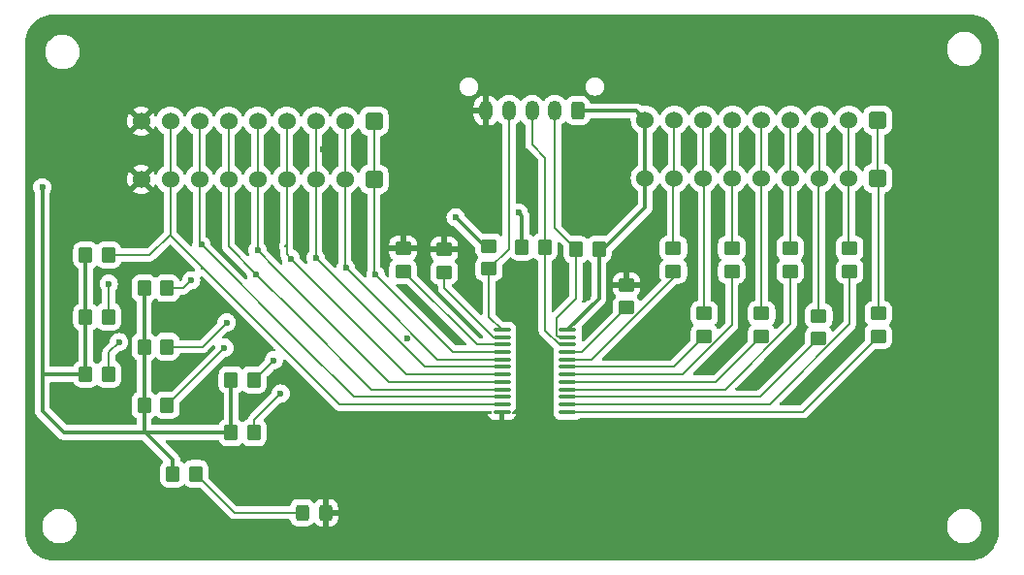
<source format=gtl>
G04 #@! TF.GenerationSoftware,KiCad,Pcbnew,8.0.8*
G04 #@! TF.CreationDate,2025-01-20T22:51:13+09:00*
G04 #@! TF.ProjectId,house_controller_multiplex_breakout_board_v0.1.0,686f7573-655f-4636-9f6e-74726f6c6c65,rev?*
G04 #@! TF.SameCoordinates,Original*
G04 #@! TF.FileFunction,Copper,L1,Top*
G04 #@! TF.FilePolarity,Positive*
%FSLAX46Y46*%
G04 Gerber Fmt 4.6, Leading zero omitted, Abs format (unit mm)*
G04 Created by KiCad (PCBNEW 8.0.8) date 2025-01-20 22:51:13*
%MOMM*%
%LPD*%
G01*
G04 APERTURE LIST*
G04 Aperture macros list*
%AMRoundRect*
0 Rectangle with rounded corners*
0 $1 Rounding radius*
0 $2 $3 $4 $5 $6 $7 $8 $9 X,Y pos of 4 corners*
0 Add a 4 corners polygon primitive as box body*
4,1,4,$2,$3,$4,$5,$6,$7,$8,$9,$2,$3,0*
0 Add four circle primitives for the rounded corners*
1,1,$1+$1,$2,$3*
1,1,$1+$1,$4,$5*
1,1,$1+$1,$6,$7*
1,1,$1+$1,$8,$9*
0 Add four rect primitives between the rounded corners*
20,1,$1+$1,$2,$3,$4,$5,0*
20,1,$1+$1,$4,$5,$6,$7,0*
20,1,$1+$1,$6,$7,$8,$9,0*
20,1,$1+$1,$8,$9,$2,$3,0*%
G04 Aperture macros list end*
G04 #@! TA.AperFunction,SMDPad,CuDef*
%ADD10RoundRect,0.250000X-0.450000X0.350000X-0.450000X-0.350000X0.450000X-0.350000X0.450000X0.350000X0*%
G04 #@! TD*
G04 #@! TA.AperFunction,SMDPad,CuDef*
%ADD11RoundRect,0.250000X-0.350000X-0.450000X0.350000X-0.450000X0.350000X0.450000X-0.350000X0.450000X0*%
G04 #@! TD*
G04 #@! TA.AperFunction,ComponentPad*
%ADD12RoundRect,0.250000X0.512000X0.512000X-0.512000X0.512000X-0.512000X-0.512000X0.512000X-0.512000X0*%
G04 #@! TD*
G04 #@! TA.AperFunction,ComponentPad*
%ADD13C,1.524000*%
G04 #@! TD*
G04 #@! TA.AperFunction,SMDPad,CuDef*
%ADD14RoundRect,0.100000X-0.637500X-0.100000X0.637500X-0.100000X0.637500X0.100000X-0.637500X0.100000X0*%
G04 #@! TD*
G04 #@! TA.AperFunction,SMDPad,CuDef*
%ADD15RoundRect,0.250000X0.325000X0.450000X-0.325000X0.450000X-0.325000X-0.450000X0.325000X-0.450000X0*%
G04 #@! TD*
G04 #@! TA.AperFunction,ComponentPad*
%ADD16RoundRect,0.250000X0.350000X0.512000X-0.350000X0.512000X-0.350000X-0.512000X0.350000X-0.512000X0*%
G04 #@! TD*
G04 #@! TA.AperFunction,ComponentPad*
%ADD17O,1.200000X1.750000*%
G04 #@! TD*
G04 #@! TA.AperFunction,SMDPad,CuDef*
%ADD18RoundRect,0.250000X0.350000X0.450000X-0.350000X0.450000X-0.350000X-0.450000X0.350000X-0.450000X0*%
G04 #@! TD*
G04 #@! TA.AperFunction,ViaPad*
%ADD19C,0.600000*%
G04 #@! TD*
G04 #@! TA.AperFunction,Conductor*
%ADD20C,0.127000*%
G04 #@! TD*
G04 #@! TA.AperFunction,Conductor*
%ADD21C,0.300000*%
G04 #@! TD*
G04 APERTURE END LIST*
D10*
X126300000Y-84100000D03*
X126300000Y-86100000D03*
D11*
X67300000Y-79000000D03*
X69300000Y-79000000D03*
D10*
X121300000Y-84100000D03*
X121300000Y-86100000D03*
X98600000Y-78500000D03*
X98600000Y-80500000D03*
D11*
X80000000Y-94500000D03*
X82000000Y-94500000D03*
X72400000Y-81900000D03*
X74400000Y-81900000D03*
X72400000Y-92100000D03*
X74400000Y-92100000D03*
D12*
X92460000Y-72387500D03*
X92460000Y-67307500D03*
D13*
X89920000Y-72387500D03*
X89920000Y-67307500D03*
X87380000Y-72387500D03*
X87380000Y-67307500D03*
X84840000Y-72387500D03*
X84840000Y-67307500D03*
X82300000Y-72387500D03*
X82300000Y-67307500D03*
X79760000Y-72387500D03*
X79760000Y-67307500D03*
X77220000Y-72387500D03*
X77220000Y-67307500D03*
X74680000Y-72387500D03*
X74680000Y-67307500D03*
X72140000Y-72387500D03*
X72140000Y-67307500D03*
D10*
X114500000Y-81600000D03*
X114500000Y-83600000D03*
X123700000Y-78400000D03*
X123700000Y-80400000D03*
D11*
X72400000Y-87000000D03*
X74400000Y-87000000D03*
D10*
X131300000Y-84300000D03*
X131300000Y-86300000D03*
D14*
X103637500Y-85525000D03*
X103637500Y-86175000D03*
X103637500Y-86825000D03*
X103637500Y-87475000D03*
X103637500Y-88125000D03*
X103637500Y-88775000D03*
X103637500Y-89425000D03*
X103637500Y-90075000D03*
X103637500Y-90725000D03*
X103637500Y-91375000D03*
X103637500Y-92025000D03*
X103637500Y-92675000D03*
X109362500Y-92675000D03*
X109362500Y-92025000D03*
X109362500Y-91375000D03*
X109362500Y-90725000D03*
X109362500Y-90075000D03*
X109362500Y-89425000D03*
X109362500Y-88775000D03*
X109362500Y-88125000D03*
X109362500Y-87475000D03*
X109362500Y-86825000D03*
X109362500Y-86175000D03*
X109362500Y-85525000D03*
D10*
X95000000Y-78400000D03*
X95000000Y-80400000D03*
D15*
X88250000Y-101500000D03*
X86200000Y-101500000D03*
D10*
X102500000Y-78200000D03*
X102500000Y-80200000D03*
D11*
X67300000Y-89400000D03*
X69300000Y-89400000D03*
D10*
X128800000Y-78400000D03*
X128800000Y-80400000D03*
D12*
X136460000Y-72287500D03*
X136460000Y-67207500D03*
D13*
X133920000Y-72287500D03*
X133920000Y-67207500D03*
X131380000Y-72287500D03*
X131380000Y-67207500D03*
X128840000Y-72287500D03*
X128840000Y-67207500D03*
X126300000Y-72287500D03*
X126300000Y-67207500D03*
X123760000Y-72287500D03*
X123760000Y-67207500D03*
X121220000Y-72287500D03*
X121220000Y-67207500D03*
X118680000Y-72287500D03*
X118680000Y-67207500D03*
X116140000Y-72287500D03*
X116140000Y-67207500D03*
D11*
X67300000Y-84400000D03*
X69300000Y-84400000D03*
D16*
X110250000Y-66400000D03*
D17*
X108250000Y-66400000D03*
X106250000Y-66400000D03*
X104250000Y-66400000D03*
X102250000Y-66400000D03*
D11*
X105400000Y-78300000D03*
X107400000Y-78300000D03*
D10*
X118600000Y-78400000D03*
X118600000Y-80400000D03*
X134000000Y-78400000D03*
X134000000Y-80400000D03*
D18*
X112100000Y-78500000D03*
X110100000Y-78500000D03*
D11*
X80000000Y-89900000D03*
X82000000Y-89900000D03*
D18*
X76900000Y-98100000D03*
X74900000Y-98100000D03*
D10*
X136500000Y-84100000D03*
X136500000Y-86100000D03*
D19*
X99600000Y-75700000D03*
X105100000Y-75300000D03*
X63500000Y-73100000D03*
X117600000Y-86900000D03*
X130300000Y-69800000D03*
X91000000Y-69900000D03*
X95500000Y-75000000D03*
X111500000Y-72800000D03*
X125400000Y-69200000D03*
X64900000Y-66100000D03*
X86300000Y-77400000D03*
X82000000Y-65000000D03*
X106700000Y-90700000D03*
X122500000Y-88000000D03*
X76000000Y-69700000D03*
X132500000Y-69700000D03*
X68200000Y-73100000D03*
X76600000Y-83000000D03*
X81200000Y-76700000D03*
X130500000Y-81900000D03*
X77000000Y-85000000D03*
X91000000Y-76000000D03*
X99800000Y-71900000D03*
X108800000Y-81800000D03*
X74000000Y-89700000D03*
X89000000Y-77600000D03*
X105300000Y-72700000D03*
X127200000Y-69600000D03*
X141700000Y-74200000D03*
X85700000Y-69900000D03*
X127100000Y-81700000D03*
X83500000Y-77300000D03*
X111100000Y-82700000D03*
X78300000Y-69700000D03*
X135500000Y-70000000D03*
X99400000Y-86200000D03*
X96800000Y-94400000D03*
X73900000Y-79300000D03*
X78600000Y-76700000D03*
X122200000Y-81800000D03*
X105000000Y-63000000D03*
X105100000Y-68900000D03*
X130000000Y-63400000D03*
X108700000Y-61600000D03*
X115900000Y-78800000D03*
X131700000Y-89200000D03*
X77300000Y-82400000D03*
X117500000Y-69300000D03*
X68100000Y-92100000D03*
X122700000Y-69700000D03*
X124700000Y-82500000D03*
X77600000Y-90300000D03*
X119800000Y-69600000D03*
X88000000Y-69800000D03*
X104900000Y-82300000D03*
X133000000Y-81900000D03*
X83200000Y-69800000D03*
X111400000Y-85100000D03*
X81100000Y-69500000D03*
X95400000Y-86300000D03*
X76100000Y-76100000D03*
X77400000Y-78100000D03*
X69300000Y-81500000D03*
X79600000Y-84900000D03*
X85200000Y-79300000D03*
X76500000Y-81200000D03*
X82300000Y-78600000D03*
X82150000Y-80650000D03*
X70200000Y-86600000D03*
X92600000Y-80700000D03*
X84300000Y-91100000D03*
X90000000Y-80100000D03*
X83700000Y-88200000D03*
X79400000Y-87100000D03*
X87380000Y-79280000D03*
D20*
X102500000Y-84387500D02*
X103637500Y-85525000D01*
X104250000Y-78450000D02*
X102500000Y-80200000D01*
X102500000Y-80200000D02*
X102500000Y-84387500D01*
X104250000Y-66400000D02*
X104250000Y-78450000D01*
X106250000Y-66400000D02*
X106250000Y-69350000D01*
X107400000Y-85599999D02*
X108625001Y-86825000D01*
X107400000Y-78300000D02*
X107400000Y-85599999D01*
X107400000Y-70500000D02*
X107400000Y-78300000D01*
X106250000Y-69350000D02*
X107400000Y-70500000D01*
X108625001Y-86825000D02*
X109362500Y-86825000D01*
D21*
X72400000Y-92100000D02*
X72400000Y-94400000D01*
X65400000Y-94500000D02*
X72300000Y-94500000D01*
X116140000Y-67207500D02*
X116140000Y-72287500D01*
X112100000Y-78500000D02*
X112100000Y-82787500D01*
X99600000Y-75700000D02*
X102100000Y-78200000D01*
X80000000Y-89900000D02*
X80000000Y-94500000D01*
X112500000Y-78500000D02*
X116140000Y-74860000D01*
X63500000Y-73100000D02*
X63500000Y-89400000D01*
X67300000Y-89400000D02*
X63500000Y-89400000D01*
X105400000Y-75600000D02*
X105400000Y-78300000D01*
X74900000Y-96900000D02*
X74900000Y-98100000D01*
X115332500Y-66400000D02*
X116140000Y-67207500D01*
X112100000Y-78500000D02*
X112500000Y-78500000D01*
X67300000Y-79000000D02*
X67300000Y-89400000D01*
X102100000Y-78200000D02*
X102500000Y-78200000D01*
X63500000Y-89400000D02*
X63500000Y-92600000D01*
X116140000Y-74860000D02*
X116140000Y-72287500D01*
X63500000Y-92600000D02*
X65400000Y-94500000D01*
X112100000Y-82787500D02*
X109362500Y-85525000D01*
X72400000Y-94400000D02*
X74900000Y-96900000D01*
X72400000Y-81900000D02*
X72400000Y-92100000D01*
X110250000Y-66400000D02*
X115332500Y-66400000D01*
X105100000Y-75300000D02*
X105400000Y-75600000D01*
X72300000Y-94500000D02*
X80000000Y-94500000D01*
X72400000Y-94400000D02*
X72300000Y-94500000D01*
D20*
X108434500Y-84465500D02*
X108434500Y-85984499D01*
X110100000Y-78500000D02*
X110100000Y-82800000D01*
X108250000Y-76650000D02*
X110100000Y-78500000D01*
X108625001Y-86175000D02*
X109362500Y-86175000D01*
X110100000Y-82800000D02*
X108434500Y-84465500D01*
X108434500Y-85984499D02*
X108625001Y-86175000D01*
X108250000Y-66400000D02*
X108250000Y-76650000D01*
X126300000Y-67207500D02*
X126300000Y-72287500D01*
X126300000Y-84100000D02*
X126300000Y-72287500D01*
X128840000Y-67207500D02*
X128840000Y-72287500D01*
X128800000Y-72327500D02*
X128840000Y-72287500D01*
X128800000Y-78400000D02*
X128800000Y-72327500D01*
X134000000Y-78400000D02*
X134000000Y-78200000D01*
X133920000Y-67207500D02*
X133920000Y-72287500D01*
X134000000Y-78200000D02*
X133920000Y-78120000D01*
X133920000Y-78120000D02*
X133920000Y-72287500D01*
X126500000Y-92000000D02*
X126475000Y-92025000D01*
X134000000Y-80400000D02*
X134000000Y-85029888D01*
X134000000Y-85029888D02*
X127029888Y-92000000D01*
X127029888Y-92000000D02*
X126500000Y-92000000D01*
X126475000Y-92025000D02*
X109362500Y-92025000D01*
X121300000Y-84100000D02*
X121300000Y-72367500D01*
X121300000Y-72367500D02*
X121220000Y-72287500D01*
X121220000Y-67207500D02*
X121220000Y-72287500D01*
X131300000Y-72367500D02*
X131380000Y-72287500D01*
X131300000Y-84300000D02*
X131300000Y-72367500D01*
X131380000Y-67207500D02*
X131380000Y-72287500D01*
X118600000Y-72367500D02*
X118680000Y-72287500D01*
X118600000Y-78400000D02*
X118600000Y-72367500D01*
X118680000Y-67207500D02*
X118680000Y-72287500D01*
X136500000Y-72327500D02*
X136460000Y-72287500D01*
X136460000Y-67207500D02*
X136460000Y-72287500D01*
X136500000Y-84100000D02*
X136500000Y-72327500D01*
X123700000Y-78400000D02*
X123700000Y-72347500D01*
X123700000Y-72347500D02*
X123760000Y-72287500D01*
X123760000Y-67207500D02*
X123760000Y-72287500D01*
X69300000Y-84400000D02*
X69300000Y-81500000D01*
X77220000Y-67307500D02*
X77220000Y-72387500D01*
X77220000Y-77920000D02*
X77220000Y-72387500D01*
X103637500Y-91375000D02*
X90675000Y-91375000D01*
X77400000Y-78100000D02*
X77220000Y-77920000D01*
X90675000Y-91375000D02*
X86050000Y-86750000D01*
X86050000Y-86750000D02*
X77400000Y-78100000D01*
X74680000Y-77200000D02*
X74680000Y-72387500D01*
X74680000Y-67307500D02*
X74680000Y-72387500D01*
X89425000Y-92025000D02*
X77500000Y-80100000D01*
X72880000Y-79000000D02*
X74680000Y-77200000D01*
X77450000Y-80150000D02*
X77500000Y-80100000D01*
X77500000Y-80100000D02*
X74680000Y-77280000D01*
X69300000Y-79000000D02*
X72880000Y-79000000D01*
X103637500Y-92025000D02*
X89425000Y-92025000D01*
X74680000Y-77280000D02*
X74680000Y-77200000D01*
X95325000Y-89425000D02*
X85200000Y-79300000D01*
X84740000Y-78200000D02*
X84840000Y-78100000D01*
X85200000Y-79300000D02*
X84840000Y-78940000D01*
X84840000Y-78940000D02*
X84840000Y-78100000D01*
X74400000Y-87000000D02*
X77500000Y-87000000D01*
X77500000Y-87000000D02*
X79600000Y-84900000D01*
X84840000Y-67307500D02*
X84840000Y-72387500D01*
X84840000Y-78100000D02*
X84840000Y-72387500D01*
X103637500Y-89425000D02*
X95325000Y-89425000D01*
X103637500Y-90075000D02*
X93775000Y-90075000D01*
X83950000Y-80250000D02*
X82300000Y-78600000D01*
X82300000Y-78600000D02*
X82300000Y-72387500D01*
X82300000Y-67307500D02*
X82300000Y-72387500D01*
X93775000Y-90075000D02*
X83950000Y-80250000D01*
X74400000Y-81900000D02*
X75800000Y-81900000D01*
X75800000Y-81900000D02*
X76500000Y-81200000D01*
X79760000Y-67307500D02*
X79760000Y-72387500D01*
X85700000Y-84200000D02*
X82150000Y-80650000D01*
X103637500Y-90725000D02*
X92225000Y-90725000D01*
X69300000Y-87500000D02*
X70200000Y-86600000D01*
X79760000Y-78260000D02*
X79760000Y-72387500D01*
X92225000Y-90725000D02*
X85700000Y-84200000D01*
X82150000Y-80650000D02*
X79760000Y-78260000D01*
X69300000Y-89400000D02*
X69300000Y-87500000D01*
X129925000Y-92675000D02*
X109362500Y-92675000D01*
X136500000Y-86100000D02*
X129925000Y-92675000D01*
X103637500Y-87475000D02*
X99375000Y-87475000D01*
X99375000Y-87475000D02*
X92600000Y-80700000D01*
X82000000Y-94500000D02*
X82000000Y-93400000D01*
X92600000Y-80700000D02*
X92460000Y-80560000D01*
X82000000Y-93400000D02*
X84300000Y-91100000D01*
X92460000Y-80560000D02*
X92460000Y-76000000D01*
X92460000Y-76000000D02*
X92460000Y-72387500D01*
X92460000Y-67307500D02*
X92460000Y-72387500D01*
X109362500Y-90725000D02*
X123104888Y-90725000D01*
X128800000Y-85029888D02*
X128800000Y-80400000D01*
X123104888Y-90725000D02*
X128800000Y-85029888D01*
X126225000Y-91375000D02*
X109362500Y-91375000D01*
X131300000Y-86300000D02*
X126225000Y-91375000D01*
X89920000Y-80020000D02*
X89920000Y-72387500D01*
X103637500Y-88125000D02*
X98025000Y-88125000D01*
X98025000Y-88125000D02*
X92450000Y-82550000D01*
X92450000Y-82550000D02*
X90000000Y-80100000D01*
X90000000Y-80100000D02*
X89920000Y-80020000D01*
X89920000Y-67307500D02*
X89920000Y-72387500D01*
X82000000Y-89900000D02*
X83700000Y-88200000D01*
X123700000Y-85129888D02*
X123700000Y-80400000D01*
X119404888Y-89425000D02*
X123700000Y-85129888D01*
X109362500Y-89425000D02*
X119404888Y-89425000D01*
X126300000Y-86100000D02*
X122325000Y-90075000D01*
X122325000Y-90075000D02*
X109362500Y-90075000D01*
X111475000Y-88125000D02*
X109362500Y-88125000D01*
X118600000Y-81000000D02*
X111475000Y-88125000D01*
X118600000Y-80400000D02*
X118600000Y-81000000D01*
X87380000Y-67307500D02*
X87380000Y-72387500D01*
X87380000Y-79280000D02*
X87380000Y-72387500D01*
X96875000Y-88775000D02*
X87380000Y-79280000D01*
X103637500Y-88775000D02*
X96875000Y-88775000D01*
X74400000Y-92100000D02*
X79400000Y-87100000D01*
X121300000Y-86100000D02*
X118625000Y-88775000D01*
X118625000Y-88775000D02*
X109362500Y-88775000D01*
X101425000Y-86825000D02*
X103637500Y-86825000D01*
X95000000Y-80400000D02*
X101425000Y-86825000D01*
X102900001Y-86175000D02*
X103637500Y-86175000D01*
X98600000Y-81874999D02*
X102900001Y-86175000D01*
X98600000Y-80500000D02*
X98600000Y-81874999D01*
X114500000Y-83600000D02*
X110625000Y-87475000D01*
X110625000Y-87475000D02*
X109362500Y-87475000D01*
X80300000Y-101500000D02*
X76900000Y-98100000D01*
X86200000Y-101500000D02*
X80300000Y-101500000D01*
G04 #@! TA.AperFunction,Conductor*
G36*
X74683333Y-78096795D02*
G01*
X74727680Y-78125296D01*
X76814662Y-80212278D01*
X76848147Y-80273601D01*
X76843163Y-80343293D01*
X76801291Y-80399226D01*
X76735827Y-80423643D01*
X76686028Y-80417001D01*
X76679261Y-80414633D01*
X76679249Y-80414630D01*
X76500004Y-80394435D01*
X76499996Y-80394435D01*
X76320750Y-80414630D01*
X76320745Y-80414631D01*
X76150476Y-80474211D01*
X75997737Y-80570184D01*
X75870184Y-80697737D01*
X75774211Y-80850476D01*
X75714631Y-81020745D01*
X75714630Y-81020749D01*
X75698283Y-81165841D01*
X75671216Y-81230255D01*
X75662721Y-81239661D01*
X75660795Y-81241586D01*
X75599464Y-81275055D01*
X75529773Y-81270053D01*
X75473851Y-81228167D01*
X75455432Y-81192889D01*
X75434814Y-81130666D01*
X75342712Y-80981344D01*
X75218656Y-80857288D01*
X75069334Y-80765186D01*
X74902797Y-80710001D01*
X74902795Y-80710000D01*
X74800010Y-80699500D01*
X73999998Y-80699500D01*
X73999980Y-80699501D01*
X73897203Y-80710000D01*
X73897200Y-80710001D01*
X73730668Y-80765185D01*
X73730663Y-80765187D01*
X73581342Y-80857289D01*
X73487681Y-80950951D01*
X73426358Y-80984436D01*
X73356666Y-80979452D01*
X73312319Y-80950951D01*
X73218657Y-80857289D01*
X73218656Y-80857288D01*
X73069334Y-80765186D01*
X72902797Y-80710001D01*
X72902795Y-80710000D01*
X72800010Y-80699500D01*
X71999998Y-80699500D01*
X71999980Y-80699501D01*
X71897203Y-80710000D01*
X71897200Y-80710001D01*
X71730668Y-80765185D01*
X71730663Y-80765187D01*
X71581342Y-80857289D01*
X71457289Y-80981342D01*
X71365187Y-81130663D01*
X71365185Y-81130668D01*
X71352372Y-81169336D01*
X71310001Y-81297203D01*
X71310001Y-81297204D01*
X71310000Y-81297204D01*
X71299500Y-81399983D01*
X71299500Y-82400001D01*
X71299501Y-82400019D01*
X71310000Y-82502796D01*
X71310001Y-82502799D01*
X71331071Y-82566383D01*
X71365186Y-82669334D01*
X71457288Y-82818656D01*
X71581344Y-82942712D01*
X71690597Y-83010099D01*
X71737321Y-83062047D01*
X71749500Y-83115638D01*
X71749500Y-85784362D01*
X71729815Y-85851401D01*
X71690598Y-85889899D01*
X71644655Y-85918238D01*
X71581342Y-85957289D01*
X71457289Y-86081342D01*
X71365187Y-86230663D01*
X71365185Y-86230668D01*
X71358621Y-86250478D01*
X71310001Y-86397203D01*
X71310001Y-86397204D01*
X71310000Y-86397204D01*
X71299500Y-86499983D01*
X71299500Y-87500001D01*
X71299501Y-87500009D01*
X71310000Y-87602796D01*
X71310001Y-87602799D01*
X71365185Y-87769331D01*
X71365187Y-87769336D01*
X71384101Y-87800000D01*
X71457288Y-87918656D01*
X71581344Y-88042712D01*
X71690597Y-88110099D01*
X71737321Y-88162047D01*
X71749500Y-88215638D01*
X71749500Y-90884362D01*
X71729815Y-90951401D01*
X71690598Y-90989899D01*
X71670089Y-91002550D01*
X71581342Y-91057289D01*
X71457289Y-91181342D01*
X71365187Y-91330663D01*
X71365186Y-91330666D01*
X71310001Y-91497203D01*
X71310001Y-91497204D01*
X71310000Y-91497204D01*
X71299500Y-91599983D01*
X71299500Y-92600001D01*
X71299501Y-92600019D01*
X71310000Y-92702796D01*
X71310001Y-92702799D01*
X71365185Y-92869331D01*
X71365187Y-92869336D01*
X71399999Y-92925776D01*
X71457288Y-93018656D01*
X71581344Y-93142712D01*
X71690597Y-93210099D01*
X71737321Y-93262047D01*
X71749500Y-93315638D01*
X71749500Y-93725500D01*
X71729815Y-93792539D01*
X71677011Y-93838294D01*
X71625500Y-93849500D01*
X65720808Y-93849500D01*
X65653769Y-93829815D01*
X65633127Y-93813181D01*
X64186819Y-92366873D01*
X64153334Y-92305550D01*
X64150500Y-92279192D01*
X64150500Y-90174500D01*
X64170185Y-90107461D01*
X64222989Y-90061706D01*
X64274500Y-90050500D01*
X66136267Y-90050500D01*
X66203306Y-90070185D01*
X66249061Y-90122989D01*
X66253972Y-90135494D01*
X66255901Y-90141315D01*
X66265186Y-90169334D01*
X66357288Y-90318656D01*
X66481344Y-90442712D01*
X66630666Y-90534814D01*
X66797203Y-90589999D01*
X66899991Y-90600500D01*
X67700008Y-90600499D01*
X67700016Y-90600498D01*
X67700019Y-90600498D01*
X67756302Y-90594748D01*
X67802797Y-90589999D01*
X67969334Y-90534814D01*
X68118656Y-90442712D01*
X68212319Y-90349049D01*
X68273642Y-90315564D01*
X68343334Y-90320548D01*
X68387681Y-90349049D01*
X68481344Y-90442712D01*
X68630666Y-90534814D01*
X68797203Y-90589999D01*
X68899991Y-90600500D01*
X69700008Y-90600499D01*
X69700016Y-90600498D01*
X69700019Y-90600498D01*
X69756302Y-90594748D01*
X69802797Y-90589999D01*
X69969334Y-90534814D01*
X70118656Y-90442712D01*
X70242712Y-90318656D01*
X70334814Y-90169334D01*
X70389999Y-90002797D01*
X70400500Y-89900009D01*
X70400499Y-88899992D01*
X70393989Y-88836267D01*
X70389999Y-88797203D01*
X70389998Y-88797200D01*
X70379390Y-88765187D01*
X70334814Y-88630666D01*
X70242712Y-88481344D01*
X70118656Y-88357288D01*
X69969334Y-88265186D01*
X69969333Y-88265185D01*
X69969332Y-88265185D01*
X69948993Y-88258445D01*
X69891549Y-88218671D01*
X69864728Y-88154154D01*
X69864000Y-88140740D01*
X69864000Y-87784977D01*
X69883685Y-87717938D01*
X69900315Y-87697300D01*
X70160361Y-87437253D01*
X70221682Y-87403770D01*
X70234148Y-87401717D01*
X70309077Y-87393275D01*
X70379250Y-87385369D01*
X70379253Y-87385368D01*
X70379255Y-87385368D01*
X70549522Y-87325789D01*
X70702262Y-87229816D01*
X70829816Y-87102262D01*
X70925789Y-86949522D01*
X70985368Y-86779255D01*
X70987465Y-86760642D01*
X71005565Y-86600003D01*
X71005565Y-86599996D01*
X70985369Y-86420750D01*
X70985368Y-86420745D01*
X70965341Y-86363511D01*
X70925789Y-86250478D01*
X70920031Y-86241315D01*
X70829815Y-86097737D01*
X70702262Y-85970184D01*
X70549523Y-85874211D01*
X70379254Y-85814631D01*
X70379249Y-85814630D01*
X70200004Y-85794435D01*
X70199996Y-85794435D01*
X70020750Y-85814630D01*
X70020745Y-85814631D01*
X69850476Y-85874211D01*
X69697737Y-85970184D01*
X69570184Y-86097737D01*
X69474211Y-86250476D01*
X69414631Y-86420745D01*
X69414630Y-86420749D01*
X69398282Y-86565842D01*
X69371215Y-86630256D01*
X69362743Y-86639639D01*
X68953698Y-87048685D01*
X68848689Y-87153693D01*
X68848687Y-87153696D01*
X68777894Y-87276313D01*
X68774435Y-87282304D01*
X68774434Y-87282306D01*
X68760145Y-87335638D01*
X68744427Y-87394302D01*
X68742700Y-87400746D01*
X68742699Y-87400749D01*
X68736000Y-87425747D01*
X68736000Y-88140740D01*
X68716315Y-88207779D01*
X68663511Y-88253534D01*
X68651007Y-88258445D01*
X68630667Y-88265185D01*
X68481342Y-88357289D01*
X68387681Y-88450951D01*
X68326358Y-88484436D01*
X68256666Y-88479452D01*
X68212319Y-88450951D01*
X68118657Y-88357289D01*
X68118656Y-88357288D01*
X68009402Y-88289900D01*
X67962679Y-88237953D01*
X67950500Y-88184362D01*
X67950500Y-85615638D01*
X67970185Y-85548599D01*
X68009401Y-85510100D01*
X68118656Y-85442712D01*
X68212319Y-85349049D01*
X68273642Y-85315564D01*
X68343334Y-85320548D01*
X68387681Y-85349049D01*
X68481344Y-85442712D01*
X68630666Y-85534814D01*
X68797203Y-85589999D01*
X68899991Y-85600500D01*
X69700008Y-85600499D01*
X69700016Y-85600498D01*
X69700019Y-85600498D01*
X69756302Y-85594748D01*
X69802797Y-85589999D01*
X69969334Y-85534814D01*
X70118656Y-85442712D01*
X70242712Y-85318656D01*
X70334814Y-85169334D01*
X70389999Y-85002797D01*
X70400500Y-84900009D01*
X70400499Y-83899992D01*
X70389999Y-83797203D01*
X70334814Y-83630666D01*
X70242712Y-83481344D01*
X70118656Y-83357288D01*
X69969334Y-83265186D01*
X69969333Y-83265185D01*
X69969332Y-83265185D01*
X69948993Y-83258445D01*
X69891549Y-83218671D01*
X69864728Y-83154154D01*
X69864000Y-83140740D01*
X69864000Y-82119440D01*
X69883685Y-82052401D01*
X69900319Y-82031759D01*
X69929816Y-82002262D01*
X70025789Y-81849522D01*
X70085368Y-81679255D01*
X70089292Y-81644432D01*
X70105565Y-81500003D01*
X70105565Y-81499996D01*
X70085369Y-81320750D01*
X70085368Y-81320745D01*
X70075996Y-81293962D01*
X70025789Y-81150478D01*
X70020909Y-81142712D01*
X69944272Y-81020745D01*
X69929816Y-80997738D01*
X69802262Y-80870184D01*
X69770897Y-80850476D01*
X69649523Y-80774211D01*
X69479254Y-80714631D01*
X69479249Y-80714630D01*
X69300004Y-80694435D01*
X69299996Y-80694435D01*
X69120750Y-80714630D01*
X69120745Y-80714631D01*
X68950476Y-80774211D01*
X68797737Y-80870184D01*
X68670184Y-80997737D01*
X68574211Y-81150476D01*
X68514631Y-81320745D01*
X68514630Y-81320750D01*
X68494435Y-81499996D01*
X68494435Y-81500003D01*
X68514630Y-81679249D01*
X68514631Y-81679254D01*
X68574211Y-81849523D01*
X68670184Y-82002262D01*
X68699681Y-82031759D01*
X68733166Y-82093082D01*
X68736000Y-82119440D01*
X68736000Y-83140740D01*
X68716315Y-83207779D01*
X68663511Y-83253534D01*
X68651007Y-83258445D01*
X68630667Y-83265185D01*
X68481342Y-83357289D01*
X68387681Y-83450951D01*
X68326358Y-83484436D01*
X68256666Y-83479452D01*
X68212319Y-83450951D01*
X68118657Y-83357289D01*
X68118656Y-83357288D01*
X68009402Y-83289900D01*
X67962679Y-83237953D01*
X67950500Y-83184362D01*
X67950500Y-80215638D01*
X67970185Y-80148599D01*
X68009401Y-80110100D01*
X68118656Y-80042712D01*
X68212319Y-79949049D01*
X68273642Y-79915564D01*
X68343334Y-79920548D01*
X68387681Y-79949049D01*
X68481344Y-80042712D01*
X68630666Y-80134814D01*
X68797203Y-80189999D01*
X68899991Y-80200500D01*
X69700008Y-80200499D01*
X69700016Y-80200498D01*
X69700019Y-80200498D01*
X69756302Y-80194748D01*
X69802797Y-80189999D01*
X69969334Y-80134814D01*
X70118656Y-80042712D01*
X70242712Y-79918656D01*
X70334814Y-79769334D01*
X70374690Y-79648995D01*
X70414463Y-79591551D01*
X70478979Y-79564728D01*
X70492396Y-79564000D01*
X72954251Y-79564000D01*
X72954253Y-79564000D01*
X73097696Y-79525565D01*
X73111325Y-79517696D01*
X73226304Y-79451313D01*
X73331313Y-79346304D01*
X73331313Y-79346302D01*
X73341517Y-79336099D01*
X73341520Y-79336094D01*
X74552322Y-78125293D01*
X74613641Y-78091811D01*
X74683333Y-78096795D01*
G37*
G04 #@! TD.AperFunction*
G04 #@! TA.AperFunction,Conductor*
G36*
X77445732Y-80857743D02*
G01*
X77487721Y-80885337D01*
X83785138Y-87182754D01*
X83818623Y-87244077D01*
X83813639Y-87313769D01*
X83771767Y-87369702D01*
X83706303Y-87394119D01*
X83701174Y-87394302D01*
X83520750Y-87414630D01*
X83520745Y-87414631D01*
X83350476Y-87474211D01*
X83197737Y-87570184D01*
X83070184Y-87697737D01*
X82974211Y-87850476D01*
X82914631Y-88020745D01*
X82914630Y-88020749D01*
X82898282Y-88165842D01*
X82871215Y-88230256D01*
X82862743Y-88239639D01*
X82439201Y-88663181D01*
X82377878Y-88696666D01*
X82351520Y-88699500D01*
X81599998Y-88699500D01*
X81599980Y-88699501D01*
X81497203Y-88710000D01*
X81497200Y-88710001D01*
X81330668Y-88765185D01*
X81330663Y-88765187D01*
X81181342Y-88857289D01*
X81087681Y-88950951D01*
X81026358Y-88984436D01*
X80956666Y-88979452D01*
X80912319Y-88950951D01*
X80818657Y-88857289D01*
X80818656Y-88857288D01*
X80669334Y-88765186D01*
X80502797Y-88710001D01*
X80502795Y-88710000D01*
X80400010Y-88699500D01*
X79599998Y-88699500D01*
X79599980Y-88699501D01*
X79497203Y-88710000D01*
X79497200Y-88710001D01*
X79330668Y-88765185D01*
X79330663Y-88765187D01*
X79181342Y-88857289D01*
X79057289Y-88981342D01*
X78965187Y-89130663D01*
X78965185Y-89130668D01*
X78937349Y-89214670D01*
X78910001Y-89297203D01*
X78910001Y-89297204D01*
X78910000Y-89297204D01*
X78899500Y-89399983D01*
X78899500Y-90400001D01*
X78899501Y-90400019D01*
X78910000Y-90502796D01*
X78910001Y-90502799D01*
X78965185Y-90669331D01*
X78965187Y-90669336D01*
X78999999Y-90725776D01*
X79057288Y-90818656D01*
X79181344Y-90942712D01*
X79290597Y-91010099D01*
X79337321Y-91062047D01*
X79349500Y-91115638D01*
X79349500Y-93284362D01*
X79329815Y-93351401D01*
X79290598Y-93389899D01*
X79229791Y-93427406D01*
X79181342Y-93457289D01*
X79057289Y-93581342D01*
X78965187Y-93730663D01*
X78965184Y-93730671D01*
X78953972Y-93764506D01*
X78914199Y-93821950D01*
X78849683Y-93848772D01*
X78836267Y-93849500D01*
X73174500Y-93849500D01*
X73107461Y-93829815D01*
X73061706Y-93777011D01*
X73050500Y-93725500D01*
X73050500Y-93315638D01*
X73070185Y-93248599D01*
X73109401Y-93210100D01*
X73218656Y-93142712D01*
X73312319Y-93049049D01*
X73373642Y-93015564D01*
X73443334Y-93020548D01*
X73487681Y-93049049D01*
X73581344Y-93142712D01*
X73730666Y-93234814D01*
X73897203Y-93289999D01*
X73999991Y-93300500D01*
X74800008Y-93300499D01*
X74800016Y-93300498D01*
X74800019Y-93300498D01*
X74856302Y-93294748D01*
X74902797Y-93289999D01*
X75069334Y-93234814D01*
X75218656Y-93142712D01*
X75342712Y-93018656D01*
X75434814Y-92869334D01*
X75489999Y-92702797D01*
X75500500Y-92600009D01*
X75500499Y-91848476D01*
X75520183Y-91781438D01*
X75536813Y-91760801D01*
X79360361Y-87937253D01*
X79421682Y-87903770D01*
X79434148Y-87901717D01*
X79509077Y-87893275D01*
X79579250Y-87885369D01*
X79579253Y-87885368D01*
X79579255Y-87885368D01*
X79749522Y-87825789D01*
X79902262Y-87729816D01*
X80029816Y-87602262D01*
X80125789Y-87449522D01*
X80185368Y-87279255D01*
X80185369Y-87279249D01*
X80205565Y-87100003D01*
X80205565Y-87099996D01*
X80185369Y-86920750D01*
X80185368Y-86920745D01*
X80181958Y-86911000D01*
X80125789Y-86750478D01*
X80029816Y-86597738D01*
X79902262Y-86470184D01*
X79874190Y-86452545D01*
X79749523Y-86374211D01*
X79579254Y-86314631D01*
X79579249Y-86314630D01*
X79400004Y-86294435D01*
X79399995Y-86294435D01*
X79304933Y-86305145D01*
X79236112Y-86293090D01*
X79184733Y-86245741D01*
X79167109Y-86178130D01*
X79188836Y-86111724D01*
X79203365Y-86094249D01*
X79560361Y-85737253D01*
X79621682Y-85703770D01*
X79634148Y-85701717D01*
X79709077Y-85693275D01*
X79779250Y-85685369D01*
X79779253Y-85685368D01*
X79779255Y-85685368D01*
X79949522Y-85625789D01*
X80102262Y-85529816D01*
X80229816Y-85402262D01*
X80325789Y-85249522D01*
X80385368Y-85079255D01*
X80385369Y-85079249D01*
X80405565Y-84900003D01*
X80405565Y-84899996D01*
X80385369Y-84720750D01*
X80385368Y-84720745D01*
X80344096Y-84602796D01*
X80325789Y-84550478D01*
X80323166Y-84546304D01*
X80286582Y-84488080D01*
X80229816Y-84397738D01*
X80102262Y-84270184D01*
X80049065Y-84236758D01*
X79949523Y-84174211D01*
X79779254Y-84114631D01*
X79779249Y-84114630D01*
X79600004Y-84094435D01*
X79599996Y-84094435D01*
X79420750Y-84114630D01*
X79420745Y-84114631D01*
X79250476Y-84174211D01*
X79097737Y-84270184D01*
X78970184Y-84397737D01*
X78874211Y-84550476D01*
X78814631Y-84720745D01*
X78814630Y-84720749D01*
X78798282Y-84865842D01*
X78771215Y-84930256D01*
X78762743Y-84939639D01*
X77302703Y-86399681D01*
X77241380Y-86433166D01*
X77215022Y-86436000D01*
X75592396Y-86436000D01*
X75525357Y-86416315D01*
X75479602Y-86363511D01*
X75474690Y-86351004D01*
X75434814Y-86230666D01*
X75342712Y-86081344D01*
X75218656Y-85957288D01*
X75069334Y-85865186D01*
X74902797Y-85810001D01*
X74902795Y-85810000D01*
X74800010Y-85799500D01*
X73999998Y-85799500D01*
X73999980Y-85799501D01*
X73897203Y-85810000D01*
X73897200Y-85810001D01*
X73730668Y-85865185D01*
X73730663Y-85865187D01*
X73581342Y-85957289D01*
X73487681Y-86050951D01*
X73426358Y-86084436D01*
X73356666Y-86079452D01*
X73312319Y-86050951D01*
X73218657Y-85957289D01*
X73218656Y-85957288D01*
X73109402Y-85889900D01*
X73062679Y-85837953D01*
X73050500Y-85784362D01*
X73050500Y-83115638D01*
X73070185Y-83048599D01*
X73109401Y-83010100D01*
X73218656Y-82942712D01*
X73312319Y-82849049D01*
X73373642Y-82815564D01*
X73443334Y-82820548D01*
X73487681Y-82849049D01*
X73581344Y-82942712D01*
X73730666Y-83034814D01*
X73897203Y-83089999D01*
X73999991Y-83100500D01*
X74800008Y-83100499D01*
X74800016Y-83100498D01*
X74800019Y-83100498D01*
X74856302Y-83094748D01*
X74902797Y-83089999D01*
X75069334Y-83034814D01*
X75218656Y-82942712D01*
X75342712Y-82818656D01*
X75434814Y-82669334D01*
X75474690Y-82548995D01*
X75514463Y-82491551D01*
X75578979Y-82464728D01*
X75592396Y-82464000D01*
X75874251Y-82464000D01*
X75874253Y-82464000D01*
X76017696Y-82425565D01*
X76146304Y-82351313D01*
X76251313Y-82246304D01*
X76251313Y-82246302D01*
X76261517Y-82236099D01*
X76261521Y-82236094D01*
X76460361Y-82037253D01*
X76521682Y-82003770D01*
X76534148Y-82001717D01*
X76609077Y-81993275D01*
X76679250Y-81985369D01*
X76679253Y-81985368D01*
X76679255Y-81985368D01*
X76849522Y-81925789D01*
X77002262Y-81829816D01*
X77129816Y-81702262D01*
X77225789Y-81549522D01*
X77285368Y-81379255D01*
X77285369Y-81379249D01*
X77305565Y-81200003D01*
X77305565Y-81199996D01*
X77285369Y-81020750D01*
X77285366Y-81020739D01*
X77283000Y-81013976D01*
X77279436Y-80944197D01*
X77314163Y-80883569D01*
X77376156Y-80851340D01*
X77445732Y-80857743D01*
G37*
G04 #@! TD.AperFunction*
G04 #@! TA.AperFunction,Conductor*
G36*
X135184627Y-72929482D02*
G01*
X135217478Y-72980897D01*
X135257648Y-73102121D01*
X135263186Y-73118834D01*
X135355288Y-73268156D01*
X135479344Y-73392212D01*
X135628666Y-73484314D01*
X135795203Y-73539499D01*
X135824602Y-73542502D01*
X135889293Y-73568897D01*
X135929445Y-73626077D01*
X135936000Y-73665860D01*
X135936000Y-82907604D01*
X135916315Y-82974643D01*
X135863511Y-83020398D01*
X135851006Y-83025309D01*
X135815916Y-83036936D01*
X135730668Y-83065185D01*
X135730663Y-83065187D01*
X135581342Y-83157289D01*
X135457289Y-83281342D01*
X135365187Y-83430663D01*
X135365185Y-83430668D01*
X135348393Y-83481344D01*
X135310001Y-83597203D01*
X135310001Y-83597204D01*
X135310000Y-83597204D01*
X135299500Y-83699983D01*
X135299500Y-84500001D01*
X135299501Y-84500019D01*
X135310000Y-84602796D01*
X135310001Y-84602799D01*
X135342214Y-84700009D01*
X135365186Y-84769334D01*
X135453150Y-84911948D01*
X135457289Y-84918657D01*
X135550951Y-85012319D01*
X135584436Y-85073642D01*
X135579452Y-85143334D01*
X135550951Y-85187681D01*
X135457289Y-85281342D01*
X135365187Y-85430663D01*
X135365185Y-85430668D01*
X135348393Y-85481344D01*
X135310001Y-85597203D01*
X135310001Y-85597204D01*
X135310000Y-85597204D01*
X135299500Y-85699983D01*
X135299500Y-86451520D01*
X135279815Y-86518559D01*
X135263181Y-86539201D01*
X129727703Y-92074681D01*
X129666380Y-92108166D01*
X129640022Y-92111000D01*
X128015866Y-92111000D01*
X127948827Y-92091315D01*
X127903072Y-92038511D01*
X127893128Y-91969353D01*
X127922153Y-91905797D01*
X127928185Y-91899319D01*
X129512874Y-90314630D01*
X134336094Y-85491408D01*
X134336099Y-85491405D01*
X134346302Y-85481201D01*
X134346304Y-85481201D01*
X134451313Y-85376192D01*
X134525565Y-85247584D01*
X134560111Y-85118656D01*
X134564000Y-85104141D01*
X134564000Y-84955635D01*
X134564000Y-81592396D01*
X134583685Y-81525357D01*
X134636489Y-81479602D01*
X134648996Y-81474690D01*
X134769334Y-81434814D01*
X134918656Y-81342712D01*
X135042712Y-81218656D01*
X135134814Y-81069334D01*
X135189999Y-80902797D01*
X135200500Y-80800009D01*
X135200499Y-79999992D01*
X135193330Y-79929816D01*
X135189999Y-79897203D01*
X135189998Y-79897200D01*
X135166330Y-79825776D01*
X135134814Y-79730666D01*
X135042712Y-79581344D01*
X134949049Y-79487681D01*
X134915564Y-79426358D01*
X134920548Y-79356666D01*
X134949049Y-79312319D01*
X134995527Y-79265841D01*
X135042712Y-79218656D01*
X135134814Y-79069334D01*
X135189999Y-78902797D01*
X135200500Y-78800009D01*
X135200499Y-77999992D01*
X135189999Y-77897203D01*
X135134814Y-77730666D01*
X135042712Y-77581344D01*
X134918656Y-77457288D01*
X134825777Y-77400000D01*
X134769336Y-77365187D01*
X134769331Y-77365185D01*
X134728992Y-77351818D01*
X134602797Y-77310001D01*
X134602794Y-77310000D01*
X134595397Y-77309245D01*
X134530705Y-77282849D01*
X134490554Y-77225668D01*
X134484000Y-77185887D01*
X134484000Y-73496514D01*
X134503685Y-73429475D01*
X134549806Y-73389198D01*
X134548967Y-73387745D01*
X134553658Y-73385036D01*
X134553658Y-73385035D01*
X134553662Y-73385034D01*
X134734620Y-73258326D01*
X134890826Y-73102120D01*
X134998197Y-72948777D01*
X135052774Y-72905153D01*
X135122272Y-72897959D01*
X135184627Y-72929482D01*
G37*
G04 #@! TD.AperFunction*
G04 #@! TA.AperFunction,Conductor*
G36*
X78525259Y-86874869D02*
G01*
X78581192Y-86916741D01*
X78605609Y-86982205D01*
X78605145Y-87004935D01*
X78598282Y-87065842D01*
X78571215Y-87130256D01*
X78562743Y-87139639D01*
X74839201Y-90863181D01*
X74777878Y-90896666D01*
X74751520Y-90899500D01*
X73999998Y-90899500D01*
X73999980Y-90899501D01*
X73897203Y-90910000D01*
X73897200Y-90910001D01*
X73730668Y-90965185D01*
X73730663Y-90965187D01*
X73581342Y-91057289D01*
X73487681Y-91150951D01*
X73426358Y-91184436D01*
X73356666Y-91179452D01*
X73312319Y-91150951D01*
X73218657Y-91057289D01*
X73218656Y-91057288D01*
X73109402Y-90989900D01*
X73062679Y-90937953D01*
X73050500Y-90884362D01*
X73050500Y-88215638D01*
X73070185Y-88148599D01*
X73109401Y-88110100D01*
X73218656Y-88042712D01*
X73312319Y-87949049D01*
X73373642Y-87915564D01*
X73443334Y-87920548D01*
X73487681Y-87949049D01*
X73581344Y-88042712D01*
X73730666Y-88134814D01*
X73897203Y-88189999D01*
X73999991Y-88200500D01*
X74800008Y-88200499D01*
X74800016Y-88200498D01*
X74800019Y-88200498D01*
X74856302Y-88194748D01*
X74902797Y-88189999D01*
X75069334Y-88134814D01*
X75218656Y-88042712D01*
X75342712Y-87918656D01*
X75434814Y-87769334D01*
X75474690Y-87648995D01*
X75514463Y-87591551D01*
X75578979Y-87564728D01*
X75592396Y-87564000D01*
X77574251Y-87564000D01*
X77574253Y-87564000D01*
X77717696Y-87525565D01*
X77727369Y-87519980D01*
X77761959Y-87500010D01*
X77761960Y-87500009D01*
X77761974Y-87500001D01*
X77846304Y-87451313D01*
X77951313Y-87346304D01*
X77951313Y-87346302D01*
X77961517Y-87336099D01*
X77961521Y-87336094D01*
X78394246Y-86903368D01*
X78455567Y-86869885D01*
X78525259Y-86874869D01*
G37*
G04 #@! TD.AperFunction*
G04 #@! TA.AperFunction,Conductor*
G36*
X130177865Y-72740935D02*
G01*
X130222382Y-72792311D01*
X130282464Y-72921158D01*
X130282468Y-72921166D01*
X130409170Y-73102115D01*
X130409174Y-73102120D01*
X130509169Y-73202115D01*
X130565381Y-73258327D01*
X130579420Y-73268157D01*
X130676620Y-73336217D01*
X130683123Y-73340770D01*
X130726748Y-73395346D01*
X130736000Y-73442345D01*
X130736000Y-83107604D01*
X130716315Y-83174643D01*
X130663511Y-83220398D01*
X130651004Y-83225310D01*
X130530668Y-83265185D01*
X130530663Y-83265187D01*
X130381342Y-83357289D01*
X130257289Y-83481342D01*
X130165187Y-83630663D01*
X130165186Y-83630666D01*
X130110001Y-83797203D01*
X130110001Y-83797204D01*
X130110000Y-83797204D01*
X130099500Y-83899983D01*
X130099500Y-84700001D01*
X130099501Y-84700019D01*
X130110000Y-84802796D01*
X130110001Y-84802799D01*
X130144578Y-84907144D01*
X130165186Y-84969334D01*
X130257287Y-85118655D01*
X130257289Y-85118657D01*
X130350951Y-85212319D01*
X130384436Y-85273642D01*
X130379452Y-85343334D01*
X130350951Y-85387681D01*
X130257289Y-85481342D01*
X130165187Y-85630663D01*
X130165185Y-85630668D01*
X130142218Y-85699980D01*
X130110001Y-85797203D01*
X130110001Y-85797204D01*
X130110000Y-85797204D01*
X130099500Y-85899983D01*
X130099500Y-86651520D01*
X130079815Y-86718559D01*
X130063181Y-86739201D01*
X126027703Y-90774681D01*
X125966380Y-90808166D01*
X125940022Y-90811000D01*
X124115866Y-90811000D01*
X124048827Y-90791315D01*
X124003072Y-90738511D01*
X123993128Y-90669353D01*
X124022153Y-90605797D01*
X124028185Y-90599319D01*
X126518674Y-88108830D01*
X129251313Y-85376192D01*
X129325565Y-85247584D01*
X129364001Y-85104140D01*
X129364001Y-84955635D01*
X129364001Y-84948040D01*
X129364000Y-84948022D01*
X129364000Y-81592396D01*
X129383685Y-81525357D01*
X129436489Y-81479602D01*
X129448996Y-81474690D01*
X129569334Y-81434814D01*
X129718656Y-81342712D01*
X129842712Y-81218656D01*
X129934814Y-81069334D01*
X129989999Y-80902797D01*
X130000500Y-80800009D01*
X130000499Y-79999992D01*
X129993330Y-79929816D01*
X129989999Y-79897203D01*
X129989998Y-79897200D01*
X129966330Y-79825776D01*
X129934814Y-79730666D01*
X129842712Y-79581344D01*
X129749049Y-79487681D01*
X129715564Y-79426358D01*
X129720548Y-79356666D01*
X129749049Y-79312319D01*
X129795527Y-79265841D01*
X129842712Y-79218656D01*
X129934814Y-79069334D01*
X129989999Y-78902797D01*
X130000500Y-78800009D01*
X130000499Y-77999992D01*
X129989999Y-77897203D01*
X129934814Y-77730666D01*
X129842712Y-77581344D01*
X129718656Y-77457288D01*
X129625777Y-77400000D01*
X129569336Y-77365187D01*
X129569331Y-77365185D01*
X129466261Y-77331031D01*
X129448995Y-77325309D01*
X129391551Y-77285537D01*
X129364728Y-77221021D01*
X129364000Y-77207604D01*
X129364000Y-73515166D01*
X129383685Y-73448127D01*
X129435594Y-73402784D01*
X129473662Y-73385034D01*
X129654620Y-73258326D01*
X129810826Y-73102120D01*
X129937534Y-72921162D01*
X129997618Y-72792311D01*
X130043790Y-72739871D01*
X130110983Y-72720719D01*
X130177865Y-72740935D01*
G37*
G04 #@! TD.AperFunction*
G04 #@! TA.AperFunction,Conductor*
G36*
X125097865Y-72740935D02*
G01*
X125142382Y-72792311D01*
X125202464Y-72921158D01*
X125202468Y-72921166D01*
X125329170Y-73102115D01*
X125329174Y-73102120D01*
X125485380Y-73258326D01*
X125485382Y-73258327D01*
X125485384Y-73258329D01*
X125499420Y-73268157D01*
X125643123Y-73368779D01*
X125666341Y-73385036D01*
X125671033Y-73387745D01*
X125670178Y-73389224D01*
X125716828Y-73430279D01*
X125736000Y-73496514D01*
X125736000Y-82907604D01*
X125716315Y-82974643D01*
X125663511Y-83020398D01*
X125651006Y-83025309D01*
X125615916Y-83036936D01*
X125530668Y-83065185D01*
X125530663Y-83065187D01*
X125381342Y-83157289D01*
X125257289Y-83281342D01*
X125165187Y-83430663D01*
X125165185Y-83430668D01*
X125148393Y-83481344D01*
X125110001Y-83597203D01*
X125110001Y-83597204D01*
X125110000Y-83597204D01*
X125099500Y-83699983D01*
X125099500Y-84500001D01*
X125099501Y-84500019D01*
X125110000Y-84602796D01*
X125110001Y-84602799D01*
X125142214Y-84700009D01*
X125165186Y-84769334D01*
X125253150Y-84911948D01*
X125257289Y-84918657D01*
X125350951Y-85012319D01*
X125384436Y-85073642D01*
X125379452Y-85143334D01*
X125350951Y-85187681D01*
X125257289Y-85281342D01*
X125165187Y-85430663D01*
X125165185Y-85430668D01*
X125148393Y-85481344D01*
X125110001Y-85597203D01*
X125110001Y-85597204D01*
X125110000Y-85597204D01*
X125099500Y-85699983D01*
X125099500Y-86451520D01*
X125079815Y-86518559D01*
X125063181Y-86539201D01*
X122127703Y-89474681D01*
X122066380Y-89508166D01*
X122040022Y-89511000D01*
X120415866Y-89511000D01*
X120348827Y-89491315D01*
X120303072Y-89438511D01*
X120293128Y-89369353D01*
X120322153Y-89305797D01*
X120328185Y-89299319D01*
X122127503Y-87500001D01*
X124151313Y-85476192D01*
X124225565Y-85347584D01*
X124264001Y-85204140D01*
X124264001Y-85055635D01*
X124264001Y-85048040D01*
X124264000Y-85048022D01*
X124264000Y-81592396D01*
X124283685Y-81525357D01*
X124336489Y-81479602D01*
X124348996Y-81474690D01*
X124469334Y-81434814D01*
X124618656Y-81342712D01*
X124742712Y-81218656D01*
X124834814Y-81069334D01*
X124889999Y-80902797D01*
X124900500Y-80800009D01*
X124900499Y-79999992D01*
X124893330Y-79929816D01*
X124889999Y-79897203D01*
X124889998Y-79897200D01*
X124866330Y-79825776D01*
X124834814Y-79730666D01*
X124742712Y-79581344D01*
X124649049Y-79487681D01*
X124615564Y-79426358D01*
X124620548Y-79356666D01*
X124649049Y-79312319D01*
X124695527Y-79265841D01*
X124742712Y-79218656D01*
X124834814Y-79069334D01*
X124889999Y-78902797D01*
X124900500Y-78800009D01*
X124900499Y-77999992D01*
X124889999Y-77897203D01*
X124834814Y-77730666D01*
X124742712Y-77581344D01*
X124618656Y-77457288D01*
X124525777Y-77400000D01*
X124469336Y-77365187D01*
X124469331Y-77365185D01*
X124366261Y-77331031D01*
X124348995Y-77325309D01*
X124291551Y-77285537D01*
X124264728Y-77221021D01*
X124264000Y-77207604D01*
X124264000Y-73524492D01*
X124283685Y-73457453D01*
X124335592Y-73412112D01*
X124393662Y-73385034D01*
X124574620Y-73258326D01*
X124730826Y-73102120D01*
X124857534Y-72921162D01*
X124917618Y-72792311D01*
X124963790Y-72739871D01*
X125030983Y-72720719D01*
X125097865Y-72740935D01*
G37*
G04 #@! TD.AperFunction*
G04 #@! TA.AperFunction,Conductor*
G36*
X120017865Y-72740935D02*
G01*
X120062382Y-72792311D01*
X120122464Y-72921158D01*
X120122468Y-72921166D01*
X120249170Y-73102115D01*
X120249174Y-73102120D01*
X120405380Y-73258326D01*
X120405382Y-73258327D01*
X120405384Y-73258329D01*
X120575999Y-73377795D01*
X120586338Y-73385034D01*
X120664407Y-73421438D01*
X120716843Y-73467607D01*
X120736000Y-73533818D01*
X120736000Y-82907604D01*
X120716315Y-82974643D01*
X120663511Y-83020398D01*
X120651006Y-83025309D01*
X120615916Y-83036936D01*
X120530668Y-83065185D01*
X120530663Y-83065187D01*
X120381342Y-83157289D01*
X120257289Y-83281342D01*
X120165187Y-83430663D01*
X120165185Y-83430668D01*
X120148393Y-83481344D01*
X120110001Y-83597203D01*
X120110001Y-83597204D01*
X120110000Y-83597204D01*
X120099500Y-83699983D01*
X120099500Y-84500001D01*
X120099501Y-84500019D01*
X120110000Y-84602796D01*
X120110001Y-84602799D01*
X120142214Y-84700009D01*
X120165186Y-84769334D01*
X120253150Y-84911948D01*
X120257289Y-84918657D01*
X120350951Y-85012319D01*
X120384436Y-85073642D01*
X120379452Y-85143334D01*
X120350951Y-85187681D01*
X120257289Y-85281342D01*
X120165187Y-85430663D01*
X120165185Y-85430668D01*
X120148393Y-85481344D01*
X120110001Y-85597203D01*
X120110001Y-85597204D01*
X120110000Y-85597204D01*
X120099500Y-85699983D01*
X120099500Y-86451520D01*
X120079815Y-86518559D01*
X120063181Y-86539201D01*
X118427703Y-88174681D01*
X118366380Y-88208166D01*
X118340022Y-88211000D01*
X112485978Y-88211000D01*
X112418939Y-88191315D01*
X112373184Y-88138511D01*
X112363240Y-88069353D01*
X112392265Y-88005797D01*
X112398297Y-87999319D01*
X118860798Y-81536818D01*
X118922121Y-81503333D01*
X118948479Y-81500499D01*
X119100002Y-81500499D01*
X119100008Y-81500499D01*
X119202797Y-81489999D01*
X119369334Y-81434814D01*
X119518656Y-81342712D01*
X119642712Y-81218656D01*
X119734814Y-81069334D01*
X119789999Y-80902797D01*
X119800500Y-80800009D01*
X119800499Y-79999992D01*
X119793330Y-79929816D01*
X119789999Y-79897203D01*
X119789998Y-79897200D01*
X119766330Y-79825776D01*
X119734814Y-79730666D01*
X119642712Y-79581344D01*
X119549049Y-79487681D01*
X119515564Y-79426358D01*
X119520548Y-79356666D01*
X119549049Y-79312319D01*
X119595527Y-79265841D01*
X119642712Y-79218656D01*
X119734814Y-79069334D01*
X119789999Y-78902797D01*
X119800500Y-78800009D01*
X119800499Y-77999992D01*
X119789999Y-77897203D01*
X119734814Y-77730666D01*
X119642712Y-77581344D01*
X119518656Y-77457288D01*
X119425777Y-77400000D01*
X119369336Y-77365187D01*
X119369331Y-77365185D01*
X119266261Y-77331031D01*
X119248995Y-77325309D01*
X119191551Y-77285537D01*
X119164728Y-77221021D01*
X119164000Y-77207604D01*
X119164000Y-73533818D01*
X119183685Y-73466779D01*
X119235592Y-73421438D01*
X119313662Y-73385034D01*
X119494620Y-73258326D01*
X119650826Y-73102120D01*
X119777534Y-72921162D01*
X119837618Y-72792311D01*
X119883790Y-72739871D01*
X119950983Y-72720719D01*
X120017865Y-72740935D01*
G37*
G04 #@! TD.AperFunction*
G04 #@! TA.AperFunction,Conductor*
G36*
X94499991Y-81500500D02*
G01*
X95251521Y-81500499D01*
X95318560Y-81520184D01*
X95339202Y-81536818D01*
X100501703Y-86699319D01*
X100535188Y-86760642D01*
X100530204Y-86830334D01*
X100488332Y-86886267D01*
X100422868Y-86910684D01*
X100414022Y-86911000D01*
X99659978Y-86911000D01*
X99592939Y-86891315D01*
X99572297Y-86874681D01*
X94409796Y-81712180D01*
X94376311Y-81650857D01*
X94381295Y-81581165D01*
X94423167Y-81525232D01*
X94488631Y-81500815D01*
X94497477Y-81500499D01*
X94499981Y-81500499D01*
X94499991Y-81500500D01*
G37*
G04 #@! TD.AperFunction*
G04 #@! TA.AperFunction,Conductor*
G36*
X117477865Y-72740935D02*
G01*
X117522382Y-72792311D01*
X117582464Y-72921158D01*
X117582468Y-72921166D01*
X117709170Y-73102115D01*
X117709174Y-73102120D01*
X117809169Y-73202115D01*
X117865381Y-73258327D01*
X117879420Y-73268157D01*
X117976620Y-73336217D01*
X117983123Y-73340770D01*
X118026748Y-73395346D01*
X118036000Y-73442345D01*
X118036000Y-77207604D01*
X118016315Y-77274643D01*
X117963511Y-77320398D01*
X117951006Y-77325309D01*
X117933739Y-77331031D01*
X117830668Y-77365185D01*
X117830663Y-77365187D01*
X117681342Y-77457289D01*
X117557289Y-77581342D01*
X117465187Y-77730663D01*
X117465185Y-77730668D01*
X117458621Y-77750478D01*
X117410001Y-77897203D01*
X117410001Y-77897204D01*
X117410000Y-77897204D01*
X117399500Y-77999983D01*
X117399500Y-78800001D01*
X117399501Y-78800019D01*
X117410000Y-78902796D01*
X117410001Y-78902799D01*
X117465185Y-79069331D01*
X117465187Y-79069336D01*
X117484560Y-79100745D01*
X117557096Y-79218345D01*
X117557289Y-79218657D01*
X117650951Y-79312319D01*
X117684436Y-79373642D01*
X117679452Y-79443334D01*
X117650951Y-79487681D01*
X117557289Y-79581342D01*
X117465187Y-79730663D01*
X117465185Y-79730668D01*
X117443510Y-79796081D01*
X117410001Y-79897203D01*
X117410001Y-79897204D01*
X117410000Y-79897204D01*
X117399500Y-79999983D01*
X117399500Y-80800001D01*
X117399501Y-80800019D01*
X117410000Y-80902796D01*
X117410001Y-80902799D01*
X117465185Y-81069331D01*
X117465187Y-81069336D01*
X117481009Y-81094988D01*
X117515903Y-81151560D01*
X117534343Y-81218952D01*
X117513420Y-81285615D01*
X117498045Y-81304337D01*
X115835374Y-82967008D01*
X115774051Y-83000493D01*
X115704359Y-82995509D01*
X115648426Y-82953637D01*
X115635310Y-82931731D01*
X115634817Y-82930677D01*
X115634814Y-82930666D01*
X115542712Y-82781344D01*
X115448695Y-82687327D01*
X115415210Y-82626004D01*
X115420194Y-82556312D01*
X115448695Y-82511964D01*
X115542317Y-82418342D01*
X115634356Y-82269124D01*
X115634358Y-82269119D01*
X115689505Y-82102697D01*
X115689506Y-82102690D01*
X115699999Y-81999986D01*
X115700000Y-81999973D01*
X115700000Y-81850000D01*
X113300001Y-81850000D01*
X113300001Y-81999986D01*
X113310494Y-82102697D01*
X113365641Y-82269119D01*
X113365643Y-82269124D01*
X113457684Y-82418345D01*
X113551304Y-82511965D01*
X113584789Y-82573288D01*
X113579805Y-82642980D01*
X113551305Y-82687327D01*
X113457287Y-82781345D01*
X113365187Y-82930663D01*
X113365185Y-82930668D01*
X113343699Y-82995509D01*
X113310001Y-83097203D01*
X113310001Y-83097204D01*
X113310000Y-83097204D01*
X113299500Y-83199983D01*
X113299500Y-83951519D01*
X113279815Y-84018558D01*
X113263181Y-84039200D01*
X110800046Y-86502336D01*
X110738723Y-86535821D01*
X110669031Y-86530837D01*
X110613098Y-86488965D01*
X110588681Y-86423501D01*
X110589425Y-86398479D01*
X110600500Y-86314361D01*
X110600499Y-86035640D01*
X110585044Y-85918238D01*
X110576434Y-85897454D01*
X110568965Y-85827986D01*
X110576435Y-85802545D01*
X110577696Y-85799500D01*
X110585044Y-85781762D01*
X110600500Y-85664361D01*
X110600499Y-85385640D01*
X110600498Y-85385636D01*
X110595682Y-85349049D01*
X110587692Y-85288356D01*
X110598458Y-85219325D01*
X110622947Y-85184497D01*
X112605277Y-83202169D01*
X112676466Y-83095626D01*
X112701655Y-83034814D01*
X112708745Y-83017697D01*
X112708745Y-83017696D01*
X112713574Y-83006037D01*
X112725501Y-82977244D01*
X112739354Y-82907604D01*
X112750500Y-82851571D01*
X112750500Y-81200013D01*
X113300000Y-81200013D01*
X113300000Y-81350000D01*
X114250000Y-81350000D01*
X114750000Y-81350000D01*
X115699999Y-81350000D01*
X115699999Y-81200028D01*
X115699998Y-81200013D01*
X115689505Y-81097302D01*
X115634358Y-80930880D01*
X115634356Y-80930875D01*
X115542315Y-80781654D01*
X115418345Y-80657684D01*
X115269124Y-80565643D01*
X115269119Y-80565641D01*
X115102697Y-80510494D01*
X115102690Y-80510493D01*
X114999986Y-80500000D01*
X114750000Y-80500000D01*
X114750000Y-81350000D01*
X114250000Y-81350000D01*
X114250000Y-80500000D01*
X114000029Y-80500000D01*
X114000012Y-80500001D01*
X113897302Y-80510494D01*
X113730880Y-80565641D01*
X113730875Y-80565643D01*
X113581654Y-80657684D01*
X113457684Y-80781654D01*
X113365643Y-80930875D01*
X113365641Y-80930880D01*
X113310494Y-81097302D01*
X113310493Y-81097309D01*
X113300000Y-81200013D01*
X112750500Y-81200013D01*
X112750500Y-79715638D01*
X112770185Y-79648599D01*
X112809401Y-79610100D01*
X112918656Y-79542712D01*
X113042712Y-79418656D01*
X113134814Y-79269334D01*
X113189999Y-79102797D01*
X113200500Y-79000009D01*
X113200499Y-78770807D01*
X113220183Y-78703768D01*
X113236813Y-78683131D01*
X116645276Y-75274670D01*
X116696680Y-75197738D01*
X116716464Y-75168129D01*
X116736092Y-75120743D01*
X116765501Y-75049744D01*
X116770714Y-75023535D01*
X116790500Y-74924069D01*
X116790500Y-73437793D01*
X116810185Y-73370754D01*
X116843372Y-73336221D01*
X116954620Y-73258326D01*
X117110826Y-73102120D01*
X117237534Y-72921162D01*
X117297618Y-72792311D01*
X117343790Y-72739871D01*
X117410983Y-72720719D01*
X117477865Y-72740935D01*
G37*
G04 #@! TD.AperFunction*
G04 #@! TA.AperFunction,Conductor*
G36*
X132717865Y-72740935D02*
G01*
X132762382Y-72792311D01*
X132822464Y-72921158D01*
X132822468Y-72921166D01*
X132949170Y-73102115D01*
X132949174Y-73102120D01*
X133105380Y-73258326D01*
X133105382Y-73258327D01*
X133105384Y-73258329D01*
X133119420Y-73268157D01*
X133263123Y-73368779D01*
X133286341Y-73385036D01*
X133291033Y-73387745D01*
X133290178Y-73389224D01*
X133336828Y-73430279D01*
X133356000Y-73496514D01*
X133356000Y-77234113D01*
X133336315Y-77301152D01*
X133283511Y-77346907D01*
X133271006Y-77351818D01*
X133230671Y-77365184D01*
X133230663Y-77365187D01*
X133081342Y-77457289D01*
X132957289Y-77581342D01*
X132865187Y-77730663D01*
X132865185Y-77730668D01*
X132858621Y-77750478D01*
X132810001Y-77897203D01*
X132810001Y-77897204D01*
X132810000Y-77897204D01*
X132799500Y-77999983D01*
X132799500Y-78800001D01*
X132799501Y-78800019D01*
X132810000Y-78902796D01*
X132810001Y-78902799D01*
X132865185Y-79069331D01*
X132865187Y-79069336D01*
X132884560Y-79100745D01*
X132957096Y-79218345D01*
X132957289Y-79218657D01*
X133050951Y-79312319D01*
X133084436Y-79373642D01*
X133079452Y-79443334D01*
X133050951Y-79487681D01*
X132957289Y-79581342D01*
X132865187Y-79730663D01*
X132865185Y-79730668D01*
X132843510Y-79796081D01*
X132810001Y-79897203D01*
X132810001Y-79897204D01*
X132810000Y-79897204D01*
X132799500Y-79999983D01*
X132799500Y-80800001D01*
X132799501Y-80800019D01*
X132810000Y-80902796D01*
X132810001Y-80902799D01*
X132865185Y-81069331D01*
X132865187Y-81069336D01*
X132882437Y-81097302D01*
X132957288Y-81218656D01*
X133081344Y-81342712D01*
X133230666Y-81434814D01*
X133351004Y-81474690D01*
X133408449Y-81514463D01*
X133435272Y-81578979D01*
X133436000Y-81592396D01*
X133436000Y-84744909D01*
X133416315Y-84811948D01*
X133399681Y-84832590D01*
X132609335Y-85622935D01*
X132548012Y-85656420D01*
X132478320Y-85651436D01*
X132422387Y-85609564D01*
X132416115Y-85600350D01*
X132409730Y-85589999D01*
X132342712Y-85481344D01*
X132249049Y-85387681D01*
X132215564Y-85326358D01*
X132220548Y-85256666D01*
X132249049Y-85212319D01*
X132292037Y-85169331D01*
X132342712Y-85118656D01*
X132434814Y-84969334D01*
X132489999Y-84802797D01*
X132500500Y-84700009D01*
X132500499Y-83899992D01*
X132489999Y-83797203D01*
X132434814Y-83630666D01*
X132342712Y-83481344D01*
X132218656Y-83357288D01*
X132109404Y-83289901D01*
X132069336Y-83265187D01*
X132069331Y-83265185D01*
X131948996Y-83225310D01*
X131891551Y-83185537D01*
X131864728Y-83121021D01*
X131864000Y-83107604D01*
X131864000Y-73533818D01*
X131883685Y-73466779D01*
X131935592Y-73421438D01*
X132013662Y-73385034D01*
X132194620Y-73258326D01*
X132350826Y-73102120D01*
X132477534Y-72921162D01*
X132537618Y-72792311D01*
X132583790Y-72739871D01*
X132650983Y-72720719D01*
X132717865Y-72740935D01*
G37*
G04 #@! TD.AperFunction*
G04 #@! TA.AperFunction,Conductor*
G36*
X122557865Y-72740935D02*
G01*
X122602382Y-72792311D01*
X122662464Y-72921158D01*
X122662468Y-72921166D01*
X122789170Y-73102115D01*
X122789174Y-73102120D01*
X122945380Y-73258326D01*
X122945382Y-73258327D01*
X122945384Y-73258329D01*
X123083123Y-73354775D01*
X123126748Y-73409352D01*
X123136000Y-73456350D01*
X123136000Y-77207604D01*
X123116315Y-77274643D01*
X123063511Y-77320398D01*
X123051006Y-77325309D01*
X123033739Y-77331031D01*
X122930668Y-77365185D01*
X122930663Y-77365187D01*
X122781342Y-77457289D01*
X122657289Y-77581342D01*
X122565187Y-77730663D01*
X122565185Y-77730668D01*
X122558621Y-77750478D01*
X122510001Y-77897203D01*
X122510001Y-77897204D01*
X122510000Y-77897204D01*
X122499500Y-77999983D01*
X122499500Y-78800001D01*
X122499501Y-78800019D01*
X122510000Y-78902796D01*
X122510001Y-78902799D01*
X122565185Y-79069331D01*
X122565187Y-79069336D01*
X122584560Y-79100745D01*
X122657096Y-79218345D01*
X122657289Y-79218657D01*
X122750951Y-79312319D01*
X122784436Y-79373642D01*
X122779452Y-79443334D01*
X122750951Y-79487681D01*
X122657289Y-79581342D01*
X122565187Y-79730663D01*
X122565185Y-79730668D01*
X122543510Y-79796081D01*
X122510001Y-79897203D01*
X122510001Y-79897204D01*
X122510000Y-79897204D01*
X122499500Y-79999983D01*
X122499500Y-80800001D01*
X122499501Y-80800019D01*
X122510000Y-80902796D01*
X122510001Y-80902799D01*
X122565185Y-81069331D01*
X122565187Y-81069336D01*
X122582437Y-81097302D01*
X122657288Y-81218656D01*
X122781344Y-81342712D01*
X122930666Y-81434814D01*
X123051004Y-81474690D01*
X123108449Y-81514463D01*
X123135272Y-81578979D01*
X123136000Y-81592396D01*
X123136000Y-84844909D01*
X123116315Y-84911948D01*
X123099681Y-84932590D01*
X122609335Y-85422935D01*
X122548012Y-85456420D01*
X122478320Y-85451436D01*
X122422387Y-85409564D01*
X122416115Y-85400350D01*
X122380947Y-85343334D01*
X122342712Y-85281344D01*
X122249049Y-85187681D01*
X122215564Y-85126358D01*
X122220548Y-85056666D01*
X122249049Y-85012319D01*
X122292037Y-84969331D01*
X122342712Y-84918656D01*
X122434814Y-84769334D01*
X122489999Y-84602797D01*
X122500500Y-84500009D01*
X122500499Y-83699992D01*
X122493417Y-83630668D01*
X122489999Y-83597203D01*
X122489998Y-83597200D01*
X122482384Y-83574223D01*
X122434814Y-83430666D01*
X122342712Y-83281344D01*
X122218656Y-83157288D01*
X122069334Y-83065186D01*
X121948995Y-83025309D01*
X121891551Y-82985537D01*
X121864728Y-82921021D01*
X121864000Y-82907604D01*
X121864000Y-73442345D01*
X121883685Y-73375306D01*
X121916877Y-73340770D01*
X122034620Y-73258326D01*
X122190826Y-73102120D01*
X122317534Y-72921162D01*
X122377618Y-72792311D01*
X122423790Y-72739871D01*
X122490983Y-72720719D01*
X122557865Y-72740935D01*
G37*
G04 #@! TD.AperFunction*
G04 #@! TA.AperFunction,Conductor*
G36*
X127637865Y-72740935D02*
G01*
X127682382Y-72792311D01*
X127742464Y-72921158D01*
X127742468Y-72921166D01*
X127869170Y-73102115D01*
X127869174Y-73102120D01*
X128025380Y-73258326D01*
X128025382Y-73258327D01*
X128025384Y-73258329D01*
X128183123Y-73368779D01*
X128226748Y-73423356D01*
X128236000Y-73470354D01*
X128236000Y-77207604D01*
X128216315Y-77274643D01*
X128163511Y-77320398D01*
X128151006Y-77325309D01*
X128133739Y-77331031D01*
X128030668Y-77365185D01*
X128030663Y-77365187D01*
X127881342Y-77457289D01*
X127757289Y-77581342D01*
X127665187Y-77730663D01*
X127665185Y-77730668D01*
X127658621Y-77750478D01*
X127610001Y-77897203D01*
X127610001Y-77897204D01*
X127610000Y-77897204D01*
X127599500Y-77999983D01*
X127599500Y-78800001D01*
X127599501Y-78800019D01*
X127610000Y-78902796D01*
X127610001Y-78902799D01*
X127665185Y-79069331D01*
X127665187Y-79069336D01*
X127684560Y-79100745D01*
X127757096Y-79218345D01*
X127757289Y-79218657D01*
X127850951Y-79312319D01*
X127884436Y-79373642D01*
X127879452Y-79443334D01*
X127850951Y-79487681D01*
X127757289Y-79581342D01*
X127665187Y-79730663D01*
X127665185Y-79730668D01*
X127643510Y-79796081D01*
X127610001Y-79897203D01*
X127610001Y-79897204D01*
X127610000Y-79897204D01*
X127599500Y-79999983D01*
X127599500Y-80800001D01*
X127599501Y-80800019D01*
X127610000Y-80902796D01*
X127610001Y-80902799D01*
X127665185Y-81069331D01*
X127665187Y-81069336D01*
X127682437Y-81097302D01*
X127757288Y-81218656D01*
X127881344Y-81342712D01*
X128030666Y-81434814D01*
X128151004Y-81474690D01*
X128208449Y-81514463D01*
X128235272Y-81578979D01*
X128236000Y-81592396D01*
X128236000Y-84744909D01*
X128216315Y-84811948D01*
X128199681Y-84832590D01*
X127609335Y-85422935D01*
X127548012Y-85456420D01*
X127478320Y-85451436D01*
X127422387Y-85409564D01*
X127416115Y-85400350D01*
X127380947Y-85343334D01*
X127342712Y-85281344D01*
X127249049Y-85187681D01*
X127215564Y-85126358D01*
X127220548Y-85056666D01*
X127249049Y-85012319D01*
X127292037Y-84969331D01*
X127342712Y-84918656D01*
X127434814Y-84769334D01*
X127489999Y-84602797D01*
X127500500Y-84500009D01*
X127500499Y-83699992D01*
X127493417Y-83630668D01*
X127489999Y-83597203D01*
X127489998Y-83597200D01*
X127482384Y-83574223D01*
X127434814Y-83430666D01*
X127342712Y-83281344D01*
X127218656Y-83157288D01*
X127069334Y-83065186D01*
X126948995Y-83025309D01*
X126891551Y-82985537D01*
X126864728Y-82921021D01*
X126864000Y-82907604D01*
X126864000Y-73496514D01*
X126883685Y-73429475D01*
X126929806Y-73389198D01*
X126928967Y-73387745D01*
X126933658Y-73385036D01*
X126933658Y-73385035D01*
X126933662Y-73385034D01*
X127114620Y-73258326D01*
X127270826Y-73102120D01*
X127397534Y-72921162D01*
X127457618Y-72792311D01*
X127503790Y-72739871D01*
X127570983Y-72720719D01*
X127637865Y-72740935D01*
G37*
G04 #@! TD.AperFunction*
G04 #@! TA.AperFunction,Conductor*
G36*
X108705702Y-77903764D02*
G01*
X108712180Y-77909796D01*
X108963181Y-78160797D01*
X108996666Y-78222120D01*
X108999500Y-78248478D01*
X108999500Y-79000001D01*
X108999501Y-79000019D01*
X109010000Y-79102796D01*
X109010001Y-79102799D01*
X109065185Y-79269331D01*
X109065187Y-79269336D01*
X109075653Y-79286304D01*
X109157288Y-79418656D01*
X109281344Y-79542712D01*
X109430666Y-79634814D01*
X109451004Y-79641553D01*
X109508447Y-79681322D01*
X109535272Y-79745837D01*
X109536000Y-79759258D01*
X109536000Y-82515021D01*
X109516315Y-82582060D01*
X109499681Y-82602702D01*
X108175681Y-83926702D01*
X108114358Y-83960187D01*
X108044666Y-83955203D01*
X107988733Y-83913331D01*
X107964316Y-83847867D01*
X107964000Y-83839021D01*
X107964000Y-79559258D01*
X107983685Y-79492219D01*
X108036489Y-79446464D01*
X108048977Y-79441559D01*
X108069334Y-79434814D01*
X108218656Y-79342712D01*
X108342712Y-79218656D01*
X108434814Y-79069334D01*
X108489999Y-78902797D01*
X108500500Y-78800009D01*
X108500499Y-77997476D01*
X108520183Y-77930438D01*
X108572987Y-77884683D01*
X108642146Y-77874739D01*
X108705702Y-77903764D01*
G37*
G04 #@! TD.AperFunction*
G04 #@! TA.AperFunction,Conductor*
G36*
X111143334Y-79420548D02*
G01*
X111187681Y-79449049D01*
X111281344Y-79542712D01*
X111390597Y-79610099D01*
X111437321Y-79662047D01*
X111449500Y-79715638D01*
X111449500Y-82466691D01*
X111429815Y-82533730D01*
X111413181Y-82554372D01*
X110834095Y-83133458D01*
X110772772Y-83166943D01*
X110703080Y-83161959D01*
X110647147Y-83120087D01*
X110622730Y-83054623D01*
X110626638Y-83013690D01*
X110664001Y-82874252D01*
X110664001Y-82725747D01*
X110664001Y-82718152D01*
X110664000Y-82718134D01*
X110664000Y-79759258D01*
X110683685Y-79692219D01*
X110736489Y-79646464D01*
X110748977Y-79641559D01*
X110769334Y-79634814D01*
X110918656Y-79542712D01*
X111012319Y-79449049D01*
X111073642Y-79415564D01*
X111143334Y-79420548D01*
G37*
G04 #@! TD.AperFunction*
G04 #@! TA.AperFunction,Conductor*
G36*
X78557865Y-72840935D02*
G01*
X78602382Y-72892311D01*
X78662464Y-73021158D01*
X78662468Y-73021166D01*
X78789170Y-73202115D01*
X78789175Y-73202121D01*
X78945378Y-73358324D01*
X78945384Y-73358329D01*
X79126341Y-73485036D01*
X79131033Y-73487745D01*
X79130178Y-73489224D01*
X79176828Y-73530279D01*
X79196000Y-73596514D01*
X79196000Y-78185747D01*
X79196000Y-78334253D01*
X79203840Y-78363511D01*
X79220516Y-78425749D01*
X79234434Y-78477695D01*
X79247302Y-78499983D01*
X79308687Y-78606304D01*
X79308689Y-78606306D01*
X79420761Y-78718378D01*
X79420767Y-78718383D01*
X81312744Y-80610360D01*
X81346229Y-80671683D01*
X81348283Y-80684158D01*
X81364630Y-80829249D01*
X81364632Y-80829257D01*
X81420827Y-80989853D01*
X81424388Y-81059631D01*
X81389659Y-81120259D01*
X81327666Y-81152486D01*
X81258090Y-81146081D01*
X81216104Y-81118488D01*
X78237255Y-78139639D01*
X78203770Y-78078316D01*
X78201716Y-78065841D01*
X78201362Y-78062703D01*
X78192304Y-77982302D01*
X78185369Y-77920749D01*
X78185368Y-77920745D01*
X78146617Y-77810001D01*
X78125789Y-77750478D01*
X78113338Y-77730663D01*
X78029815Y-77597737D01*
X77902260Y-77470182D01*
X77902258Y-77470181D01*
X77842027Y-77432334D01*
X77795736Y-77379999D01*
X77784000Y-77327341D01*
X77784000Y-73596514D01*
X77803685Y-73529475D01*
X77849806Y-73489198D01*
X77848967Y-73487745D01*
X77853658Y-73485036D01*
X77853658Y-73485035D01*
X77853662Y-73485034D01*
X78034620Y-73358326D01*
X78190826Y-73202120D01*
X78317534Y-73021162D01*
X78377618Y-72892311D01*
X78423790Y-72839871D01*
X78490983Y-72820719D01*
X78557865Y-72840935D01*
G37*
G04 #@! TD.AperFunction*
G04 #@! TA.AperFunction,Conductor*
G36*
X91184627Y-73029482D02*
G01*
X91217478Y-73080897D01*
X91263185Y-73218831D01*
X91263187Y-73218836D01*
X91293608Y-73268156D01*
X91355288Y-73368156D01*
X91479344Y-73492212D01*
X91628666Y-73584314D01*
X91795203Y-73639499D01*
X91795209Y-73639499D01*
X91797948Y-73640086D01*
X91799483Y-73640917D01*
X91801630Y-73641629D01*
X91801503Y-73642011D01*
X91859384Y-73673364D01*
X91893076Y-73734573D01*
X91896000Y-73761341D01*
X91896000Y-80280076D01*
X91876995Y-80346046D01*
X91874211Y-80350475D01*
X91814631Y-80520745D01*
X91814630Y-80520750D01*
X91794435Y-80699996D01*
X91794435Y-80700004D01*
X91805145Y-80795064D01*
X91793090Y-80863886D01*
X91745741Y-80915265D01*
X91678130Y-80932889D01*
X91611725Y-80911162D01*
X91594244Y-80896628D01*
X90837255Y-80139639D01*
X90803770Y-80078316D01*
X90801716Y-80065841D01*
X90801662Y-80065366D01*
X90788557Y-79949049D01*
X90785369Y-79920749D01*
X90785368Y-79920745D01*
X90765733Y-79864632D01*
X90725789Y-79750478D01*
X90725651Y-79750259D01*
X90662354Y-79649522D01*
X90629816Y-79597738D01*
X90520319Y-79488241D01*
X90486834Y-79426918D01*
X90484000Y-79400560D01*
X90484000Y-73596514D01*
X90503685Y-73529475D01*
X90549806Y-73489198D01*
X90548967Y-73487745D01*
X90553658Y-73485036D01*
X90553658Y-73485035D01*
X90553662Y-73485034D01*
X90734620Y-73358326D01*
X90890826Y-73202120D01*
X90998197Y-73048777D01*
X91052774Y-73005153D01*
X91122272Y-72997959D01*
X91184627Y-73029482D01*
G37*
G04 #@! TD.AperFunction*
G04 #@! TA.AperFunction,Conductor*
G36*
X88717865Y-72840935D02*
G01*
X88762382Y-72892311D01*
X88822464Y-73021158D01*
X88822468Y-73021166D01*
X88949170Y-73202115D01*
X88949175Y-73202121D01*
X89105378Y-73358324D01*
X89105384Y-73358329D01*
X89286341Y-73485036D01*
X89291033Y-73487745D01*
X89290178Y-73489224D01*
X89336828Y-73530279D01*
X89356000Y-73596514D01*
X89356000Y-79584587D01*
X89336994Y-79650559D01*
X89274209Y-79750481D01*
X89214633Y-79920737D01*
X89214630Y-79920749D01*
X89203333Y-80021019D01*
X89176266Y-80085433D01*
X89118671Y-80124988D01*
X89048834Y-80127125D01*
X88992432Y-80094816D01*
X88217255Y-79319639D01*
X88183770Y-79258316D01*
X88181716Y-79245841D01*
X88165369Y-79100749D01*
X88165368Y-79100745D01*
X88154700Y-79070259D01*
X88105789Y-78930478D01*
X88086621Y-78899973D01*
X88022382Y-78797737D01*
X88009816Y-78777738D01*
X87980319Y-78748241D01*
X87946834Y-78686918D01*
X87944000Y-78660560D01*
X87944000Y-73596514D01*
X87963685Y-73529475D01*
X88009806Y-73489198D01*
X88008967Y-73487745D01*
X88013658Y-73485036D01*
X88013658Y-73485035D01*
X88013662Y-73485034D01*
X88194620Y-73358326D01*
X88350826Y-73202120D01*
X88477534Y-73021162D01*
X88537618Y-72892311D01*
X88583790Y-72839871D01*
X88650983Y-72820719D01*
X88717865Y-72840935D01*
G37*
G04 #@! TD.AperFunction*
G04 #@! TA.AperFunction,Conductor*
G36*
X83637865Y-72840935D02*
G01*
X83682382Y-72892311D01*
X83742464Y-73021158D01*
X83742468Y-73021166D01*
X83869170Y-73202115D01*
X83869175Y-73202121D01*
X84025378Y-73358324D01*
X84025384Y-73358329D01*
X84206341Y-73485036D01*
X84211033Y-73487745D01*
X84210178Y-73489224D01*
X84256828Y-73530279D01*
X84276000Y-73596514D01*
X84276000Y-77842445D01*
X84259387Y-77904444D01*
X84248606Y-77923117D01*
X84214435Y-77982302D01*
X84183505Y-78097737D01*
X84176000Y-78125747D01*
X84176000Y-78274253D01*
X84208944Y-78397204D01*
X84214436Y-78417698D01*
X84214437Y-78417701D01*
X84259386Y-78495553D01*
X84276000Y-78557554D01*
X84276000Y-79014252D01*
X84305826Y-79125566D01*
X84305826Y-79125567D01*
X84314433Y-79157692D01*
X84314434Y-79157694D01*
X84314435Y-79157696D01*
X84338859Y-79200000D01*
X84380974Y-79272945D01*
X84396807Y-79321061D01*
X84414630Y-79479250D01*
X84414632Y-79479257D01*
X84470827Y-79639853D01*
X84474388Y-79709631D01*
X84439659Y-79770259D01*
X84377666Y-79802486D01*
X84308090Y-79796081D01*
X84266104Y-79768488D01*
X83137255Y-78639639D01*
X83103770Y-78578316D01*
X83101716Y-78565841D01*
X83100782Y-78557554D01*
X83091785Y-78477695D01*
X83085369Y-78420749D01*
X83085368Y-78420745D01*
X83065341Y-78363511D01*
X83025789Y-78250478D01*
X83024532Y-78248478D01*
X82935726Y-78107144D01*
X82929816Y-78097738D01*
X82900319Y-78068241D01*
X82866834Y-78006918D01*
X82864000Y-77980560D01*
X82864000Y-73596514D01*
X82883685Y-73529475D01*
X82929806Y-73489198D01*
X82928967Y-73487745D01*
X82933658Y-73485036D01*
X82933658Y-73485035D01*
X82933662Y-73485034D01*
X83114620Y-73358326D01*
X83270826Y-73202120D01*
X83397534Y-73021162D01*
X83457618Y-72892311D01*
X83503790Y-72839871D01*
X83570983Y-72820719D01*
X83637865Y-72840935D01*
G37*
G04 #@! TD.AperFunction*
G04 #@! TA.AperFunction,Conductor*
G36*
X86177865Y-72840935D02*
G01*
X86222382Y-72892311D01*
X86282464Y-73021158D01*
X86282468Y-73021166D01*
X86409170Y-73202115D01*
X86409175Y-73202121D01*
X86565378Y-73358324D01*
X86565384Y-73358329D01*
X86746341Y-73485036D01*
X86751033Y-73487745D01*
X86750178Y-73489224D01*
X86796828Y-73530279D01*
X86816000Y-73596514D01*
X86816000Y-78660560D01*
X86796315Y-78727599D01*
X86779681Y-78748241D01*
X86750184Y-78777737D01*
X86654211Y-78930476D01*
X86594631Y-79100745D01*
X86594630Y-79100750D01*
X86574435Y-79279996D01*
X86574435Y-79280003D01*
X86594630Y-79459249D01*
X86594632Y-79459257D01*
X86650827Y-79619853D01*
X86654388Y-79689631D01*
X86619659Y-79750259D01*
X86557666Y-79782486D01*
X86488090Y-79776081D01*
X86446104Y-79748488D01*
X86037255Y-79339639D01*
X86003770Y-79278316D01*
X86001716Y-79265841D01*
X86000752Y-79257288D01*
X85994298Y-79200000D01*
X85985369Y-79120749D01*
X85985368Y-79120745D01*
X85978979Y-79102486D01*
X85925789Y-78950478D01*
X85925188Y-78949522D01*
X85872549Y-78865747D01*
X85829816Y-78797738D01*
X85702262Y-78670184D01*
X85600598Y-78606304D01*
X85549524Y-78574212D01*
X85549520Y-78574210D01*
X85487045Y-78552349D01*
X85430269Y-78511627D01*
X85404522Y-78446675D01*
X85404000Y-78435308D01*
X85404000Y-73596514D01*
X85423685Y-73529475D01*
X85469806Y-73489198D01*
X85468967Y-73487745D01*
X85473658Y-73485036D01*
X85473658Y-73485035D01*
X85473662Y-73485034D01*
X85654620Y-73358326D01*
X85810826Y-73202120D01*
X85937534Y-73021162D01*
X85997618Y-72892311D01*
X86043790Y-72839871D01*
X86110983Y-72820719D01*
X86177865Y-72840935D01*
G37*
G04 #@! TD.AperFunction*
G04 #@! TA.AperFunction,Conductor*
G36*
X81097865Y-72840935D02*
G01*
X81142382Y-72892311D01*
X81202464Y-73021158D01*
X81202468Y-73021166D01*
X81329170Y-73202115D01*
X81329175Y-73202121D01*
X81485378Y-73358324D01*
X81485384Y-73358329D01*
X81666341Y-73485036D01*
X81671033Y-73487745D01*
X81670178Y-73489224D01*
X81716828Y-73530279D01*
X81736000Y-73596514D01*
X81736000Y-77980560D01*
X81716315Y-78047599D01*
X81699681Y-78068241D01*
X81670184Y-78097737D01*
X81574211Y-78250476D01*
X81514631Y-78420745D01*
X81514630Y-78420750D01*
X81494435Y-78599996D01*
X81494435Y-78600003D01*
X81514630Y-78779249D01*
X81514632Y-78779257D01*
X81570827Y-78939853D01*
X81574388Y-79009631D01*
X81539659Y-79070259D01*
X81477666Y-79102486D01*
X81408090Y-79096081D01*
X81366104Y-79068488D01*
X80360319Y-78062703D01*
X80326834Y-78001380D01*
X80324000Y-77975022D01*
X80324000Y-73596514D01*
X80343685Y-73529475D01*
X80389806Y-73489198D01*
X80388967Y-73487745D01*
X80393658Y-73485036D01*
X80393658Y-73485035D01*
X80393662Y-73485034D01*
X80574620Y-73358326D01*
X80730826Y-73202120D01*
X80857534Y-73021162D01*
X80917618Y-72892311D01*
X80963790Y-72839871D01*
X81030983Y-72820719D01*
X81097865Y-72840935D01*
G37*
G04 #@! TD.AperFunction*
G04 #@! TA.AperFunction,Conductor*
G36*
X76017865Y-72840935D02*
G01*
X76062382Y-72892311D01*
X76122464Y-73021158D01*
X76122468Y-73021166D01*
X76249170Y-73202115D01*
X76249175Y-73202121D01*
X76405378Y-73358324D01*
X76405384Y-73358329D01*
X76586341Y-73485036D01*
X76591033Y-73487745D01*
X76590178Y-73489224D01*
X76636828Y-73530279D01*
X76656000Y-73596514D01*
X76656000Y-77781451D01*
X76649042Y-77822405D01*
X76614632Y-77920742D01*
X76614630Y-77920750D01*
X76593655Y-78106919D01*
X76591720Y-78106701D01*
X76574750Y-78164496D01*
X76521946Y-78210251D01*
X76452788Y-78220195D01*
X76389232Y-78191170D01*
X76382754Y-78185138D01*
X75280319Y-77082703D01*
X75246834Y-77021380D01*
X75244000Y-76995022D01*
X75244000Y-73596514D01*
X75263685Y-73529475D01*
X75309806Y-73489198D01*
X75308967Y-73487745D01*
X75313658Y-73485036D01*
X75313658Y-73485035D01*
X75313662Y-73485034D01*
X75494620Y-73358326D01*
X75650826Y-73202120D01*
X75777534Y-73021162D01*
X75837618Y-72892311D01*
X75883790Y-72839871D01*
X75950983Y-72820719D01*
X76017865Y-72840935D01*
G37*
G04 #@! TD.AperFunction*
G04 #@! TA.AperFunction,Conductor*
G36*
X114818129Y-67070185D02*
G01*
X114863884Y-67122989D01*
X114874618Y-67185305D01*
X114872677Y-67207494D01*
X114872677Y-67207502D01*
X114891929Y-67427562D01*
X114891930Y-67427570D01*
X114949104Y-67640945D01*
X114949105Y-67640947D01*
X114949106Y-67640950D01*
X115009054Y-67769509D01*
X115042466Y-67841162D01*
X115042468Y-67841166D01*
X115157668Y-68005688D01*
X115169174Y-68022120D01*
X115325380Y-68178326D01*
X115436625Y-68256220D01*
X115480248Y-68310794D01*
X115489500Y-68357793D01*
X115489500Y-71137205D01*
X115469815Y-71204244D01*
X115436624Y-71238780D01*
X115325382Y-71316672D01*
X115169172Y-71472881D01*
X115042466Y-71653838D01*
X115042465Y-71653840D01*
X114949107Y-71854048D01*
X114949104Y-71854054D01*
X114891930Y-72067429D01*
X114891929Y-72067437D01*
X114872677Y-72287497D01*
X114872677Y-72287502D01*
X114891929Y-72507562D01*
X114891930Y-72507570D01*
X114949104Y-72720945D01*
X114949105Y-72720947D01*
X114949106Y-72720950D01*
X115009054Y-72849509D01*
X115042466Y-72921162D01*
X115042468Y-72921166D01*
X115169170Y-73102115D01*
X115169174Y-73102120D01*
X115325380Y-73258326D01*
X115436625Y-73336220D01*
X115480248Y-73390794D01*
X115489500Y-73437793D01*
X115489500Y-74539191D01*
X115469815Y-74606230D01*
X115453181Y-74626872D01*
X112782506Y-77297546D01*
X112721183Y-77331031D01*
X112655821Y-77327571D01*
X112602798Y-77310001D01*
X112500010Y-77299500D01*
X111699998Y-77299500D01*
X111699980Y-77299501D01*
X111597203Y-77310000D01*
X111597200Y-77310001D01*
X111430668Y-77365185D01*
X111430663Y-77365187D01*
X111281342Y-77457289D01*
X111187681Y-77550951D01*
X111126358Y-77584436D01*
X111056666Y-77579452D01*
X111012319Y-77550951D01*
X110918657Y-77457289D01*
X110918656Y-77457288D01*
X110825777Y-77400000D01*
X110769336Y-77365187D01*
X110769331Y-77365185D01*
X110728992Y-77351818D01*
X110602797Y-77310001D01*
X110602795Y-77310000D01*
X110500016Y-77299500D01*
X109748478Y-77299500D01*
X109681439Y-77279815D01*
X109660797Y-77263181D01*
X108850319Y-76452703D01*
X108816834Y-76391380D01*
X108814000Y-76365022D01*
X108814000Y-67688704D01*
X108833685Y-67621665D01*
X108865112Y-67588387D01*
X108966928Y-67514414D01*
X109089414Y-67391928D01*
X109102272Y-67374229D01*
X109157601Y-67331564D01*
X109227214Y-67325584D01*
X109289009Y-67358190D01*
X109302611Y-67375143D01*
X109302807Y-67374989D01*
X109307288Y-67380656D01*
X109431344Y-67504712D01*
X109580666Y-67596814D01*
X109747203Y-67651999D01*
X109849991Y-67662500D01*
X110650008Y-67662499D01*
X110650016Y-67662498D01*
X110650019Y-67662498D01*
X110706302Y-67656748D01*
X110752797Y-67651999D01*
X110919334Y-67596814D01*
X111068656Y-67504712D01*
X111192712Y-67380656D01*
X111284814Y-67231334D01*
X111316572Y-67135494D01*
X111356343Y-67078051D01*
X111420859Y-67051228D01*
X111434277Y-67050500D01*
X114751090Y-67050500D01*
X114818129Y-67070185D01*
G37*
G04 #@! TD.AperFunction*
G04 #@! TA.AperFunction,Conductor*
G36*
X105336421Y-67292938D02*
G01*
X105350315Y-67308973D01*
X105410586Y-67391928D01*
X105533072Y-67514414D01*
X105634886Y-67588387D01*
X105677551Y-67643716D01*
X105686000Y-67688704D01*
X105686000Y-69424252D01*
X105724435Y-69567696D01*
X105798687Y-69696304D01*
X105798689Y-69696306D01*
X105910761Y-69808378D01*
X105910767Y-69808383D01*
X106799681Y-70697297D01*
X106833166Y-70758620D01*
X106836000Y-70784978D01*
X106836000Y-77040740D01*
X106816315Y-77107779D01*
X106763511Y-77153534D01*
X106751007Y-77158445D01*
X106730667Y-77165185D01*
X106581342Y-77257289D01*
X106487681Y-77350951D01*
X106426358Y-77384436D01*
X106356666Y-77379452D01*
X106312319Y-77350951D01*
X106218657Y-77257289D01*
X106218656Y-77257288D01*
X106109402Y-77189900D01*
X106062679Y-77137953D01*
X106050500Y-77084362D01*
X106050500Y-75535928D01*
X106025502Y-75410261D01*
X106025501Y-75410260D01*
X106025501Y-75410256D01*
X105976465Y-75291873D01*
X105939086Y-75235931D01*
X105906825Y-75187648D01*
X105886708Y-75132642D01*
X105885368Y-75120745D01*
X105825789Y-74950478D01*
X105809194Y-74924068D01*
X105729815Y-74797737D01*
X105602262Y-74670184D01*
X105449523Y-74574211D01*
X105279254Y-74514631D01*
X105279249Y-74514630D01*
X105100004Y-74494435D01*
X105099996Y-74494435D01*
X104951883Y-74511122D01*
X104883061Y-74499067D01*
X104831682Y-74451718D01*
X104814000Y-74387902D01*
X104814000Y-67688704D01*
X104833685Y-67621665D01*
X104865112Y-67588387D01*
X104966928Y-67514414D01*
X105089414Y-67391928D01*
X105149682Y-67308975D01*
X105205012Y-67266311D01*
X105274626Y-67260332D01*
X105336421Y-67292938D01*
G37*
G04 #@! TD.AperFunction*
G04 #@! TA.AperFunction,Conductor*
G36*
X76017865Y-67760935D02*
G01*
X76062382Y-67812311D01*
X76122464Y-67941158D01*
X76122468Y-67941166D01*
X76249170Y-68122115D01*
X76249175Y-68122121D01*
X76405378Y-68278324D01*
X76405384Y-68278329D01*
X76586341Y-68405036D01*
X76591033Y-68407745D01*
X76590178Y-68409224D01*
X76636828Y-68450279D01*
X76656000Y-68516514D01*
X76656000Y-71178485D01*
X76636315Y-71245524D01*
X76590196Y-71285815D01*
X76591029Y-71287258D01*
X76586337Y-71289966D01*
X76405377Y-71416675D01*
X76249175Y-71572877D01*
X76122466Y-71753838D01*
X76122465Y-71753840D01*
X76062382Y-71882689D01*
X76016209Y-71935128D01*
X75949016Y-71954280D01*
X75882135Y-71934064D01*
X75837618Y-71882689D01*
X75777651Y-71754090D01*
X75777534Y-71753839D01*
X75650826Y-71572880D01*
X75494620Y-71416674D01*
X75494616Y-71416671D01*
X75494615Y-71416670D01*
X75313666Y-71289968D01*
X75308976Y-71287261D01*
X75309823Y-71285792D01*
X75263144Y-71244675D01*
X75244000Y-71178485D01*
X75244000Y-68516514D01*
X75263685Y-68449475D01*
X75309806Y-68409198D01*
X75308967Y-68407745D01*
X75313658Y-68405036D01*
X75313658Y-68405035D01*
X75313662Y-68405034D01*
X75494620Y-68278326D01*
X75650826Y-68122120D01*
X75777534Y-67941162D01*
X75837618Y-67812311D01*
X75883790Y-67759871D01*
X75950983Y-67740719D01*
X76017865Y-67760935D01*
G37*
G04 #@! TD.AperFunction*
G04 #@! TA.AperFunction,Conductor*
G36*
X78557865Y-67760935D02*
G01*
X78602382Y-67812311D01*
X78662464Y-67941158D01*
X78662468Y-67941166D01*
X78789170Y-68122115D01*
X78789175Y-68122121D01*
X78945378Y-68278324D01*
X78945384Y-68278329D01*
X79126341Y-68405036D01*
X79131033Y-68407745D01*
X79130178Y-68409224D01*
X79176828Y-68450279D01*
X79196000Y-68516514D01*
X79196000Y-71178485D01*
X79176315Y-71245524D01*
X79130196Y-71285815D01*
X79131029Y-71287258D01*
X79126337Y-71289966D01*
X78945377Y-71416675D01*
X78789175Y-71572877D01*
X78662466Y-71753838D01*
X78662465Y-71753840D01*
X78602382Y-71882689D01*
X78556209Y-71935128D01*
X78489016Y-71954280D01*
X78422135Y-71934064D01*
X78377618Y-71882689D01*
X78317651Y-71754090D01*
X78317534Y-71753839D01*
X78190826Y-71572880D01*
X78034620Y-71416674D01*
X78034616Y-71416671D01*
X78034615Y-71416670D01*
X77853666Y-71289968D01*
X77848976Y-71287261D01*
X77849823Y-71285792D01*
X77803144Y-71244675D01*
X77784000Y-71178485D01*
X77784000Y-68516514D01*
X77803685Y-68449475D01*
X77849806Y-68409198D01*
X77848967Y-68407745D01*
X77853658Y-68405036D01*
X77853658Y-68405035D01*
X77853662Y-68405034D01*
X78034620Y-68278326D01*
X78190826Y-68122120D01*
X78317534Y-67941162D01*
X78377618Y-67812311D01*
X78423790Y-67759871D01*
X78490983Y-67740719D01*
X78557865Y-67760935D01*
G37*
G04 #@! TD.AperFunction*
G04 #@! TA.AperFunction,Conductor*
G36*
X81097865Y-67760935D02*
G01*
X81142382Y-67812311D01*
X81202464Y-67941158D01*
X81202468Y-67941166D01*
X81329170Y-68122115D01*
X81329175Y-68122121D01*
X81485378Y-68278324D01*
X81485384Y-68278329D01*
X81666341Y-68405036D01*
X81671033Y-68407745D01*
X81670178Y-68409224D01*
X81716828Y-68450279D01*
X81736000Y-68516514D01*
X81736000Y-71178485D01*
X81716315Y-71245524D01*
X81670196Y-71285815D01*
X81671029Y-71287258D01*
X81666337Y-71289966D01*
X81485377Y-71416675D01*
X81329175Y-71572877D01*
X81202466Y-71753838D01*
X81202465Y-71753840D01*
X81142382Y-71882689D01*
X81096209Y-71935128D01*
X81029016Y-71954280D01*
X80962135Y-71934064D01*
X80917618Y-71882689D01*
X80857651Y-71754090D01*
X80857534Y-71753839D01*
X80730826Y-71572880D01*
X80574620Y-71416674D01*
X80574616Y-71416671D01*
X80574615Y-71416670D01*
X80393666Y-71289968D01*
X80388976Y-71287261D01*
X80389823Y-71285792D01*
X80343144Y-71244675D01*
X80324000Y-71178485D01*
X80324000Y-68516514D01*
X80343685Y-68449475D01*
X80389806Y-68409198D01*
X80388967Y-68407745D01*
X80393658Y-68405036D01*
X80393658Y-68405035D01*
X80393662Y-68405034D01*
X80574620Y-68278326D01*
X80730826Y-68122120D01*
X80857534Y-67941162D01*
X80917618Y-67812311D01*
X80963790Y-67759871D01*
X81030983Y-67740719D01*
X81097865Y-67760935D01*
G37*
G04 #@! TD.AperFunction*
G04 #@! TA.AperFunction,Conductor*
G36*
X83637865Y-67760935D02*
G01*
X83682382Y-67812311D01*
X83742464Y-67941158D01*
X83742468Y-67941166D01*
X83869170Y-68122115D01*
X83869175Y-68122121D01*
X84025378Y-68278324D01*
X84025384Y-68278329D01*
X84206341Y-68405036D01*
X84211033Y-68407745D01*
X84210178Y-68409224D01*
X84256828Y-68450279D01*
X84276000Y-68516514D01*
X84276000Y-71178485D01*
X84256315Y-71245524D01*
X84210196Y-71285815D01*
X84211029Y-71287258D01*
X84206337Y-71289966D01*
X84025377Y-71416675D01*
X83869175Y-71572877D01*
X83742466Y-71753838D01*
X83742465Y-71753840D01*
X83682382Y-71882689D01*
X83636209Y-71935128D01*
X83569016Y-71954280D01*
X83502135Y-71934064D01*
X83457618Y-71882689D01*
X83397651Y-71754090D01*
X83397534Y-71753839D01*
X83270826Y-71572880D01*
X83114620Y-71416674D01*
X83114616Y-71416671D01*
X83114615Y-71416670D01*
X82933666Y-71289968D01*
X82928976Y-71287261D01*
X82929823Y-71285792D01*
X82883144Y-71244675D01*
X82864000Y-71178485D01*
X82864000Y-68516514D01*
X82883685Y-68449475D01*
X82929806Y-68409198D01*
X82928967Y-68407745D01*
X82933658Y-68405036D01*
X82933658Y-68405035D01*
X82933662Y-68405034D01*
X83114620Y-68278326D01*
X83270826Y-68122120D01*
X83397534Y-67941162D01*
X83457618Y-67812311D01*
X83503790Y-67759871D01*
X83570983Y-67740719D01*
X83637865Y-67760935D01*
G37*
G04 #@! TD.AperFunction*
G04 #@! TA.AperFunction,Conductor*
G36*
X86177865Y-67760935D02*
G01*
X86222382Y-67812311D01*
X86282464Y-67941158D01*
X86282468Y-67941166D01*
X86409170Y-68122115D01*
X86409175Y-68122121D01*
X86565378Y-68278324D01*
X86565384Y-68278329D01*
X86746341Y-68405036D01*
X86751033Y-68407745D01*
X86750178Y-68409224D01*
X86796828Y-68450279D01*
X86816000Y-68516514D01*
X86816000Y-71178485D01*
X86796315Y-71245524D01*
X86750196Y-71285815D01*
X86751029Y-71287258D01*
X86746337Y-71289966D01*
X86565377Y-71416675D01*
X86409175Y-71572877D01*
X86282466Y-71753838D01*
X86282465Y-71753840D01*
X86222382Y-71882689D01*
X86176209Y-71935128D01*
X86109016Y-71954280D01*
X86042135Y-71934064D01*
X85997618Y-71882689D01*
X85937651Y-71754090D01*
X85937534Y-71753839D01*
X85810826Y-71572880D01*
X85654620Y-71416674D01*
X85654616Y-71416671D01*
X85654615Y-71416670D01*
X85473666Y-71289968D01*
X85468976Y-71287261D01*
X85469823Y-71285792D01*
X85423144Y-71244675D01*
X85404000Y-71178485D01*
X85404000Y-68516514D01*
X85423685Y-68449475D01*
X85469806Y-68409198D01*
X85468967Y-68407745D01*
X85473658Y-68405036D01*
X85473658Y-68405035D01*
X85473662Y-68405034D01*
X85654620Y-68278326D01*
X85810826Y-68122120D01*
X85937534Y-67941162D01*
X85997618Y-67812311D01*
X86043790Y-67759871D01*
X86110983Y-67740719D01*
X86177865Y-67760935D01*
G37*
G04 #@! TD.AperFunction*
G04 #@! TA.AperFunction,Conductor*
G36*
X88717865Y-67760935D02*
G01*
X88762382Y-67812311D01*
X88822464Y-67941158D01*
X88822468Y-67941166D01*
X88949170Y-68122115D01*
X88949175Y-68122121D01*
X89105378Y-68278324D01*
X89105384Y-68278329D01*
X89286341Y-68405036D01*
X89291033Y-68407745D01*
X89290178Y-68409224D01*
X89336828Y-68450279D01*
X89356000Y-68516514D01*
X89356000Y-71178485D01*
X89336315Y-71245524D01*
X89290196Y-71285815D01*
X89291029Y-71287258D01*
X89286337Y-71289966D01*
X89105377Y-71416675D01*
X88949175Y-71572877D01*
X88822466Y-71753838D01*
X88822465Y-71753840D01*
X88762382Y-71882689D01*
X88716209Y-71935128D01*
X88649016Y-71954280D01*
X88582135Y-71934064D01*
X88537618Y-71882689D01*
X88477651Y-71754090D01*
X88477534Y-71753839D01*
X88350826Y-71572880D01*
X88194620Y-71416674D01*
X88194616Y-71416671D01*
X88194615Y-71416670D01*
X88013666Y-71289968D01*
X88008976Y-71287261D01*
X88009823Y-71285792D01*
X87963144Y-71244675D01*
X87944000Y-71178485D01*
X87944000Y-68516514D01*
X87963685Y-68449475D01*
X88009806Y-68409198D01*
X88008967Y-68407745D01*
X88013658Y-68405036D01*
X88013658Y-68405035D01*
X88013662Y-68405034D01*
X88194620Y-68278326D01*
X88350826Y-68122120D01*
X88477534Y-67941162D01*
X88537618Y-67812311D01*
X88583790Y-67759871D01*
X88650983Y-67740719D01*
X88717865Y-67760935D01*
G37*
G04 #@! TD.AperFunction*
G04 #@! TA.AperFunction,Conductor*
G36*
X117477865Y-67660935D02*
G01*
X117522382Y-67712311D01*
X117582464Y-67841158D01*
X117582468Y-67841166D01*
X117709170Y-68022115D01*
X117709175Y-68022121D01*
X117865378Y-68178324D01*
X117865384Y-68178329D01*
X118046341Y-68305036D01*
X118051033Y-68307745D01*
X118050178Y-68309224D01*
X118096828Y-68350279D01*
X118116000Y-68416514D01*
X118116000Y-71078485D01*
X118096315Y-71145524D01*
X118050196Y-71185815D01*
X118051029Y-71187258D01*
X118046337Y-71189966D01*
X117865377Y-71316675D01*
X117709175Y-71472877D01*
X117582466Y-71653838D01*
X117582465Y-71653840D01*
X117522382Y-71782689D01*
X117476209Y-71835128D01*
X117409016Y-71854280D01*
X117342135Y-71834064D01*
X117297618Y-71782689D01*
X117237534Y-71653840D01*
X117237533Y-71653838D01*
X117235930Y-71651549D01*
X117174180Y-71563359D01*
X117110827Y-71472881D01*
X117044788Y-71406842D01*
X116954620Y-71316674D01*
X116843376Y-71238780D01*
X116799752Y-71184203D01*
X116790500Y-71137205D01*
X116790500Y-68357793D01*
X116810185Y-68290754D01*
X116843372Y-68256221D01*
X116954620Y-68178326D01*
X117110826Y-68022120D01*
X117237534Y-67841162D01*
X117297618Y-67712311D01*
X117343790Y-67659871D01*
X117410983Y-67640719D01*
X117477865Y-67660935D01*
G37*
G04 #@! TD.AperFunction*
G04 #@! TA.AperFunction,Conductor*
G36*
X120017865Y-67660935D02*
G01*
X120062382Y-67712311D01*
X120122464Y-67841158D01*
X120122468Y-67841166D01*
X120249170Y-68022115D01*
X120249175Y-68022121D01*
X120405378Y-68178324D01*
X120405384Y-68178329D01*
X120586341Y-68305036D01*
X120591033Y-68307745D01*
X120590178Y-68309224D01*
X120636828Y-68350279D01*
X120656000Y-68416514D01*
X120656000Y-71078485D01*
X120636315Y-71145524D01*
X120590196Y-71185815D01*
X120591029Y-71187258D01*
X120586337Y-71189966D01*
X120405377Y-71316675D01*
X120249175Y-71472877D01*
X120122466Y-71653838D01*
X120122465Y-71653840D01*
X120062382Y-71782689D01*
X120016209Y-71835128D01*
X119949016Y-71854280D01*
X119882135Y-71834064D01*
X119837618Y-71782689D01*
X119777534Y-71653840D01*
X119777533Y-71653838D01*
X119775930Y-71651549D01*
X119714180Y-71563359D01*
X119650827Y-71472881D01*
X119584788Y-71406842D01*
X119494620Y-71316674D01*
X119494616Y-71316671D01*
X119494615Y-71316670D01*
X119313666Y-71189968D01*
X119308976Y-71187261D01*
X119309823Y-71185792D01*
X119263144Y-71144675D01*
X119244000Y-71078485D01*
X119244000Y-68416514D01*
X119263685Y-68349475D01*
X119309806Y-68309198D01*
X119308967Y-68307745D01*
X119313658Y-68305036D01*
X119313658Y-68305035D01*
X119313662Y-68305034D01*
X119494620Y-68178326D01*
X119650826Y-68022120D01*
X119777534Y-67841162D01*
X119837618Y-67712311D01*
X119883790Y-67659871D01*
X119950983Y-67640719D01*
X120017865Y-67660935D01*
G37*
G04 #@! TD.AperFunction*
G04 #@! TA.AperFunction,Conductor*
G36*
X122557865Y-67660935D02*
G01*
X122602382Y-67712311D01*
X122662464Y-67841158D01*
X122662468Y-67841166D01*
X122789170Y-68022115D01*
X122789175Y-68022121D01*
X122945378Y-68178324D01*
X122945384Y-68178329D01*
X123126341Y-68305036D01*
X123131033Y-68307745D01*
X123130178Y-68309224D01*
X123176828Y-68350279D01*
X123196000Y-68416514D01*
X123196000Y-71078485D01*
X123176315Y-71145524D01*
X123130196Y-71185815D01*
X123131029Y-71187258D01*
X123126337Y-71189966D01*
X122945377Y-71316675D01*
X122789175Y-71472877D01*
X122662466Y-71653838D01*
X122662465Y-71653840D01*
X122602382Y-71782689D01*
X122556209Y-71835128D01*
X122489016Y-71854280D01*
X122422135Y-71834064D01*
X122377618Y-71782689D01*
X122317534Y-71653840D01*
X122317533Y-71653838D01*
X122315930Y-71651549D01*
X122254180Y-71563359D01*
X122190827Y-71472881D01*
X122124788Y-71406842D01*
X122034620Y-71316674D01*
X122034616Y-71316671D01*
X122034615Y-71316670D01*
X121853666Y-71189968D01*
X121848976Y-71187261D01*
X121849823Y-71185792D01*
X121803144Y-71144675D01*
X121784000Y-71078485D01*
X121784000Y-68416514D01*
X121803685Y-68349475D01*
X121849806Y-68309198D01*
X121848967Y-68307745D01*
X121853658Y-68305036D01*
X121853658Y-68305035D01*
X121853662Y-68305034D01*
X122034620Y-68178326D01*
X122190826Y-68022120D01*
X122317534Y-67841162D01*
X122377618Y-67712311D01*
X122423790Y-67659871D01*
X122490983Y-67640719D01*
X122557865Y-67660935D01*
G37*
G04 #@! TD.AperFunction*
G04 #@! TA.AperFunction,Conductor*
G36*
X125097865Y-67660935D02*
G01*
X125142382Y-67712311D01*
X125202464Y-67841158D01*
X125202468Y-67841166D01*
X125329170Y-68022115D01*
X125329175Y-68022121D01*
X125485378Y-68178324D01*
X125485384Y-68178329D01*
X125666341Y-68305036D01*
X125671033Y-68307745D01*
X125670178Y-68309224D01*
X125716828Y-68350279D01*
X125736000Y-68416514D01*
X125736000Y-71078485D01*
X125716315Y-71145524D01*
X125670196Y-71185815D01*
X125671029Y-71187258D01*
X125666337Y-71189966D01*
X125485377Y-71316675D01*
X125329175Y-71472877D01*
X125202466Y-71653838D01*
X125202465Y-71653840D01*
X125142382Y-71782689D01*
X125096209Y-71835128D01*
X125029016Y-71854280D01*
X124962135Y-71834064D01*
X124917618Y-71782689D01*
X124857534Y-71653840D01*
X124857533Y-71653838D01*
X124855930Y-71651549D01*
X124794180Y-71563359D01*
X124730827Y-71472881D01*
X124664788Y-71406842D01*
X124574620Y-71316674D01*
X124574616Y-71316671D01*
X124574615Y-71316670D01*
X124393666Y-71189968D01*
X124388976Y-71187261D01*
X124389823Y-71185792D01*
X124343144Y-71144675D01*
X124324000Y-71078485D01*
X124324000Y-68416514D01*
X124343685Y-68349475D01*
X124389806Y-68309198D01*
X124388967Y-68307745D01*
X124393658Y-68305036D01*
X124393658Y-68305035D01*
X124393662Y-68305034D01*
X124574620Y-68178326D01*
X124730826Y-68022120D01*
X124857534Y-67841162D01*
X124917618Y-67712311D01*
X124963790Y-67659871D01*
X125030983Y-67640719D01*
X125097865Y-67660935D01*
G37*
G04 #@! TD.AperFunction*
G04 #@! TA.AperFunction,Conductor*
G36*
X127637865Y-67660935D02*
G01*
X127682382Y-67712311D01*
X127742464Y-67841158D01*
X127742468Y-67841166D01*
X127869170Y-68022115D01*
X127869175Y-68022121D01*
X128025378Y-68178324D01*
X128025384Y-68178329D01*
X128206341Y-68305036D01*
X128211033Y-68307745D01*
X128210178Y-68309224D01*
X128256828Y-68350279D01*
X128276000Y-68416514D01*
X128276000Y-71078485D01*
X128256315Y-71145524D01*
X128210196Y-71185815D01*
X128211029Y-71187258D01*
X128206337Y-71189966D01*
X128025377Y-71316675D01*
X127869175Y-71472877D01*
X127742466Y-71653838D01*
X127742465Y-71653840D01*
X127682382Y-71782689D01*
X127636209Y-71835128D01*
X127569016Y-71854280D01*
X127502135Y-71834064D01*
X127457618Y-71782689D01*
X127397534Y-71653840D01*
X127397533Y-71653838D01*
X127395930Y-71651549D01*
X127334180Y-71563359D01*
X127270827Y-71472881D01*
X127204788Y-71406842D01*
X127114620Y-71316674D01*
X127114616Y-71316671D01*
X127114615Y-71316670D01*
X126933666Y-71189968D01*
X126928976Y-71187261D01*
X126929823Y-71185792D01*
X126883144Y-71144675D01*
X126864000Y-71078485D01*
X126864000Y-68416514D01*
X126883685Y-68349475D01*
X126929806Y-68309198D01*
X126928967Y-68307745D01*
X126933658Y-68305036D01*
X126933658Y-68305035D01*
X126933662Y-68305034D01*
X127114620Y-68178326D01*
X127270826Y-68022120D01*
X127397534Y-67841162D01*
X127457618Y-67712311D01*
X127503790Y-67659871D01*
X127570983Y-67640719D01*
X127637865Y-67660935D01*
G37*
G04 #@! TD.AperFunction*
G04 #@! TA.AperFunction,Conductor*
G36*
X130177865Y-67660935D02*
G01*
X130222382Y-67712311D01*
X130282464Y-67841158D01*
X130282468Y-67841166D01*
X130409170Y-68022115D01*
X130409175Y-68022121D01*
X130565378Y-68178324D01*
X130565384Y-68178329D01*
X130746341Y-68305036D01*
X130751033Y-68307745D01*
X130750178Y-68309224D01*
X130796828Y-68350279D01*
X130816000Y-68416514D01*
X130816000Y-71078485D01*
X130796315Y-71145524D01*
X130750196Y-71185815D01*
X130751029Y-71187258D01*
X130746337Y-71189966D01*
X130565377Y-71316675D01*
X130409175Y-71472877D01*
X130282466Y-71653838D01*
X130282465Y-71653840D01*
X130222382Y-71782689D01*
X130176209Y-71835128D01*
X130109016Y-71854280D01*
X130042135Y-71834064D01*
X129997618Y-71782689D01*
X129937534Y-71653840D01*
X129937533Y-71653838D01*
X129935930Y-71651549D01*
X129874180Y-71563359D01*
X129810827Y-71472881D01*
X129744788Y-71406842D01*
X129654620Y-71316674D01*
X129654616Y-71316671D01*
X129654615Y-71316670D01*
X129473666Y-71189968D01*
X129468976Y-71187261D01*
X129469823Y-71185792D01*
X129423144Y-71144675D01*
X129404000Y-71078485D01*
X129404000Y-68416514D01*
X129423685Y-68349475D01*
X129469806Y-68309198D01*
X129468967Y-68307745D01*
X129473658Y-68305036D01*
X129473658Y-68305035D01*
X129473662Y-68305034D01*
X129654620Y-68178326D01*
X129810826Y-68022120D01*
X129937534Y-67841162D01*
X129997618Y-67712311D01*
X130043790Y-67659871D01*
X130110983Y-67640719D01*
X130177865Y-67660935D01*
G37*
G04 #@! TD.AperFunction*
G04 #@! TA.AperFunction,Conductor*
G36*
X132717865Y-67660935D02*
G01*
X132762382Y-67712311D01*
X132822464Y-67841158D01*
X132822468Y-67841166D01*
X132949170Y-68022115D01*
X132949175Y-68022121D01*
X133105378Y-68178324D01*
X133105384Y-68178329D01*
X133286341Y-68305036D01*
X133291033Y-68307745D01*
X133290178Y-68309224D01*
X133336828Y-68350279D01*
X133356000Y-68416514D01*
X133356000Y-71078485D01*
X133336315Y-71145524D01*
X133290196Y-71185815D01*
X133291029Y-71187258D01*
X133286337Y-71189966D01*
X133105377Y-71316675D01*
X132949175Y-71472877D01*
X132822466Y-71653838D01*
X132822465Y-71653840D01*
X132762382Y-71782689D01*
X132716209Y-71835128D01*
X132649016Y-71854280D01*
X132582135Y-71834064D01*
X132537618Y-71782689D01*
X132477534Y-71653840D01*
X132477533Y-71653838D01*
X132475930Y-71651549D01*
X132414180Y-71563359D01*
X132350827Y-71472881D01*
X132284788Y-71406842D01*
X132194620Y-71316674D01*
X132194616Y-71316671D01*
X132194615Y-71316670D01*
X132013666Y-71189968D01*
X132008976Y-71187261D01*
X132009823Y-71185792D01*
X131963144Y-71144675D01*
X131944000Y-71078485D01*
X131944000Y-68416514D01*
X131963685Y-68349475D01*
X132009806Y-68309198D01*
X132008967Y-68307745D01*
X132013658Y-68305036D01*
X132013658Y-68305035D01*
X132013662Y-68305034D01*
X132194620Y-68178326D01*
X132350826Y-68022120D01*
X132477534Y-67841162D01*
X132537618Y-67712311D01*
X132583790Y-67659871D01*
X132650983Y-67640719D01*
X132717865Y-67660935D01*
G37*
G04 #@! TD.AperFunction*
G04 #@! TA.AperFunction,Conductor*
G36*
X91184627Y-67949482D02*
G01*
X91217478Y-68000897D01*
X91263185Y-68138831D01*
X91263187Y-68138836D01*
X91293608Y-68188156D01*
X91355288Y-68288156D01*
X91479344Y-68412212D01*
X91628666Y-68504314D01*
X91795203Y-68559499D01*
X91795209Y-68559499D01*
X91797948Y-68560086D01*
X91799483Y-68560917D01*
X91801630Y-68561629D01*
X91801503Y-68562011D01*
X91859384Y-68593364D01*
X91893076Y-68654573D01*
X91896000Y-68681341D01*
X91896000Y-71013658D01*
X91876315Y-71080697D01*
X91823511Y-71126452D01*
X91797960Y-71134910D01*
X91795206Y-71135499D01*
X91628668Y-71190685D01*
X91628663Y-71190687D01*
X91479342Y-71282789D01*
X91355289Y-71406842D01*
X91263187Y-71556163D01*
X91263185Y-71556168D01*
X91241139Y-71622700D01*
X91219067Y-71689310D01*
X91217478Y-71694104D01*
X91177705Y-71751549D01*
X91113189Y-71778372D01*
X91044414Y-71766057D01*
X90998197Y-71726223D01*
X90997689Y-71725498D01*
X90890826Y-71572880D01*
X90734620Y-71416674D01*
X90734616Y-71416671D01*
X90734615Y-71416670D01*
X90553666Y-71289968D01*
X90548976Y-71287261D01*
X90549823Y-71285792D01*
X90503144Y-71244675D01*
X90484000Y-71178485D01*
X90484000Y-68516514D01*
X90503685Y-68449475D01*
X90549806Y-68409198D01*
X90548967Y-68407745D01*
X90553658Y-68405036D01*
X90553658Y-68405035D01*
X90553662Y-68405034D01*
X90734620Y-68278326D01*
X90890826Y-68122120D01*
X90998197Y-67968777D01*
X91052774Y-67925153D01*
X91122272Y-67917959D01*
X91184627Y-67949482D01*
G37*
G04 #@! TD.AperFunction*
G04 #@! TA.AperFunction,Conductor*
G36*
X135184627Y-67849482D02*
G01*
X135217478Y-67900897D01*
X135257648Y-68022121D01*
X135263186Y-68038834D01*
X135355288Y-68188156D01*
X135479344Y-68312212D01*
X135628666Y-68404314D01*
X135795203Y-68459499D01*
X135795209Y-68459499D01*
X135797948Y-68460086D01*
X135799483Y-68460917D01*
X135801630Y-68461629D01*
X135801503Y-68462011D01*
X135859384Y-68493364D01*
X135893076Y-68554573D01*
X135896000Y-68581341D01*
X135896000Y-70913658D01*
X135876315Y-70980697D01*
X135823511Y-71026452D01*
X135797960Y-71034910D01*
X135795206Y-71035499D01*
X135628668Y-71090685D01*
X135628663Y-71090687D01*
X135479342Y-71182789D01*
X135355289Y-71306842D01*
X135263187Y-71456163D01*
X135263185Y-71456168D01*
X135257647Y-71472881D01*
X135224511Y-71572881D01*
X135217478Y-71594104D01*
X135177705Y-71651549D01*
X135113189Y-71678372D01*
X135044414Y-71666057D01*
X134998197Y-71626223D01*
X134890827Y-71472881D01*
X134824788Y-71406842D01*
X134734620Y-71316674D01*
X134734616Y-71316671D01*
X134734615Y-71316670D01*
X134553666Y-71189968D01*
X134548976Y-71187261D01*
X134549823Y-71185792D01*
X134503144Y-71144675D01*
X134484000Y-71078485D01*
X134484000Y-68416514D01*
X134503685Y-68349475D01*
X134549806Y-68309198D01*
X134548967Y-68307745D01*
X134553658Y-68305036D01*
X134553658Y-68305035D01*
X134553662Y-68305034D01*
X134734620Y-68178326D01*
X134890826Y-68022120D01*
X134998197Y-67868777D01*
X135052774Y-67825153D01*
X135122272Y-67817959D01*
X135184627Y-67849482D01*
G37*
G04 #@! TD.AperFunction*
G04 #@! TA.AperFunction,Conductor*
G36*
X144503736Y-58000726D02*
G01*
X144793796Y-58018271D01*
X144808659Y-58020076D01*
X145090798Y-58071780D01*
X145105335Y-58075363D01*
X145379172Y-58160695D01*
X145393163Y-58166000D01*
X145654743Y-58283727D01*
X145667989Y-58290680D01*
X145913465Y-58439075D01*
X145925776Y-58447573D01*
X146151573Y-58624473D01*
X146162781Y-58634403D01*
X146365596Y-58837218D01*
X146375526Y-58848426D01*
X146495481Y-59001538D01*
X146552422Y-59074217D01*
X146560928Y-59086540D01*
X146709316Y-59332004D01*
X146716275Y-59345263D01*
X146833997Y-59606831D01*
X146839306Y-59620832D01*
X146924635Y-59894663D01*
X146928219Y-59909201D01*
X146979923Y-60191340D01*
X146981728Y-60206205D01*
X146999274Y-60496263D01*
X146999500Y-60503750D01*
X146999500Y-103105180D01*
X146999499Y-103105198D01*
X146999499Y-103174934D01*
X146999273Y-103182420D01*
X146981730Y-103472480D01*
X146979925Y-103487345D01*
X146928224Y-103769477D01*
X146924641Y-103784016D01*
X146839309Y-104057861D01*
X146833999Y-104071862D01*
X146716280Y-104333426D01*
X146709321Y-104346685D01*
X146560933Y-104592150D01*
X146552427Y-104604473D01*
X146375535Y-104830262D01*
X146365606Y-104841470D01*
X146162783Y-105044295D01*
X146151574Y-105054225D01*
X145925787Y-105231119D01*
X145913464Y-105239625D01*
X145667996Y-105388016D01*
X145654738Y-105394974D01*
X145393177Y-105512694D01*
X145379184Y-105518001D01*
X145105399Y-105603316D01*
X145105338Y-105603335D01*
X145090800Y-105606918D01*
X144808661Y-105658623D01*
X144793796Y-105660428D01*
X144504067Y-105677954D01*
X144496580Y-105678180D01*
X64503751Y-105678180D01*
X64496264Y-105677954D01*
X64206206Y-105660408D01*
X64191341Y-105658603D01*
X63909207Y-105606900D01*
X63894668Y-105603316D01*
X63620826Y-105517983D01*
X63606837Y-105512678D01*
X63345256Y-105394949D01*
X63332020Y-105388002D01*
X63086544Y-105239606D01*
X63074223Y-105231102D01*
X62848438Y-105054210D01*
X62837229Y-105044280D01*
X62634408Y-104841457D01*
X62624479Y-104830249D01*
X62447585Y-104604459D01*
X62439079Y-104592135D01*
X62290698Y-104346679D01*
X62283739Y-104333421D01*
X62166020Y-104071857D01*
X62160710Y-104057856D01*
X62087588Y-103823194D01*
X62075376Y-103784005D01*
X62071794Y-103769469D01*
X62057767Y-103692926D01*
X62020093Y-103487339D01*
X62018289Y-103472478D01*
X62010920Y-103350645D01*
X62000726Y-103182087D01*
X62000500Y-103174599D01*
X62000501Y-103112791D01*
X62000500Y-103112787D01*
X62000500Y-102560582D01*
X63499500Y-102560582D01*
X63499500Y-102796777D01*
X63536446Y-103030048D01*
X63609433Y-103254676D01*
X63658333Y-103350646D01*
X63716657Y-103465113D01*
X63855483Y-103656190D01*
X64022490Y-103823197D01*
X64213567Y-103962023D01*
X64312991Y-104012682D01*
X64424003Y-104069246D01*
X64424005Y-104069246D01*
X64424008Y-104069248D01*
X64544412Y-104108369D01*
X64648631Y-104142233D01*
X64881903Y-104179180D01*
X64881908Y-104179180D01*
X65118097Y-104179180D01*
X65351368Y-104142233D01*
X65575992Y-104069248D01*
X65786433Y-103962023D01*
X65977510Y-103823197D01*
X66144517Y-103656190D01*
X66283343Y-103465113D01*
X66390568Y-103254672D01*
X66463553Y-103030048D01*
X66500500Y-102796777D01*
X66500500Y-102560582D01*
X66463553Y-102327311D01*
X66405614Y-102148996D01*
X66390568Y-102102688D01*
X66390566Y-102102685D01*
X66390566Y-102102683D01*
X66313439Y-101951314D01*
X66283343Y-101892247D01*
X66144517Y-101701170D01*
X65977510Y-101534163D01*
X65786433Y-101395337D01*
X65575996Y-101288113D01*
X65351368Y-101215126D01*
X65118097Y-101178180D01*
X65118092Y-101178180D01*
X64881908Y-101178180D01*
X64881903Y-101178180D01*
X64648631Y-101215126D01*
X64424003Y-101288113D01*
X64213566Y-101395337D01*
X64104550Y-101474542D01*
X64022490Y-101534163D01*
X64022488Y-101534165D01*
X64022487Y-101534165D01*
X63855485Y-101701167D01*
X63855485Y-101701168D01*
X63855483Y-101701170D01*
X63820006Y-101750000D01*
X63716657Y-101892246D01*
X63609433Y-102102683D01*
X63536446Y-102327311D01*
X63499500Y-102560582D01*
X62000500Y-102560582D01*
X62000500Y-73099996D01*
X62694435Y-73099996D01*
X62694435Y-73100003D01*
X62714630Y-73279249D01*
X62714631Y-73279254D01*
X62774211Y-73449524D01*
X62830493Y-73539094D01*
X62849500Y-73605067D01*
X62849500Y-89335931D01*
X62849500Y-92664069D01*
X62866445Y-92749253D01*
X62872322Y-92778799D01*
X62874499Y-92789744D01*
X62923534Y-92908125D01*
X62994726Y-93014673D01*
X64985326Y-95005273D01*
X64985329Y-95005275D01*
X64985331Y-95005277D01*
X65073218Y-95064000D01*
X65073217Y-95064000D01*
X65085682Y-95072328D01*
X65091873Y-95076465D01*
X65210256Y-95125501D01*
X65210260Y-95125501D01*
X65210261Y-95125502D01*
X65335928Y-95150500D01*
X65335931Y-95150500D01*
X65464069Y-95150500D01*
X72179192Y-95150500D01*
X72246231Y-95170185D01*
X72266873Y-95186819D01*
X74021662Y-96941608D01*
X74055147Y-97002931D01*
X74050163Y-97072623D01*
X74021662Y-97116970D01*
X73957289Y-97181342D01*
X73865187Y-97330663D01*
X73865186Y-97330666D01*
X73810001Y-97497203D01*
X73810001Y-97497204D01*
X73810000Y-97497204D01*
X73799500Y-97599983D01*
X73799500Y-98600001D01*
X73799501Y-98600019D01*
X73810000Y-98702796D01*
X73810001Y-98702799D01*
X73865185Y-98869331D01*
X73865186Y-98869334D01*
X73957288Y-99018656D01*
X74081344Y-99142712D01*
X74230666Y-99234814D01*
X74397203Y-99289999D01*
X74499991Y-99300500D01*
X75300008Y-99300499D01*
X75300016Y-99300498D01*
X75300019Y-99300498D01*
X75356302Y-99294748D01*
X75402797Y-99289999D01*
X75569334Y-99234814D01*
X75718656Y-99142712D01*
X75812319Y-99049049D01*
X75873642Y-99015564D01*
X75943334Y-99020548D01*
X75987681Y-99049049D01*
X76081344Y-99142712D01*
X76230666Y-99234814D01*
X76397203Y-99289999D01*
X76499991Y-99300500D01*
X77251521Y-99300499D01*
X77318560Y-99320183D01*
X77339202Y-99336818D01*
X79844346Y-101841962D01*
X79844356Y-101841973D01*
X79848686Y-101846303D01*
X79848687Y-101846304D01*
X79953696Y-101951313D01*
X80037978Y-101999973D01*
X80038040Y-102000009D01*
X80038041Y-102000010D01*
X80082298Y-102025562D01*
X80082299Y-102025562D01*
X80082304Y-102025565D01*
X80225747Y-102064000D01*
X80225748Y-102064000D01*
X85032604Y-102064000D01*
X85099643Y-102083685D01*
X85145398Y-102136489D01*
X85150309Y-102148993D01*
X85190186Y-102269334D01*
X85282288Y-102418656D01*
X85406344Y-102542712D01*
X85555666Y-102634814D01*
X85722203Y-102689999D01*
X85824991Y-102700500D01*
X86575008Y-102700499D01*
X86575016Y-102700498D01*
X86575019Y-102700498D01*
X86631302Y-102694748D01*
X86677797Y-102689999D01*
X86844334Y-102634814D01*
X86993656Y-102542712D01*
X87117712Y-102418656D01*
X87119752Y-102415347D01*
X87121745Y-102413555D01*
X87122193Y-102412989D01*
X87122289Y-102413065D01*
X87171694Y-102368623D01*
X87240656Y-102357395D01*
X87304740Y-102385234D01*
X87330829Y-102415339D01*
X87332681Y-102418341D01*
X87332683Y-102418344D01*
X87456654Y-102542315D01*
X87605875Y-102634356D01*
X87605880Y-102634358D01*
X87772302Y-102689505D01*
X87772309Y-102689506D01*
X87875019Y-102699999D01*
X87999999Y-102699999D01*
X88500000Y-102699999D01*
X88624972Y-102699999D01*
X88624986Y-102699998D01*
X88727697Y-102689505D01*
X88894119Y-102634358D01*
X88894124Y-102634356D01*
X89013730Y-102560582D01*
X142499500Y-102560582D01*
X142499500Y-102796777D01*
X142536446Y-103030048D01*
X142609433Y-103254676D01*
X142658333Y-103350646D01*
X142716657Y-103465113D01*
X142855483Y-103656190D01*
X143022490Y-103823197D01*
X143213567Y-103962023D01*
X143312991Y-104012682D01*
X143424003Y-104069246D01*
X143424005Y-104069246D01*
X143424008Y-104069248D01*
X143544412Y-104108369D01*
X143648631Y-104142233D01*
X143881903Y-104179180D01*
X143881908Y-104179180D01*
X144118097Y-104179180D01*
X144351368Y-104142233D01*
X144575992Y-104069248D01*
X144786433Y-103962023D01*
X144977510Y-103823197D01*
X145144517Y-103656190D01*
X145283343Y-103465113D01*
X145390568Y-103254672D01*
X145463553Y-103030048D01*
X145500500Y-102796777D01*
X145500500Y-102560582D01*
X145463553Y-102327311D01*
X145405614Y-102148996D01*
X145390568Y-102102688D01*
X145390566Y-102102685D01*
X145390566Y-102102683D01*
X145313439Y-101951314D01*
X145283343Y-101892247D01*
X145144517Y-101701170D01*
X144977510Y-101534163D01*
X144786433Y-101395337D01*
X144575996Y-101288113D01*
X144351368Y-101215126D01*
X144118097Y-101178180D01*
X144118092Y-101178180D01*
X143881908Y-101178180D01*
X143881903Y-101178180D01*
X143648631Y-101215126D01*
X143424003Y-101288113D01*
X143213566Y-101395337D01*
X143104550Y-101474542D01*
X143022490Y-101534163D01*
X143022488Y-101534165D01*
X143022487Y-101534165D01*
X142855485Y-101701167D01*
X142855485Y-101701168D01*
X142855483Y-101701170D01*
X142820006Y-101750000D01*
X142716657Y-101892246D01*
X142609433Y-102102683D01*
X142536446Y-102327311D01*
X142499500Y-102560582D01*
X89013730Y-102560582D01*
X89043345Y-102542315D01*
X89167315Y-102418345D01*
X89259356Y-102269124D01*
X89259358Y-102269119D01*
X89314505Y-102102697D01*
X89314506Y-102102690D01*
X89324999Y-101999986D01*
X89325000Y-101999973D01*
X89325000Y-101750000D01*
X88500000Y-101750000D01*
X88500000Y-102699999D01*
X87999999Y-102699999D01*
X88000000Y-102699998D01*
X88000000Y-101250000D01*
X88500000Y-101250000D01*
X89324999Y-101250000D01*
X89324999Y-101000028D01*
X89324998Y-101000013D01*
X89314505Y-100897302D01*
X89259358Y-100730880D01*
X89259356Y-100730875D01*
X89167315Y-100581654D01*
X89043345Y-100457684D01*
X88894124Y-100365643D01*
X88894119Y-100365641D01*
X88727697Y-100310494D01*
X88727690Y-100310493D01*
X88624986Y-100300000D01*
X88500000Y-100300000D01*
X88500000Y-101250000D01*
X88000000Y-101250000D01*
X88000000Y-100300000D01*
X87875027Y-100300000D01*
X87875012Y-100300001D01*
X87772302Y-100310494D01*
X87605880Y-100365641D01*
X87605875Y-100365643D01*
X87456654Y-100457684D01*
X87332683Y-100581655D01*
X87332679Y-100581660D01*
X87330826Y-100584665D01*
X87329018Y-100586290D01*
X87328202Y-100587323D01*
X87328025Y-100587183D01*
X87278874Y-100631385D01*
X87209911Y-100642601D01*
X87145831Y-100614752D01*
X87119753Y-100584653D01*
X87119737Y-100584628D01*
X87117712Y-100581344D01*
X86993656Y-100457288D01*
X86844334Y-100365186D01*
X86677797Y-100310001D01*
X86677795Y-100310000D01*
X86575010Y-100299500D01*
X85824998Y-100299500D01*
X85824980Y-100299501D01*
X85722203Y-100310000D01*
X85722200Y-100310001D01*
X85555668Y-100365185D01*
X85555663Y-100365187D01*
X85406342Y-100457289D01*
X85282289Y-100581342D01*
X85190187Y-100730663D01*
X85190185Y-100730668D01*
X85150310Y-100851004D01*
X85110537Y-100908449D01*
X85046021Y-100935272D01*
X85032604Y-100936000D01*
X80584978Y-100936000D01*
X80517939Y-100916315D01*
X80497297Y-100899681D01*
X78036818Y-98439202D01*
X78003333Y-98377879D01*
X78000499Y-98351521D01*
X78000499Y-97599998D01*
X78000498Y-97599981D01*
X77989999Y-97497203D01*
X77989998Y-97497200D01*
X77934814Y-97330666D01*
X77842712Y-97181344D01*
X77718656Y-97057288D01*
X77569334Y-96965186D01*
X77402797Y-96910001D01*
X77402795Y-96910000D01*
X77300010Y-96899500D01*
X76499998Y-96899500D01*
X76499980Y-96899501D01*
X76397203Y-96910000D01*
X76397200Y-96910001D01*
X76230668Y-96965185D01*
X76230663Y-96965187D01*
X76081342Y-97057289D01*
X75987681Y-97150951D01*
X75926358Y-97184436D01*
X75856666Y-97179452D01*
X75812319Y-97150951D01*
X75718657Y-97057289D01*
X75718656Y-97057288D01*
X75609402Y-96989900D01*
X75562679Y-96937953D01*
X75550500Y-96884362D01*
X75550500Y-96835928D01*
X75525502Y-96710261D01*
X75525501Y-96710260D01*
X75525501Y-96710256D01*
X75476465Y-96591873D01*
X75405277Y-96485331D01*
X75405275Y-96485329D01*
X75405273Y-96485326D01*
X75405272Y-96485325D01*
X74282127Y-95362181D01*
X74248642Y-95300858D01*
X74253626Y-95231166D01*
X74295498Y-95175233D01*
X74360962Y-95150816D01*
X74369808Y-95150500D01*
X78836267Y-95150500D01*
X78903306Y-95170185D01*
X78949061Y-95222989D01*
X78953972Y-95235494D01*
X78965186Y-95269334D01*
X79057288Y-95418656D01*
X79181344Y-95542712D01*
X79330666Y-95634814D01*
X79497203Y-95689999D01*
X79599991Y-95700500D01*
X80400008Y-95700499D01*
X80400016Y-95700498D01*
X80400019Y-95700498D01*
X80456302Y-95694748D01*
X80502797Y-95689999D01*
X80669334Y-95634814D01*
X80818656Y-95542712D01*
X80912319Y-95449049D01*
X80973642Y-95415564D01*
X81043334Y-95420548D01*
X81087681Y-95449049D01*
X81181344Y-95542712D01*
X81330666Y-95634814D01*
X81497203Y-95689999D01*
X81599991Y-95700500D01*
X82400008Y-95700499D01*
X82400016Y-95700498D01*
X82400019Y-95700498D01*
X82456302Y-95694748D01*
X82502797Y-95689999D01*
X82669334Y-95634814D01*
X82818656Y-95542712D01*
X82942712Y-95418656D01*
X83034814Y-95269334D01*
X83089999Y-95102797D01*
X83100500Y-95000009D01*
X83100499Y-93999992D01*
X83089999Y-93897203D01*
X83034814Y-93730666D01*
X82942712Y-93581344D01*
X82867172Y-93505804D01*
X82833687Y-93444481D01*
X82838671Y-93374789D01*
X82867170Y-93330444D01*
X84260361Y-91937253D01*
X84321682Y-91903770D01*
X84334148Y-91901717D01*
X84409077Y-91893275D01*
X84479250Y-91885369D01*
X84479253Y-91885368D01*
X84479255Y-91885368D01*
X84649522Y-91825789D01*
X84802262Y-91729816D01*
X84929816Y-91602262D01*
X85025789Y-91449522D01*
X85085368Y-91279255D01*
X85085935Y-91274223D01*
X85105565Y-91100003D01*
X85105565Y-91099996D01*
X85085369Y-90920750D01*
X85085368Y-90920745D01*
X85025789Y-90750478D01*
X84929816Y-90597738D01*
X84802262Y-90470184D01*
X84758541Y-90442712D01*
X84649523Y-90374211D01*
X84479254Y-90314631D01*
X84479249Y-90314630D01*
X84300004Y-90294435D01*
X84299996Y-90294435D01*
X84120750Y-90314630D01*
X84120745Y-90314631D01*
X83950476Y-90374211D01*
X83797737Y-90470184D01*
X83670184Y-90597737D01*
X83574211Y-90750476D01*
X83514631Y-90920745D01*
X83514630Y-90920749D01*
X83498282Y-91065842D01*
X83471215Y-91130256D01*
X83462743Y-91139639D01*
X81653698Y-92948685D01*
X81548689Y-93053693D01*
X81548685Y-93053699D01*
X81474436Y-93182301D01*
X81474435Y-93182302D01*
X81451971Y-93266141D01*
X81415605Y-93325801D01*
X81371203Y-93351752D01*
X81330667Y-93365185D01*
X81181342Y-93457289D01*
X81087681Y-93550951D01*
X81026358Y-93584436D01*
X80956666Y-93579452D01*
X80912319Y-93550951D01*
X80818657Y-93457289D01*
X80818656Y-93457288D01*
X80709402Y-93389900D01*
X80662679Y-93337953D01*
X80650500Y-93284362D01*
X80650500Y-91115638D01*
X80670185Y-91048599D01*
X80709401Y-91010100D01*
X80818656Y-90942712D01*
X80912319Y-90849049D01*
X80973642Y-90815564D01*
X81043334Y-90820548D01*
X81087681Y-90849049D01*
X81181344Y-90942712D01*
X81330666Y-91034814D01*
X81497203Y-91089999D01*
X81599991Y-91100500D01*
X82400008Y-91100499D01*
X82400016Y-91100498D01*
X82400019Y-91100498D01*
X82456302Y-91094748D01*
X82502797Y-91089999D01*
X82669334Y-91034814D01*
X82818656Y-90942712D01*
X82942712Y-90818656D01*
X83034814Y-90669334D01*
X83089999Y-90502797D01*
X83100500Y-90400009D01*
X83100499Y-89648476D01*
X83120183Y-89581438D01*
X83136813Y-89560801D01*
X83660361Y-89037253D01*
X83721682Y-89003770D01*
X83734148Y-89001717D01*
X83809077Y-88993275D01*
X83879250Y-88985369D01*
X83879253Y-88985368D01*
X83879255Y-88985368D01*
X84049522Y-88925789D01*
X84202262Y-88829816D01*
X84329816Y-88702262D01*
X84425789Y-88549522D01*
X84485368Y-88379255D01*
X84495436Y-88289901D01*
X84506345Y-88193081D01*
X84508279Y-88193298D01*
X84525250Y-88135504D01*
X84578054Y-88089749D01*
X84647212Y-88079805D01*
X84710768Y-88108830D01*
X84717244Y-88114861D01*
X89078696Y-92476313D01*
X89078697Y-92476314D01*
X89078699Y-92476315D01*
X89207300Y-92550563D01*
X89207301Y-92550563D01*
X89207304Y-92550565D01*
X89350748Y-92589001D01*
X89350751Y-92589001D01*
X89506849Y-92589001D01*
X89506865Y-92589000D01*
X102576175Y-92589000D01*
X102643214Y-92608685D01*
X102651662Y-92614625D01*
X102701184Y-92652625D01*
X102742386Y-92709053D01*
X102746541Y-92778799D01*
X102712328Y-92839719D01*
X102650611Y-92872471D01*
X102625697Y-92875000D01*
X102407990Y-92875000D01*
X102407988Y-92875001D01*
X102415442Y-92931627D01*
X102415444Y-92931633D01*
X102475899Y-93077585D01*
X102572075Y-93202924D01*
X102697413Y-93299100D01*
X102843365Y-93359554D01*
X102843369Y-93359555D01*
X102960676Y-93374999D01*
X103437499Y-93374999D01*
X103437500Y-93374998D01*
X103437500Y-92849499D01*
X103457185Y-92782460D01*
X103509989Y-92736705D01*
X103561497Y-92725499D01*
X103713501Y-92725499D01*
X103780539Y-92745184D01*
X103826294Y-92797988D01*
X103837500Y-92849499D01*
X103837500Y-93374999D01*
X104314324Y-93374999D01*
X104431628Y-93359557D01*
X104431633Y-93359555D01*
X104577585Y-93299100D01*
X104702924Y-93202924D01*
X104799100Y-93077586D01*
X104859555Y-92931631D01*
X104867012Y-92875000D01*
X104649303Y-92875000D01*
X104582264Y-92855315D01*
X104536509Y-92802511D01*
X104526565Y-92733353D01*
X104555590Y-92669797D01*
X104573816Y-92652624D01*
X104577839Y-92649536D01*
X104577841Y-92649536D01*
X104703282Y-92553282D01*
X104716821Y-92535638D01*
X104726125Y-92523513D01*
X104782553Y-92482310D01*
X104824500Y-92475000D01*
X104867010Y-92475000D01*
X104867011Y-92474998D01*
X104859558Y-92418377D01*
X104859554Y-92418365D01*
X104851163Y-92398106D01*
X104843694Y-92328637D01*
X104851164Y-92303199D01*
X104851433Y-92302550D01*
X104860044Y-92281762D01*
X104875500Y-92164361D01*
X104875499Y-91885640D01*
X104875463Y-91885369D01*
X104867620Y-91825788D01*
X104860044Y-91768238D01*
X104860042Y-91768234D01*
X104851435Y-91747455D01*
X104843965Y-91677986D01*
X104851435Y-91652545D01*
X104860044Y-91631762D01*
X104875500Y-91514361D01*
X104875499Y-91235640D01*
X104860044Y-91118238D01*
X104860042Y-91118234D01*
X104852696Y-91100498D01*
X104851434Y-91097454D01*
X104843965Y-91027986D01*
X104851435Y-91002545D01*
X104860044Y-90981762D01*
X104875500Y-90864361D01*
X104875499Y-90585640D01*
X104860044Y-90468238D01*
X104860042Y-90468234D01*
X104851435Y-90447455D01*
X104843965Y-90377986D01*
X104851435Y-90352545D01*
X104852883Y-90349049D01*
X104860044Y-90331762D01*
X104875500Y-90214361D01*
X104875499Y-89935640D01*
X104860044Y-89818238D01*
X104860042Y-89818234D01*
X104851435Y-89797455D01*
X104843965Y-89727986D01*
X104851435Y-89702545D01*
X104860044Y-89681762D01*
X104875500Y-89564361D01*
X104875499Y-89285640D01*
X104860044Y-89168238D01*
X104860042Y-89168234D01*
X104851435Y-89147455D01*
X104843965Y-89077986D01*
X104851435Y-89052545D01*
X104860044Y-89031762D01*
X104875500Y-88914361D01*
X104875499Y-88635640D01*
X104874844Y-88630668D01*
X104864162Y-88549522D01*
X104860044Y-88518238D01*
X104860042Y-88518234D01*
X104851435Y-88497455D01*
X104843965Y-88427986D01*
X104851435Y-88402545D01*
X104860044Y-88381762D01*
X104875500Y-88264361D01*
X104875499Y-87985640D01*
X104860044Y-87868238D01*
X104860042Y-87868234D01*
X104852687Y-87850478D01*
X104851434Y-87847454D01*
X104843965Y-87777986D01*
X104851435Y-87752545D01*
X104860044Y-87731762D01*
X104875500Y-87614361D01*
X104875499Y-87335640D01*
X104860044Y-87218238D01*
X104851434Y-87197454D01*
X104843965Y-87127986D01*
X104851435Y-87102545D01*
X104854020Y-87096304D01*
X104860044Y-87081762D01*
X104875500Y-86964361D01*
X104875499Y-86685640D01*
X104860044Y-86568238D01*
X104851434Y-86547454D01*
X104843965Y-86477986D01*
X104851435Y-86452545D01*
X104851860Y-86451520D01*
X104860044Y-86431762D01*
X104875500Y-86314361D01*
X104875499Y-86035640D01*
X104860044Y-85918238D01*
X104851434Y-85897454D01*
X104843965Y-85827986D01*
X104851435Y-85802545D01*
X104852696Y-85799500D01*
X104860044Y-85781762D01*
X104875500Y-85664361D01*
X104875499Y-85385640D01*
X104875499Y-85385639D01*
X104875499Y-85385636D01*
X104860046Y-85268246D01*
X104860044Y-85268241D01*
X104860044Y-85268238D01*
X104799536Y-85122159D01*
X104703282Y-84996718D01*
X104577841Y-84900464D01*
X104576759Y-84900016D01*
X104431762Y-84839956D01*
X104431760Y-84839955D01*
X104314370Y-84824501D01*
X104314367Y-84824500D01*
X104314361Y-84824500D01*
X104314354Y-84824500D01*
X103785978Y-84824500D01*
X103718939Y-84804815D01*
X103698297Y-84788181D01*
X103100319Y-84190203D01*
X103066834Y-84128880D01*
X103064000Y-84102522D01*
X103064000Y-81392396D01*
X103083685Y-81325357D01*
X103136489Y-81279602D01*
X103148996Y-81274690D01*
X103269334Y-81234814D01*
X103418656Y-81142712D01*
X103542712Y-81018656D01*
X103634814Y-80869334D01*
X103689999Y-80702797D01*
X103700500Y-80600009D01*
X103700499Y-79848476D01*
X103720183Y-79781438D01*
X103736813Y-79760801D01*
X104280446Y-79217169D01*
X104341765Y-79183687D01*
X104411457Y-79188671D01*
X104455804Y-79217172D01*
X104457288Y-79218656D01*
X104581344Y-79342712D01*
X104730666Y-79434814D01*
X104897203Y-79489999D01*
X104999991Y-79500500D01*
X105800008Y-79500499D01*
X105800016Y-79500498D01*
X105800019Y-79500498D01*
X105881064Y-79492219D01*
X105902797Y-79489999D01*
X106069334Y-79434814D01*
X106218656Y-79342712D01*
X106312319Y-79249049D01*
X106373642Y-79215564D01*
X106443334Y-79220548D01*
X106487681Y-79249049D01*
X106581344Y-79342712D01*
X106730666Y-79434814D01*
X106751004Y-79441553D01*
X106808447Y-79481322D01*
X106835272Y-79545837D01*
X106836000Y-79559258D01*
X106836000Y-85674254D01*
X106842885Y-85699950D01*
X106842897Y-85699992D01*
X106852882Y-85737255D01*
X106873614Y-85814632D01*
X106874435Y-85817694D01*
X106874436Y-85817697D01*
X106886131Y-85837953D01*
X106948687Y-85946303D01*
X106948689Y-85946305D01*
X107060761Y-86058377D01*
X107060767Y-86058382D01*
X108106380Y-87103995D01*
X108139865Y-87165318D01*
X108138809Y-87209890D01*
X108141017Y-87210181D01*
X108139957Y-87218235D01*
X108139956Y-87218238D01*
X108132310Y-87276313D01*
X108124500Y-87335638D01*
X108124500Y-87614363D01*
X108139953Y-87731753D01*
X108139957Y-87731765D01*
X108148566Y-87752550D01*
X108156033Y-87822019D01*
X108148566Y-87847450D01*
X108139957Y-87868234D01*
X108139955Y-87868239D01*
X108124500Y-87985638D01*
X108124500Y-88264363D01*
X108139953Y-88381753D01*
X108139957Y-88381765D01*
X108148566Y-88402550D01*
X108156033Y-88472019D01*
X108148566Y-88497450D01*
X108139957Y-88518234D01*
X108139955Y-88518239D01*
X108124500Y-88635638D01*
X108124500Y-88914363D01*
X108139953Y-89031753D01*
X108139957Y-89031765D01*
X108148566Y-89052550D01*
X108156033Y-89122019D01*
X108148566Y-89147450D01*
X108139957Y-89168234D01*
X108139955Y-89168239D01*
X108124500Y-89285638D01*
X108124500Y-89564363D01*
X108139953Y-89681753D01*
X108139957Y-89681765D01*
X108148566Y-89702550D01*
X108156033Y-89772019D01*
X108148566Y-89797450D01*
X108139957Y-89818234D01*
X108139955Y-89818239D01*
X108124500Y-89935638D01*
X108124500Y-90214363D01*
X108139953Y-90331753D01*
X108139957Y-90331765D01*
X108148566Y-90352550D01*
X108156033Y-90422019D01*
X108148566Y-90447450D01*
X108139957Y-90468234D01*
X108139955Y-90468239D01*
X108124500Y-90585638D01*
X108124500Y-90864363D01*
X108139953Y-90981753D01*
X108139957Y-90981765D01*
X108148566Y-91002550D01*
X108156033Y-91072019D01*
X108148566Y-91097450D01*
X108139957Y-91118234D01*
X108139955Y-91118239D01*
X108124500Y-91235638D01*
X108124500Y-91514363D01*
X108139953Y-91631753D01*
X108139957Y-91631765D01*
X108148566Y-91652550D01*
X108156033Y-91722019D01*
X108148566Y-91747450D01*
X108139957Y-91768234D01*
X108139955Y-91768239D01*
X108124500Y-91885638D01*
X108124500Y-92164363D01*
X108139953Y-92281753D01*
X108139957Y-92281765D01*
X108148566Y-92302550D01*
X108156033Y-92372019D01*
X108148566Y-92397450D01*
X108139957Y-92418234D01*
X108139955Y-92418239D01*
X108124500Y-92535638D01*
X108124500Y-92814363D01*
X108139953Y-92931753D01*
X108139956Y-92931762D01*
X108190461Y-93053693D01*
X108200464Y-93077841D01*
X108296718Y-93203282D01*
X108422159Y-93299536D01*
X108568238Y-93360044D01*
X108685639Y-93375500D01*
X110039360Y-93375499D01*
X110039363Y-93375499D01*
X110156753Y-93360046D01*
X110156757Y-93360044D01*
X110156762Y-93360044D01*
X110302836Y-93299538D01*
X110302837Y-93299538D01*
X110302837Y-93299537D01*
X110302841Y-93299536D01*
X110348340Y-93264623D01*
X110413507Y-93239430D01*
X110423825Y-93239000D01*
X129999251Y-93239000D01*
X129999253Y-93239000D01*
X130142696Y-93200565D01*
X130271304Y-93126313D01*
X130376313Y-93021304D01*
X130376313Y-93021302D01*
X130386517Y-93011099D01*
X130386521Y-93011094D01*
X136160797Y-87236818D01*
X136222120Y-87203333D01*
X136248478Y-87200499D01*
X137000002Y-87200499D01*
X137000008Y-87200499D01*
X137102797Y-87189999D01*
X137269334Y-87134814D01*
X137418656Y-87042712D01*
X137542712Y-86918656D01*
X137634814Y-86769334D01*
X137689999Y-86602797D01*
X137700500Y-86500009D01*
X137700499Y-85699992D01*
X137693417Y-85630668D01*
X137689999Y-85597203D01*
X137689998Y-85597200D01*
X137669325Y-85534814D01*
X137634814Y-85430666D01*
X137542712Y-85281344D01*
X137449049Y-85187681D01*
X137415564Y-85126358D01*
X137420548Y-85056666D01*
X137449049Y-85012319D01*
X137492037Y-84969331D01*
X137542712Y-84918656D01*
X137634814Y-84769334D01*
X137689999Y-84602797D01*
X137700500Y-84500009D01*
X137700499Y-83699992D01*
X137693417Y-83630668D01*
X137689999Y-83597203D01*
X137689998Y-83597200D01*
X137682384Y-83574223D01*
X137634814Y-83430666D01*
X137542712Y-83281344D01*
X137418656Y-83157288D01*
X137269334Y-83065186D01*
X137148995Y-83025309D01*
X137091551Y-82985537D01*
X137064728Y-82921021D01*
X137064000Y-82907604D01*
X137064000Y-73649186D01*
X137083685Y-73582147D01*
X137136489Y-73536392D01*
X137148992Y-73531481D01*
X137291334Y-73484314D01*
X137440656Y-73392212D01*
X137564712Y-73268156D01*
X137656814Y-73118834D01*
X137711999Y-72952297D01*
X137722500Y-72849509D01*
X137722499Y-71725492D01*
X137715179Y-71653838D01*
X137711999Y-71622703D01*
X137711998Y-71622700D01*
X137702522Y-71594104D01*
X137656814Y-71456166D01*
X137564712Y-71306844D01*
X137440656Y-71182788D01*
X137339961Y-71120679D01*
X137291336Y-71090687D01*
X137291331Y-71090685D01*
X137254514Y-71078485D01*
X137124797Y-71035501D01*
X137124795Y-71035500D01*
X137124790Y-71035499D01*
X137122030Y-71034908D01*
X137120493Y-71034075D01*
X137118371Y-71033372D01*
X137118496Y-71032993D01*
X137060600Y-71001619D01*
X137026919Y-70940404D01*
X137024000Y-70913658D01*
X137024000Y-68581341D01*
X137043685Y-68514302D01*
X137096489Y-68468547D01*
X137122052Y-68460086D01*
X137124788Y-68459499D01*
X137124797Y-68459499D01*
X137291334Y-68404314D01*
X137440656Y-68312212D01*
X137564712Y-68188156D01*
X137656814Y-68038834D01*
X137711999Y-67872297D01*
X137722500Y-67769509D01*
X137722499Y-66645492D01*
X137715179Y-66573838D01*
X137711999Y-66542703D01*
X137711998Y-66542700D01*
X137702522Y-66514104D01*
X137656814Y-66376166D01*
X137564712Y-66226844D01*
X137440656Y-66102788D01*
X137291334Y-66010686D01*
X137124797Y-65955501D01*
X137124795Y-65955500D01*
X137022010Y-65945000D01*
X135897998Y-65945000D01*
X135897981Y-65945001D01*
X135795203Y-65955500D01*
X135795200Y-65955501D01*
X135628668Y-66010685D01*
X135628663Y-66010687D01*
X135479342Y-66102789D01*
X135355289Y-66226842D01*
X135263187Y-66376163D01*
X135263185Y-66376168D01*
X135257647Y-66392881D01*
X135224511Y-66492881D01*
X135217478Y-66514104D01*
X135177705Y-66571549D01*
X135113189Y-66598372D01*
X135044414Y-66586057D01*
X134998197Y-66546223D01*
X134890827Y-66392881D01*
X134824788Y-66326842D01*
X134734620Y-66236674D01*
X134734616Y-66236671D01*
X134734615Y-66236670D01*
X134553666Y-66109968D01*
X134553662Y-66109966D01*
X134446346Y-66059924D01*
X134353450Y-66016606D01*
X134353447Y-66016605D01*
X134353445Y-66016604D01*
X134140070Y-65959430D01*
X134140062Y-65959429D01*
X133920002Y-65940177D01*
X133919998Y-65940177D01*
X133699937Y-65959429D01*
X133699929Y-65959430D01*
X133486554Y-66016604D01*
X133486548Y-66016607D01*
X133286340Y-66109965D01*
X133286338Y-66109966D01*
X133105377Y-66236675D01*
X132949175Y-66392877D01*
X132822466Y-66573838D01*
X132822465Y-66573840D01*
X132762382Y-66702689D01*
X132716209Y-66755128D01*
X132649016Y-66774280D01*
X132582135Y-66754064D01*
X132537618Y-66702689D01*
X132477534Y-66573840D01*
X132477533Y-66573838D01*
X132475930Y-66571549D01*
X132414180Y-66483359D01*
X132350827Y-66392881D01*
X132284788Y-66326842D01*
X132194620Y-66236674D01*
X132194616Y-66236671D01*
X132194615Y-66236670D01*
X132013666Y-66109968D01*
X132013662Y-66109966D01*
X131906346Y-66059924D01*
X131813450Y-66016606D01*
X131813447Y-66016605D01*
X131813445Y-66016604D01*
X131600070Y-65959430D01*
X131600062Y-65959429D01*
X131380002Y-65940177D01*
X131379998Y-65940177D01*
X131159937Y-65959429D01*
X131159929Y-65959430D01*
X130946554Y-66016604D01*
X130946548Y-66016607D01*
X130746340Y-66109965D01*
X130746338Y-66109966D01*
X130565377Y-66236675D01*
X130409175Y-66392877D01*
X130282466Y-66573838D01*
X130282465Y-66573840D01*
X130222382Y-66702689D01*
X130176209Y-66755128D01*
X130109016Y-66774280D01*
X130042135Y-66754064D01*
X129997618Y-66702689D01*
X129937534Y-66573840D01*
X129937533Y-66573838D01*
X129935930Y-66571549D01*
X129874180Y-66483359D01*
X129810827Y-66392881D01*
X129744788Y-66326842D01*
X129654620Y-66236674D01*
X129654616Y-66236671D01*
X129654615Y-66236670D01*
X129473666Y-66109968D01*
X129473662Y-66109966D01*
X129366346Y-66059924D01*
X129273450Y-66016606D01*
X129273447Y-66016605D01*
X129273445Y-66016604D01*
X129060070Y-65959430D01*
X129060062Y-65959429D01*
X128840002Y-65940177D01*
X128839998Y-65940177D01*
X128619937Y-65959429D01*
X128619929Y-65959430D01*
X128406554Y-66016604D01*
X128406548Y-66016607D01*
X128206340Y-66109965D01*
X128206338Y-66109966D01*
X128025377Y-66236675D01*
X127869175Y-66392877D01*
X127742466Y-66573838D01*
X127742465Y-66573840D01*
X127682382Y-66702689D01*
X127636209Y-66755128D01*
X127569016Y-66774280D01*
X127502135Y-66754064D01*
X127457618Y-66702689D01*
X127397534Y-66573840D01*
X127397533Y-66573838D01*
X127395930Y-66571549D01*
X127334180Y-66483359D01*
X127270827Y-66392881D01*
X127204788Y-66326842D01*
X127114620Y-66236674D01*
X127114616Y-66236671D01*
X127114615Y-66236670D01*
X126933666Y-66109968D01*
X126933662Y-66109966D01*
X126826346Y-66059924D01*
X126733450Y-66016606D01*
X126733447Y-66016605D01*
X126733445Y-66016604D01*
X126520070Y-65959430D01*
X126520062Y-65959429D01*
X126300002Y-65940177D01*
X126299998Y-65940177D01*
X126079937Y-65959429D01*
X126079929Y-65959430D01*
X125866554Y-66016604D01*
X125866548Y-66016607D01*
X125666340Y-66109965D01*
X125666338Y-66109966D01*
X125485377Y-66236675D01*
X125329175Y-66392877D01*
X125202466Y-66573838D01*
X125202465Y-66573840D01*
X125142382Y-66702689D01*
X125096209Y-66755128D01*
X125029016Y-66774280D01*
X124962135Y-66754064D01*
X124917618Y-66702689D01*
X124857534Y-66573840D01*
X124857533Y-66573838D01*
X124855930Y-66571549D01*
X124794180Y-66483359D01*
X124730827Y-66392881D01*
X124664788Y-66326842D01*
X124574620Y-66236674D01*
X124574616Y-66236671D01*
X124574615Y-66236670D01*
X124393666Y-66109968D01*
X124393662Y-66109966D01*
X124286346Y-66059924D01*
X124193450Y-66016606D01*
X124193447Y-66016605D01*
X124193445Y-66016604D01*
X123980070Y-65959430D01*
X123980062Y-65959429D01*
X123760002Y-65940177D01*
X123759998Y-65940177D01*
X123539937Y-65959429D01*
X123539929Y-65959430D01*
X123326554Y-66016604D01*
X123326548Y-66016607D01*
X123126340Y-66109965D01*
X123126338Y-66109966D01*
X122945377Y-66236675D01*
X122789175Y-66392877D01*
X122662466Y-66573838D01*
X122662465Y-66573840D01*
X122602382Y-66702689D01*
X122556209Y-66755128D01*
X122489016Y-66774280D01*
X122422135Y-66754064D01*
X122377618Y-66702689D01*
X122317534Y-66573840D01*
X122317533Y-66573838D01*
X122315930Y-66571549D01*
X122254180Y-66483359D01*
X122190827Y-66392881D01*
X122124788Y-66326842D01*
X122034620Y-66236674D01*
X122034616Y-66236671D01*
X122034615Y-66236670D01*
X121853666Y-66109968D01*
X121853662Y-66109966D01*
X121746346Y-66059924D01*
X121653450Y-66016606D01*
X121653447Y-66016605D01*
X121653445Y-66016604D01*
X121440070Y-65959430D01*
X121440062Y-65959429D01*
X121220002Y-65940177D01*
X121219998Y-65940177D01*
X120999937Y-65959429D01*
X120999929Y-65959430D01*
X120786554Y-66016604D01*
X120786548Y-66016607D01*
X120586340Y-66109965D01*
X120586338Y-66109966D01*
X120405377Y-66236675D01*
X120249175Y-66392877D01*
X120122466Y-66573838D01*
X120122465Y-66573840D01*
X120062382Y-66702689D01*
X120016209Y-66755128D01*
X119949016Y-66774280D01*
X119882135Y-66754064D01*
X119837618Y-66702689D01*
X119777534Y-66573840D01*
X119777533Y-66573838D01*
X119775930Y-66571549D01*
X119714180Y-66483359D01*
X119650827Y-66392881D01*
X119584788Y-66326842D01*
X119494620Y-66236674D01*
X119494616Y-66236671D01*
X119494615Y-66236670D01*
X119313666Y-66109968D01*
X119313662Y-66109966D01*
X119206346Y-66059924D01*
X119113450Y-66016606D01*
X119113447Y-66016605D01*
X119113445Y-66016604D01*
X118900070Y-65959430D01*
X118900062Y-65959429D01*
X118680002Y-65940177D01*
X118679998Y-65940177D01*
X118459937Y-65959429D01*
X118459929Y-65959430D01*
X118246554Y-66016604D01*
X118246548Y-66016607D01*
X118046340Y-66109965D01*
X118046338Y-66109966D01*
X117865377Y-66236675D01*
X117709175Y-66392877D01*
X117582466Y-66573838D01*
X117582465Y-66573840D01*
X117522382Y-66702689D01*
X117476209Y-66755128D01*
X117409016Y-66774280D01*
X117342135Y-66754064D01*
X117297618Y-66702689D01*
X117237534Y-66573840D01*
X117237533Y-66573838D01*
X117235930Y-66571549D01*
X117174180Y-66483359D01*
X117110827Y-66392881D01*
X117044788Y-66326842D01*
X116954620Y-66236674D01*
X116954616Y-66236671D01*
X116954615Y-66236670D01*
X116773666Y-66109968D01*
X116773662Y-66109966D01*
X116666346Y-66059924D01*
X116573450Y-66016606D01*
X116573447Y-66016605D01*
X116573445Y-66016604D01*
X116360070Y-65959430D01*
X116360062Y-65959429D01*
X116140002Y-65940177D01*
X116139998Y-65940177D01*
X115919937Y-65959429D01*
X115919920Y-65959432D01*
X115903857Y-65963736D01*
X115834007Y-65962070D01*
X115784088Y-65931641D01*
X115747173Y-65894726D01*
X115706125Y-65867299D01*
X115640627Y-65823535D01*
X115522244Y-65774499D01*
X115522238Y-65774497D01*
X115396571Y-65749500D01*
X115396569Y-65749500D01*
X111434277Y-65749500D01*
X111367238Y-65729815D01*
X111321483Y-65677011D01*
X111316575Y-65664514D01*
X111284814Y-65568666D01*
X111192712Y-65419344D01*
X111068656Y-65295288D01*
X110919334Y-65203186D01*
X110752797Y-65148001D01*
X110752795Y-65148000D01*
X110650010Y-65137500D01*
X109849998Y-65137500D01*
X109849980Y-65137501D01*
X109747203Y-65148000D01*
X109747200Y-65148001D01*
X109580668Y-65203185D01*
X109580663Y-65203187D01*
X109431342Y-65295289D01*
X109307288Y-65419343D01*
X109302807Y-65425011D01*
X109301480Y-65423961D01*
X109256177Y-65464707D01*
X109187214Y-65475927D01*
X109123133Y-65448082D01*
X109102273Y-65425770D01*
X109089418Y-65408078D01*
X109089414Y-65408072D01*
X108966928Y-65285586D01*
X108826788Y-65183768D01*
X108672445Y-65105127D01*
X108507701Y-65051598D01*
X108507699Y-65051597D01*
X108507698Y-65051597D01*
X108376271Y-65030781D01*
X108336611Y-65024500D01*
X108163389Y-65024500D01*
X108123728Y-65030781D01*
X107992302Y-65051597D01*
X107827552Y-65105128D01*
X107673211Y-65183768D01*
X107593256Y-65241859D01*
X107533072Y-65285586D01*
X107533070Y-65285588D01*
X107533069Y-65285588D01*
X107410588Y-65408069D01*
X107410581Y-65408078D01*
X107350317Y-65491023D01*
X107294987Y-65533689D01*
X107225374Y-65539667D01*
X107163579Y-65507061D01*
X107149683Y-65491023D01*
X107100958Y-65423961D01*
X107089414Y-65408072D01*
X106966928Y-65285586D01*
X106826788Y-65183768D01*
X106672445Y-65105127D01*
X106507701Y-65051598D01*
X106507699Y-65051597D01*
X106507698Y-65051597D01*
X106376271Y-65030781D01*
X106336611Y-65024500D01*
X106163389Y-65024500D01*
X106123728Y-65030781D01*
X105992302Y-65051597D01*
X105827552Y-65105128D01*
X105673211Y-65183768D01*
X105593256Y-65241859D01*
X105533072Y-65285586D01*
X105533070Y-65285588D01*
X105533069Y-65285588D01*
X105410588Y-65408069D01*
X105410581Y-65408078D01*
X105350317Y-65491023D01*
X105294987Y-65533689D01*
X105225374Y-65539667D01*
X105163579Y-65507061D01*
X105149683Y-65491023D01*
X105100958Y-65423961D01*
X105089414Y-65408072D01*
X104966928Y-65285586D01*
X104826788Y-65183768D01*
X104672445Y-65105127D01*
X104507701Y-65051598D01*
X104507699Y-65051597D01*
X104507698Y-65051597D01*
X104376271Y-65030781D01*
X104336611Y-65024500D01*
X104163389Y-65024500D01*
X104123728Y-65030781D01*
X103992302Y-65051597D01*
X103827552Y-65105128D01*
X103673211Y-65183768D01*
X103593256Y-65241859D01*
X103533072Y-65285586D01*
X103533070Y-65285588D01*
X103533069Y-65285588D01*
X103410585Y-65408072D01*
X103350007Y-65491450D01*
X103294677Y-65534115D01*
X103225063Y-65540093D01*
X103163269Y-65507486D01*
X103149371Y-65491447D01*
X103089036Y-65408401D01*
X102966602Y-65285967D01*
X102826524Y-65184195D01*
X102672257Y-65105591D01*
X102507589Y-65052087D01*
X102507581Y-65052085D01*
X102500000Y-65050884D01*
X102500000Y-66119670D01*
X102480255Y-66099925D01*
X102394745Y-66050556D01*
X102299370Y-66025000D01*
X102200630Y-66025000D01*
X102105255Y-66050556D01*
X102019745Y-66099925D01*
X102000000Y-66119670D01*
X102000000Y-65050884D01*
X101999999Y-65050884D01*
X101992418Y-65052085D01*
X101992410Y-65052087D01*
X101827742Y-65105591D01*
X101673475Y-65184195D01*
X101533397Y-65285967D01*
X101410967Y-65408397D01*
X101309195Y-65548475D01*
X101230591Y-65702742D01*
X101177085Y-65867415D01*
X101150000Y-66038428D01*
X101150000Y-66150000D01*
X101969670Y-66150000D01*
X101949925Y-66169745D01*
X101900556Y-66255255D01*
X101875000Y-66350630D01*
X101875000Y-66449370D01*
X101900556Y-66544745D01*
X101949925Y-66630255D01*
X101969670Y-66650000D01*
X101150000Y-66650000D01*
X101150000Y-66761571D01*
X101177085Y-66932584D01*
X101230591Y-67097257D01*
X101309195Y-67251524D01*
X101410967Y-67391602D01*
X101533397Y-67514032D01*
X101673475Y-67615804D01*
X101827744Y-67694408D01*
X101992415Y-67747914D01*
X101992414Y-67747914D01*
X101999999Y-67749115D01*
X102000000Y-67749114D01*
X102000000Y-66680330D01*
X102019745Y-66700075D01*
X102105255Y-66749444D01*
X102200630Y-66775000D01*
X102299370Y-66775000D01*
X102394745Y-66749444D01*
X102480255Y-66700075D01*
X102500000Y-66680330D01*
X102500000Y-67749115D01*
X102507584Y-67747914D01*
X102672255Y-67694408D01*
X102826524Y-67615804D01*
X102966602Y-67514032D01*
X103089036Y-67391598D01*
X103149371Y-67308552D01*
X103204700Y-67265886D01*
X103274313Y-67259905D01*
X103336109Y-67292510D01*
X103350008Y-67308550D01*
X103350318Y-67308976D01*
X103410586Y-67391928D01*
X103533072Y-67514414D01*
X103634886Y-67588387D01*
X103677551Y-67643716D01*
X103686000Y-67688704D01*
X103686000Y-77225270D01*
X103666315Y-77292309D01*
X103613511Y-77338064D01*
X103544353Y-77348008D01*
X103480797Y-77318983D01*
X103474319Y-77312951D01*
X103418657Y-77257289D01*
X103418656Y-77257288D01*
X103269334Y-77165186D01*
X103102797Y-77110001D01*
X103102795Y-77110000D01*
X103000010Y-77099500D01*
X101999998Y-77099500D01*
X101999978Y-77099502D01*
X101985528Y-77100978D01*
X101916835Y-77088208D01*
X101885247Y-77065301D01*
X100421722Y-75601776D01*
X100388237Y-75540453D01*
X100386182Y-75527973D01*
X100385368Y-75520745D01*
X100325789Y-75350478D01*
X100229816Y-75197738D01*
X100102262Y-75070184D01*
X100028013Y-75023530D01*
X99949523Y-74974211D01*
X99779254Y-74914631D01*
X99779249Y-74914630D01*
X99600004Y-74894435D01*
X99599996Y-74894435D01*
X99420750Y-74914630D01*
X99420745Y-74914631D01*
X99250476Y-74974211D01*
X99097737Y-75070184D01*
X98970184Y-75197737D01*
X98874211Y-75350476D01*
X98814631Y-75520745D01*
X98814630Y-75520750D01*
X98794435Y-75699996D01*
X98794435Y-75700003D01*
X98814630Y-75879249D01*
X98814631Y-75879254D01*
X98874211Y-76049523D01*
X98970184Y-76202262D01*
X99097738Y-76329816D01*
X99250478Y-76425789D01*
X99420745Y-76485368D01*
X99427974Y-76486182D01*
X99492388Y-76513246D01*
X99501776Y-76521722D01*
X101263181Y-78283127D01*
X101296666Y-78344450D01*
X101299500Y-78370807D01*
X101299500Y-78600000D01*
X101299501Y-78600019D01*
X101310000Y-78702796D01*
X101310001Y-78702799D01*
X101363997Y-78865747D01*
X101365186Y-78869334D01*
X101454572Y-79014253D01*
X101457289Y-79018657D01*
X101550951Y-79112319D01*
X101584436Y-79173642D01*
X101579452Y-79243334D01*
X101550951Y-79287681D01*
X101457289Y-79381342D01*
X101365187Y-79530663D01*
X101365185Y-79530668D01*
X101347318Y-79584587D01*
X101310001Y-79697203D01*
X101310001Y-79697204D01*
X101310000Y-79697204D01*
X101299500Y-79799983D01*
X101299500Y-80600001D01*
X101299501Y-80600019D01*
X101310000Y-80702796D01*
X101310001Y-80702799D01*
X101365185Y-80869331D01*
X101365187Y-80869336D01*
X101385825Y-80902795D01*
X101457288Y-81018656D01*
X101581344Y-81142712D01*
X101730666Y-81234814D01*
X101851004Y-81274690D01*
X101908449Y-81314463D01*
X101935272Y-81378979D01*
X101936000Y-81392396D01*
X101936000Y-84114020D01*
X101916315Y-84181059D01*
X101863511Y-84226814D01*
X101794353Y-84236758D01*
X101730797Y-84207733D01*
X101724319Y-84201701D01*
X99277214Y-81754596D01*
X99243729Y-81693273D01*
X99248713Y-81623581D01*
X99290585Y-81567648D01*
X99325887Y-81549210D01*
X99369334Y-81534814D01*
X99518656Y-81442712D01*
X99642712Y-81318656D01*
X99734814Y-81169334D01*
X99789999Y-81002797D01*
X99800500Y-80900009D01*
X99800499Y-80099992D01*
X99797453Y-80070178D01*
X99789999Y-79997203D01*
X99789998Y-79997200D01*
X99734814Y-79830666D01*
X99642712Y-79681344D01*
X99548695Y-79587327D01*
X99515210Y-79526004D01*
X99520194Y-79456312D01*
X99548695Y-79411964D01*
X99642317Y-79318342D01*
X99734356Y-79169124D01*
X99734358Y-79169119D01*
X99789505Y-79002697D01*
X99789506Y-79002690D01*
X99799999Y-78899986D01*
X99800000Y-78899973D01*
X99800000Y-78750000D01*
X97400001Y-78750000D01*
X97400001Y-78899986D01*
X97410494Y-79002697D01*
X97465641Y-79169119D01*
X97465643Y-79169124D01*
X97557684Y-79318345D01*
X97651304Y-79411965D01*
X97684789Y-79473288D01*
X97679805Y-79542980D01*
X97651305Y-79587327D01*
X97557287Y-79681345D01*
X97465187Y-79830663D01*
X97465186Y-79830666D01*
X97410001Y-79997203D01*
X97410001Y-79997204D01*
X97410000Y-79997204D01*
X97399500Y-80099983D01*
X97399500Y-80900001D01*
X97399501Y-80900019D01*
X97410000Y-81002796D01*
X97410001Y-81002799D01*
X97433669Y-81074223D01*
X97465186Y-81169334D01*
X97557288Y-81318656D01*
X97681344Y-81442712D01*
X97830666Y-81534814D01*
X97951004Y-81574690D01*
X98008449Y-81614463D01*
X98035272Y-81678979D01*
X98036000Y-81692396D01*
X98036000Y-81800746D01*
X98036000Y-81949252D01*
X98074435Y-82092695D01*
X98148687Y-82221303D01*
X98148689Y-82221305D01*
X98260761Y-82333377D01*
X98260767Y-82333382D01*
X101976703Y-86049319D01*
X102010188Y-86110642D01*
X102005204Y-86180334D01*
X101963332Y-86236267D01*
X101897868Y-86260684D01*
X101889022Y-86261000D01*
X101709978Y-86261000D01*
X101642939Y-86241315D01*
X101622297Y-86224681D01*
X96236818Y-80839202D01*
X96203333Y-80777879D01*
X96200499Y-80751529D01*
X96200499Y-79999992D01*
X96193330Y-79929816D01*
X96189999Y-79897203D01*
X96189998Y-79897200D01*
X96166330Y-79825776D01*
X96134814Y-79730666D01*
X96042712Y-79581344D01*
X95948695Y-79487327D01*
X95915210Y-79426004D01*
X95920194Y-79356312D01*
X95948695Y-79311964D01*
X96042317Y-79218342D01*
X96134356Y-79069124D01*
X96134358Y-79069119D01*
X96189505Y-78902697D01*
X96189506Y-78902690D01*
X96199999Y-78799986D01*
X96200000Y-78799973D01*
X96200000Y-78650000D01*
X93800001Y-78650000D01*
X93800001Y-78799986D01*
X93810494Y-78902697D01*
X93865641Y-79069119D01*
X93865643Y-79069124D01*
X93957684Y-79218345D01*
X94051304Y-79311965D01*
X94084789Y-79373288D01*
X94079805Y-79442980D01*
X94051305Y-79487327D01*
X93957287Y-79581345D01*
X93865187Y-79730663D01*
X93865185Y-79730668D01*
X93843510Y-79796081D01*
X93810001Y-79897203D01*
X93810001Y-79897204D01*
X93810000Y-79897204D01*
X93799500Y-79999983D01*
X93799500Y-80802522D01*
X93779815Y-80869561D01*
X93727011Y-80915316D01*
X93657853Y-80925260D01*
X93594297Y-80896235D01*
X93587819Y-80890203D01*
X93437255Y-80739639D01*
X93403770Y-80678316D01*
X93401716Y-80665841D01*
X93385369Y-80520749D01*
X93385368Y-80520745D01*
X93367869Y-80470737D01*
X93325789Y-80350478D01*
X93321274Y-80343293D01*
X93231551Y-80200500D01*
X93229816Y-80197738D01*
X93102262Y-80070184D01*
X93102260Y-80070182D01*
X93102255Y-80070178D01*
X93082026Y-80057467D01*
X93035736Y-80005132D01*
X93024000Y-79952475D01*
X93024000Y-78000013D01*
X93800000Y-78000013D01*
X93800000Y-78150000D01*
X94750000Y-78150000D01*
X95250000Y-78150000D01*
X96199999Y-78150000D01*
X96199999Y-78100013D01*
X97400000Y-78100013D01*
X97400000Y-78250000D01*
X98350000Y-78250000D01*
X98850000Y-78250000D01*
X99799999Y-78250000D01*
X99799999Y-78100028D01*
X99799998Y-78100013D01*
X99789505Y-77997302D01*
X99734358Y-77830880D01*
X99734356Y-77830875D01*
X99642315Y-77681654D01*
X99518345Y-77557684D01*
X99369124Y-77465643D01*
X99369119Y-77465641D01*
X99202697Y-77410494D01*
X99202690Y-77410493D01*
X99099986Y-77400000D01*
X98850000Y-77400000D01*
X98850000Y-78250000D01*
X98350000Y-78250000D01*
X98350000Y-77400000D01*
X98100029Y-77400000D01*
X98100012Y-77400001D01*
X97997302Y-77410494D01*
X97830880Y-77465641D01*
X97830875Y-77465643D01*
X97681654Y-77557684D01*
X97557684Y-77681654D01*
X97465643Y-77830875D01*
X97465641Y-77830880D01*
X97410494Y-77997302D01*
X97410493Y-77997309D01*
X97400000Y-78100013D01*
X96199999Y-78100013D01*
X96199999Y-78000028D01*
X96199998Y-78000013D01*
X96189505Y-77897302D01*
X96134358Y-77730880D01*
X96134356Y-77730875D01*
X96042315Y-77581654D01*
X95918345Y-77457684D01*
X95769124Y-77365643D01*
X95769119Y-77365641D01*
X95602697Y-77310494D01*
X95602690Y-77310493D01*
X95499986Y-77300000D01*
X95250000Y-77300000D01*
X95250000Y-78150000D01*
X94750000Y-78150000D01*
X94750000Y-77300000D01*
X94500029Y-77300000D01*
X94500012Y-77300001D01*
X94397302Y-77310494D01*
X94230880Y-77365641D01*
X94230875Y-77365643D01*
X94081654Y-77457684D01*
X93957684Y-77581654D01*
X93865643Y-77730875D01*
X93865641Y-77730880D01*
X93810494Y-77897302D01*
X93810493Y-77897309D01*
X93800000Y-78000013D01*
X93024000Y-78000013D01*
X93024000Y-73761341D01*
X93043685Y-73694302D01*
X93096489Y-73648547D01*
X93122052Y-73640086D01*
X93124788Y-73639499D01*
X93124797Y-73639499D01*
X93291334Y-73584314D01*
X93440656Y-73492212D01*
X93564712Y-73368156D01*
X93656814Y-73218834D01*
X93711999Y-73052297D01*
X93722500Y-72949509D01*
X93722499Y-71825492D01*
X93715179Y-71753838D01*
X93711999Y-71722703D01*
X93711998Y-71722700D01*
X93700934Y-71689311D01*
X93656814Y-71556166D01*
X93564712Y-71406844D01*
X93440656Y-71282788D01*
X93313315Y-71204244D01*
X93291336Y-71190687D01*
X93291331Y-71190685D01*
X93155044Y-71145524D01*
X93124797Y-71135501D01*
X93124795Y-71135500D01*
X93124790Y-71135499D01*
X93122030Y-71134908D01*
X93120493Y-71134075D01*
X93118371Y-71133372D01*
X93118496Y-71132993D01*
X93060600Y-71101619D01*
X93026919Y-71040404D01*
X93024000Y-71013658D01*
X93024000Y-68681341D01*
X93043685Y-68614302D01*
X93096489Y-68568547D01*
X93122052Y-68560086D01*
X93124788Y-68559499D01*
X93124797Y-68559499D01*
X93291334Y-68504314D01*
X93440656Y-68412212D01*
X93564712Y-68288156D01*
X93656814Y-68138834D01*
X93711999Y-67972297D01*
X93722500Y-67869509D01*
X93722499Y-66745492D01*
X93715179Y-66673838D01*
X93711999Y-66642703D01*
X93711998Y-66642700D01*
X93700934Y-66609311D01*
X93656814Y-66476166D01*
X93564712Y-66326844D01*
X93440656Y-66202788D01*
X93347888Y-66145569D01*
X93291336Y-66110687D01*
X93291331Y-66110685D01*
X93267499Y-66102788D01*
X93124797Y-66055501D01*
X93124795Y-66055500D01*
X93022010Y-66045000D01*
X91897998Y-66045000D01*
X91897981Y-66045001D01*
X91795203Y-66055500D01*
X91795200Y-66055501D01*
X91628668Y-66110685D01*
X91628663Y-66110687D01*
X91479342Y-66202789D01*
X91355289Y-66326842D01*
X91263187Y-66476163D01*
X91263185Y-66476168D01*
X91241139Y-66542700D01*
X91219067Y-66609310D01*
X91217478Y-66614104D01*
X91177705Y-66671549D01*
X91113189Y-66698372D01*
X91044414Y-66686057D01*
X90998197Y-66646223D01*
X90997689Y-66645498D01*
X90890826Y-66492880D01*
X90734620Y-66336674D01*
X90734616Y-66336671D01*
X90734615Y-66336670D01*
X90553666Y-66209968D01*
X90553662Y-66209966D01*
X90467407Y-66169745D01*
X90353450Y-66116606D01*
X90353447Y-66116605D01*
X90353445Y-66116604D01*
X90140070Y-66059430D01*
X90140062Y-66059429D01*
X89920002Y-66040177D01*
X89919998Y-66040177D01*
X89699937Y-66059429D01*
X89699929Y-66059430D01*
X89486554Y-66116604D01*
X89486548Y-66116607D01*
X89286340Y-66209965D01*
X89286338Y-66209966D01*
X89105377Y-66336675D01*
X88949175Y-66492877D01*
X88822466Y-66673838D01*
X88822465Y-66673840D01*
X88762382Y-66802689D01*
X88716209Y-66855128D01*
X88649016Y-66874280D01*
X88582135Y-66854064D01*
X88537618Y-66802689D01*
X88477651Y-66674090D01*
X88477534Y-66673839D01*
X88350826Y-66492880D01*
X88194620Y-66336674D01*
X88194616Y-66336671D01*
X88194615Y-66336670D01*
X88013666Y-66209968D01*
X88013662Y-66209966D01*
X87927407Y-66169745D01*
X87813450Y-66116606D01*
X87813447Y-66116605D01*
X87813445Y-66116604D01*
X87600070Y-66059430D01*
X87600062Y-66059429D01*
X87380002Y-66040177D01*
X87379998Y-66040177D01*
X87159937Y-66059429D01*
X87159929Y-66059430D01*
X86946554Y-66116604D01*
X86946548Y-66116607D01*
X86746340Y-66209965D01*
X86746338Y-66209966D01*
X86565377Y-66336675D01*
X86409175Y-66492877D01*
X86282466Y-66673838D01*
X86282465Y-66673840D01*
X86222382Y-66802689D01*
X86176209Y-66855128D01*
X86109016Y-66874280D01*
X86042135Y-66854064D01*
X85997618Y-66802689D01*
X85937651Y-66674090D01*
X85937534Y-66673839D01*
X85810826Y-66492880D01*
X85654620Y-66336674D01*
X85654616Y-66336671D01*
X85654615Y-66336670D01*
X85473666Y-66209968D01*
X85473662Y-66209966D01*
X85387407Y-66169745D01*
X85273450Y-66116606D01*
X85273447Y-66116605D01*
X85273445Y-66116604D01*
X85060070Y-66059430D01*
X85060062Y-66059429D01*
X84840002Y-66040177D01*
X84839998Y-66040177D01*
X84619937Y-66059429D01*
X84619929Y-66059430D01*
X84406554Y-66116604D01*
X84406548Y-66116607D01*
X84206340Y-66209965D01*
X84206338Y-66209966D01*
X84025377Y-66336675D01*
X83869175Y-66492877D01*
X83742466Y-66673838D01*
X83742465Y-66673840D01*
X83682382Y-66802689D01*
X83636209Y-66855128D01*
X83569016Y-66874280D01*
X83502135Y-66854064D01*
X83457618Y-66802689D01*
X83397651Y-66674090D01*
X83397534Y-66673839D01*
X83270826Y-66492880D01*
X83114620Y-66336674D01*
X83114616Y-66336671D01*
X83114615Y-66336670D01*
X82933666Y-66209968D01*
X82933662Y-66209966D01*
X82847407Y-66169745D01*
X82733450Y-66116606D01*
X82733447Y-66116605D01*
X82733445Y-66116604D01*
X82520070Y-66059430D01*
X82520062Y-66059429D01*
X82300002Y-66040177D01*
X82299998Y-66040177D01*
X82079937Y-66059429D01*
X82079929Y-66059430D01*
X81866554Y-66116604D01*
X81866548Y-66116607D01*
X81666340Y-66209965D01*
X81666338Y-66209966D01*
X81485377Y-66336675D01*
X81329175Y-66492877D01*
X81202466Y-66673838D01*
X81202465Y-66673840D01*
X81142382Y-66802689D01*
X81096209Y-66855128D01*
X81029016Y-66874280D01*
X80962135Y-66854064D01*
X80917618Y-66802689D01*
X80857651Y-66674090D01*
X80857534Y-66673839D01*
X80730826Y-66492880D01*
X80574620Y-66336674D01*
X80574616Y-66336671D01*
X80574615Y-66336670D01*
X80393666Y-66209968D01*
X80393662Y-66209966D01*
X80307407Y-66169745D01*
X80193450Y-66116606D01*
X80193447Y-66116605D01*
X80193445Y-66116604D01*
X79980070Y-66059430D01*
X79980062Y-66059429D01*
X79760002Y-66040177D01*
X79759998Y-66040177D01*
X79539937Y-66059429D01*
X79539929Y-66059430D01*
X79326554Y-66116604D01*
X79326548Y-66116607D01*
X79126340Y-66209965D01*
X79126338Y-66209966D01*
X78945377Y-66336675D01*
X78789175Y-66492877D01*
X78662466Y-66673838D01*
X78662465Y-66673840D01*
X78602382Y-66802689D01*
X78556209Y-66855128D01*
X78489016Y-66874280D01*
X78422135Y-66854064D01*
X78377618Y-66802689D01*
X78317651Y-66674090D01*
X78317534Y-66673839D01*
X78190826Y-66492880D01*
X78034620Y-66336674D01*
X78034616Y-66336671D01*
X78034615Y-66336670D01*
X77853666Y-66209968D01*
X77853662Y-66209966D01*
X77767407Y-66169745D01*
X77653450Y-66116606D01*
X77653447Y-66116605D01*
X77653445Y-66116604D01*
X77440070Y-66059430D01*
X77440062Y-66059429D01*
X77220002Y-66040177D01*
X77219998Y-66040177D01*
X76999937Y-66059429D01*
X76999929Y-66059430D01*
X76786554Y-66116604D01*
X76786548Y-66116607D01*
X76586340Y-66209965D01*
X76586338Y-66209966D01*
X76405377Y-66336675D01*
X76249175Y-66492877D01*
X76122466Y-66673838D01*
X76122465Y-66673840D01*
X76062382Y-66802689D01*
X76016209Y-66855128D01*
X75949016Y-66874280D01*
X75882135Y-66854064D01*
X75837618Y-66802689D01*
X75777651Y-66674090D01*
X75777534Y-66673839D01*
X75650826Y-66492880D01*
X75494620Y-66336674D01*
X75494616Y-66336671D01*
X75494615Y-66336670D01*
X75313666Y-66209968D01*
X75313662Y-66209966D01*
X75227407Y-66169745D01*
X75113450Y-66116606D01*
X75113447Y-66116605D01*
X75113445Y-66116604D01*
X74900070Y-66059430D01*
X74900062Y-66059429D01*
X74680002Y-66040177D01*
X74679998Y-66040177D01*
X74459937Y-66059429D01*
X74459929Y-66059430D01*
X74246554Y-66116604D01*
X74246548Y-66116607D01*
X74046340Y-66209965D01*
X74046338Y-66209966D01*
X73865377Y-66336675D01*
X73709175Y-66492877D01*
X73582467Y-66673837D01*
X73522105Y-66803282D01*
X73475932Y-66855721D01*
X73408738Y-66874872D01*
X73341857Y-66854656D01*
X73297341Y-66803280D01*
X73237098Y-66674089D01*
X73237097Y-66674087D01*
X73191741Y-66609311D01*
X73191740Y-66609310D01*
X72622962Y-67178089D01*
X72605925Y-67114507D01*
X72540099Y-67000493D01*
X72447007Y-66907401D01*
X72332993Y-66841575D01*
X72269409Y-66824537D01*
X72838188Y-66255758D01*
X72773411Y-66210401D01*
X72773405Y-66210398D01*
X72573284Y-66117080D01*
X72573270Y-66117075D01*
X72359986Y-66059926D01*
X72359976Y-66059924D01*
X72140001Y-66040679D01*
X72139999Y-66040679D01*
X71920023Y-66059924D01*
X71920013Y-66059926D01*
X71706729Y-66117075D01*
X71706720Y-66117079D01*
X71506590Y-66210401D01*
X71441811Y-66255758D01*
X72010591Y-66824537D01*
X71947007Y-66841575D01*
X71832993Y-66907401D01*
X71739901Y-67000493D01*
X71674075Y-67114507D01*
X71657037Y-67178090D01*
X71088258Y-66609311D01*
X71042901Y-66674090D01*
X70949579Y-66874220D01*
X70949575Y-66874229D01*
X70892426Y-67087513D01*
X70892424Y-67087523D01*
X70873179Y-67307499D01*
X70873179Y-67307500D01*
X70892424Y-67527476D01*
X70892426Y-67527486D01*
X70949575Y-67740770D01*
X70949580Y-67740784D01*
X71042898Y-67940905D01*
X71042901Y-67940911D01*
X71088258Y-68005687D01*
X71088258Y-68005688D01*
X71657037Y-67436908D01*
X71674075Y-67500493D01*
X71739901Y-67614507D01*
X71832993Y-67707599D01*
X71947007Y-67773425D01*
X72010590Y-67790462D01*
X71441810Y-68359240D01*
X71506590Y-68404599D01*
X71506592Y-68404600D01*
X71706715Y-68497919D01*
X71706729Y-68497924D01*
X71920013Y-68555073D01*
X71920023Y-68555075D01*
X72139999Y-68574321D01*
X72140001Y-68574321D01*
X72359976Y-68555075D01*
X72359986Y-68555073D01*
X72573270Y-68497924D01*
X72573284Y-68497919D01*
X72773407Y-68404600D01*
X72773417Y-68404594D01*
X72838188Y-68359241D01*
X72269410Y-67790462D01*
X72332993Y-67773425D01*
X72447007Y-67707599D01*
X72540099Y-67614507D01*
X72605925Y-67500493D01*
X72622962Y-67436909D01*
X73191741Y-68005688D01*
X73237094Y-67940917D01*
X73237095Y-67940916D01*
X73297340Y-67811719D01*
X73343512Y-67759280D01*
X73410706Y-67740127D01*
X73477587Y-67760342D01*
X73522105Y-67811718D01*
X73582466Y-67941162D01*
X73582468Y-67941166D01*
X73709170Y-68122115D01*
X73709175Y-68122121D01*
X73865378Y-68278324D01*
X73865384Y-68278329D01*
X74046341Y-68405036D01*
X74051033Y-68407745D01*
X74050178Y-68409224D01*
X74096828Y-68450279D01*
X74116000Y-68516514D01*
X74116000Y-71178485D01*
X74096315Y-71245524D01*
X74050196Y-71285815D01*
X74051029Y-71287258D01*
X74046337Y-71289966D01*
X73865377Y-71416675D01*
X73709175Y-71572877D01*
X73582467Y-71753837D01*
X73522105Y-71883282D01*
X73475932Y-71935721D01*
X73408738Y-71954872D01*
X73341857Y-71934656D01*
X73297341Y-71883280D01*
X73237098Y-71754089D01*
X73237097Y-71754087D01*
X73191741Y-71689311D01*
X73191740Y-71689310D01*
X72622962Y-72258089D01*
X72605925Y-72194507D01*
X72540099Y-72080493D01*
X72447007Y-71987401D01*
X72332993Y-71921575D01*
X72269409Y-71904537D01*
X72838188Y-71335758D01*
X72773411Y-71290401D01*
X72773405Y-71290398D01*
X72573284Y-71197080D01*
X72573270Y-71197075D01*
X72359986Y-71139926D01*
X72359976Y-71139924D01*
X72140001Y-71120679D01*
X72139999Y-71120679D01*
X71920023Y-71139924D01*
X71920013Y-71139926D01*
X71706729Y-71197075D01*
X71706720Y-71197079D01*
X71506590Y-71290401D01*
X71441811Y-71335758D01*
X72010591Y-71904537D01*
X71947007Y-71921575D01*
X71832993Y-71987401D01*
X71739901Y-72080493D01*
X71674075Y-72194507D01*
X71657037Y-72258090D01*
X71088258Y-71689311D01*
X71042901Y-71754090D01*
X70949579Y-71954220D01*
X70949575Y-71954229D01*
X70892426Y-72167513D01*
X70892424Y-72167523D01*
X70873179Y-72387499D01*
X70873179Y-72387500D01*
X70892424Y-72607476D01*
X70892426Y-72607486D01*
X70949575Y-72820770D01*
X70949580Y-72820784D01*
X71042898Y-73020905D01*
X71042901Y-73020911D01*
X71088258Y-73085687D01*
X71088258Y-73085688D01*
X71657037Y-72516908D01*
X71674075Y-72580493D01*
X71739901Y-72694507D01*
X71832993Y-72787599D01*
X71947007Y-72853425D01*
X72010590Y-72870462D01*
X71441810Y-73439240D01*
X71506590Y-73484599D01*
X71506592Y-73484600D01*
X71706715Y-73577919D01*
X71706729Y-73577924D01*
X71920013Y-73635073D01*
X71920023Y-73635075D01*
X72139999Y-73654321D01*
X72140001Y-73654321D01*
X72359976Y-73635075D01*
X72359986Y-73635073D01*
X72573270Y-73577924D01*
X72573284Y-73577919D01*
X72773407Y-73484600D01*
X72773417Y-73484594D01*
X72838188Y-73439241D01*
X72269410Y-72870462D01*
X72332993Y-72853425D01*
X72447007Y-72787599D01*
X72540099Y-72694507D01*
X72605925Y-72580493D01*
X72622962Y-72516909D01*
X73191741Y-73085688D01*
X73237094Y-73020917D01*
X73237095Y-73020916D01*
X73297340Y-72891719D01*
X73343512Y-72839280D01*
X73410706Y-72820127D01*
X73477587Y-72840342D01*
X73522105Y-72891718D01*
X73582466Y-73021162D01*
X73582468Y-73021166D01*
X73709170Y-73202115D01*
X73709175Y-73202121D01*
X73865378Y-73358324D01*
X73865384Y-73358329D01*
X74046341Y-73485036D01*
X74051033Y-73487745D01*
X74050178Y-73489224D01*
X74096828Y-73530279D01*
X74116000Y-73596514D01*
X74116000Y-76915022D01*
X74096315Y-76982061D01*
X74079681Y-77002703D01*
X72682703Y-78399681D01*
X72621380Y-78433166D01*
X72595022Y-78436000D01*
X70492396Y-78436000D01*
X70425357Y-78416315D01*
X70379602Y-78363511D01*
X70374690Y-78351004D01*
X70364233Y-78319446D01*
X70334814Y-78230666D01*
X70242712Y-78081344D01*
X70118656Y-77957288D01*
X69969334Y-77865186D01*
X69802797Y-77810001D01*
X69802795Y-77810000D01*
X69700010Y-77799500D01*
X68899998Y-77799500D01*
X68899980Y-77799501D01*
X68797203Y-77810000D01*
X68797200Y-77810001D01*
X68630668Y-77865185D01*
X68630663Y-77865187D01*
X68481342Y-77957289D01*
X68387681Y-78050951D01*
X68326358Y-78084436D01*
X68256666Y-78079452D01*
X68212319Y-78050951D01*
X68118657Y-77957289D01*
X68118656Y-77957288D01*
X67969334Y-77865186D01*
X67802797Y-77810001D01*
X67802795Y-77810000D01*
X67700010Y-77799500D01*
X66899998Y-77799500D01*
X66899980Y-77799501D01*
X66797203Y-77810000D01*
X66797200Y-77810001D01*
X66630668Y-77865185D01*
X66630663Y-77865187D01*
X66481342Y-77957289D01*
X66357289Y-78081342D01*
X66265187Y-78230663D01*
X66265185Y-78230668D01*
X66258621Y-78250478D01*
X66210001Y-78397203D01*
X66210001Y-78397204D01*
X66210000Y-78397204D01*
X66199500Y-78499983D01*
X66199500Y-79500001D01*
X66199501Y-79500019D01*
X66210000Y-79602796D01*
X66210001Y-79602799D01*
X66265185Y-79769331D01*
X66265187Y-79769336D01*
X66299999Y-79825776D01*
X66357288Y-79918656D01*
X66481344Y-80042712D01*
X66590597Y-80110099D01*
X66637321Y-80162047D01*
X66649500Y-80215638D01*
X66649500Y-83184362D01*
X66629815Y-83251401D01*
X66590598Y-83289899D01*
X66522288Y-83332033D01*
X66481342Y-83357289D01*
X66357289Y-83481342D01*
X66265187Y-83630663D01*
X66265186Y-83630666D01*
X66210001Y-83797203D01*
X66210001Y-83797204D01*
X66210000Y-83797204D01*
X66199500Y-83899983D01*
X66199500Y-84900001D01*
X66199501Y-84900019D01*
X66210000Y-85002796D01*
X66210001Y-85002799D01*
X66265185Y-85169331D01*
X66265187Y-85169336D01*
X66299999Y-85225776D01*
X66357288Y-85318656D01*
X66481344Y-85442712D01*
X66590597Y-85510099D01*
X66637321Y-85562047D01*
X66649500Y-85615638D01*
X66649500Y-88184362D01*
X66629815Y-88251401D01*
X66590598Y-88289899D01*
X66522288Y-88332033D01*
X66481342Y-88357289D01*
X66357289Y-88481342D01*
X66265187Y-88630663D01*
X66265184Y-88630671D01*
X66253972Y-88664506D01*
X66214199Y-88721950D01*
X66149683Y-88748772D01*
X66136267Y-88749500D01*
X64274500Y-88749500D01*
X64207461Y-88729815D01*
X64161706Y-88677011D01*
X64150500Y-88625500D01*
X64150500Y-73605067D01*
X64169507Y-73539094D01*
X64225788Y-73449524D01*
X64226277Y-73448127D01*
X64285368Y-73279255D01*
X64285369Y-73279249D01*
X64305565Y-73100003D01*
X64305565Y-73099996D01*
X64285369Y-72920750D01*
X64285368Y-72920745D01*
X64277395Y-72897959D01*
X64225789Y-72750478D01*
X64129816Y-72597738D01*
X64002262Y-72470184D01*
X63975433Y-72453326D01*
X63849523Y-72374211D01*
X63679254Y-72314631D01*
X63679249Y-72314630D01*
X63500004Y-72294435D01*
X63499996Y-72294435D01*
X63320750Y-72314630D01*
X63320745Y-72314631D01*
X63150476Y-72374211D01*
X62997737Y-72470184D01*
X62870184Y-72597737D01*
X62774211Y-72750476D01*
X62714631Y-72920745D01*
X62714630Y-72920750D01*
X62694435Y-73099996D01*
X62000500Y-73099996D01*
X62000500Y-64220168D01*
X99939500Y-64220168D01*
X99939500Y-64379831D01*
X99970645Y-64536406D01*
X99970648Y-64536418D01*
X100031742Y-64683914D01*
X100031744Y-64683918D01*
X100120439Y-64816659D01*
X100120445Y-64816667D01*
X100233332Y-64929554D01*
X100233340Y-64929560D01*
X100366081Y-65018255D01*
X100366085Y-65018257D01*
X100490373Y-65069738D01*
X100513586Y-65079353D01*
X100643161Y-65105127D01*
X100670168Y-65110499D01*
X100670172Y-65110500D01*
X100670173Y-65110500D01*
X100829828Y-65110500D01*
X100829829Y-65110499D01*
X100986414Y-65079353D01*
X101133916Y-65018256D01*
X101133918Y-65018255D01*
X101199844Y-64974203D01*
X101266664Y-64929557D01*
X101379557Y-64816664D01*
X101468256Y-64683916D01*
X101529353Y-64536414D01*
X101560500Y-64379827D01*
X101560500Y-64221153D01*
X110949500Y-64221153D01*
X110949500Y-64378846D01*
X110980261Y-64533489D01*
X110980264Y-64533501D01*
X111040602Y-64679172D01*
X111040609Y-64679185D01*
X111128210Y-64810288D01*
X111128213Y-64810292D01*
X111239707Y-64921786D01*
X111239711Y-64921789D01*
X111370814Y-65009390D01*
X111370827Y-65009397D01*
X111516498Y-65069735D01*
X111516503Y-65069737D01*
X111671153Y-65100499D01*
X111671156Y-65100500D01*
X111671158Y-65100500D01*
X111828844Y-65100500D01*
X111828845Y-65100499D01*
X111983497Y-65069737D01*
X112107784Y-65018256D01*
X112129172Y-65009397D01*
X112129172Y-65009396D01*
X112129179Y-65009394D01*
X112260289Y-64921789D01*
X112371789Y-64810289D01*
X112459394Y-64679179D01*
X112519737Y-64533497D01*
X112550500Y-64378842D01*
X112550500Y-64221158D01*
X112550500Y-64221155D01*
X112550499Y-64221153D01*
X112519738Y-64066510D01*
X112519737Y-64066503D01*
X112518527Y-64063581D01*
X112459397Y-63920827D01*
X112459390Y-63920814D01*
X112371789Y-63789711D01*
X112371786Y-63789707D01*
X112260292Y-63678213D01*
X112260288Y-63678210D01*
X112129185Y-63590609D01*
X112129172Y-63590602D01*
X111983501Y-63530264D01*
X111983489Y-63530261D01*
X111828845Y-63499500D01*
X111828842Y-63499500D01*
X111671158Y-63499500D01*
X111671155Y-63499500D01*
X111516510Y-63530261D01*
X111516498Y-63530264D01*
X111370827Y-63590602D01*
X111370814Y-63590609D01*
X111239711Y-63678210D01*
X111239707Y-63678213D01*
X111128213Y-63789707D01*
X111128210Y-63789711D01*
X111040609Y-63920814D01*
X111040602Y-63920827D01*
X110980264Y-64066498D01*
X110980261Y-64066510D01*
X110949500Y-64221153D01*
X101560500Y-64221153D01*
X101560500Y-64220173D01*
X101529353Y-64063586D01*
X101470221Y-63920827D01*
X101468257Y-63916085D01*
X101468255Y-63916081D01*
X101379560Y-63783340D01*
X101379554Y-63783332D01*
X101266667Y-63670445D01*
X101266659Y-63670439D01*
X101133918Y-63581744D01*
X101133914Y-63581742D01*
X100986418Y-63520648D01*
X100986406Y-63520645D01*
X100829831Y-63489500D01*
X100829827Y-63489500D01*
X100670173Y-63489500D01*
X100670168Y-63489500D01*
X100513593Y-63520645D01*
X100513581Y-63520648D01*
X100366085Y-63581742D01*
X100366081Y-63581744D01*
X100233340Y-63670439D01*
X100233332Y-63670445D01*
X100120445Y-63783332D01*
X100120439Y-63783340D01*
X100031744Y-63916081D01*
X100031742Y-63916085D01*
X99970648Y-64063581D01*
X99970645Y-64063593D01*
X99939500Y-64220168D01*
X62000500Y-64220168D01*
X62000500Y-61131902D01*
X63749500Y-61131902D01*
X63749500Y-61368097D01*
X63786446Y-61601368D01*
X63859433Y-61825996D01*
X63936635Y-61977512D01*
X63966657Y-62036433D01*
X64105483Y-62227510D01*
X64272490Y-62394517D01*
X64463567Y-62533343D01*
X64562991Y-62584002D01*
X64674003Y-62640566D01*
X64674005Y-62640566D01*
X64674008Y-62640568D01*
X64794412Y-62679689D01*
X64898631Y-62713553D01*
X65131903Y-62750500D01*
X65131908Y-62750500D01*
X65368097Y-62750500D01*
X65601368Y-62713553D01*
X65825992Y-62640568D01*
X66036433Y-62533343D01*
X66227510Y-62394517D01*
X66394517Y-62227510D01*
X66533343Y-62036433D01*
X66640568Y-61825992D01*
X66713553Y-61601368D01*
X66750500Y-61368097D01*
X66750500Y-61131902D01*
X66713553Y-60898631D01*
X66708117Y-60881902D01*
X142499500Y-60881902D01*
X142499500Y-61118097D01*
X142536446Y-61351368D01*
X142609433Y-61575996D01*
X142716657Y-61786433D01*
X142855483Y-61977510D01*
X143022490Y-62144517D01*
X143213567Y-62283343D01*
X143312991Y-62334002D01*
X143424003Y-62390566D01*
X143424005Y-62390566D01*
X143424008Y-62390568D01*
X143544412Y-62429689D01*
X143648631Y-62463553D01*
X143881903Y-62500500D01*
X143881908Y-62500500D01*
X144118097Y-62500500D01*
X144351368Y-62463553D01*
X144575992Y-62390568D01*
X144786433Y-62283343D01*
X144977510Y-62144517D01*
X145144517Y-61977510D01*
X145283343Y-61786433D01*
X145390568Y-61575992D01*
X145463553Y-61351368D01*
X145500500Y-61118097D01*
X145500500Y-60881902D01*
X145463553Y-60648631D01*
X145414045Y-60496263D01*
X145390568Y-60424008D01*
X145390566Y-60424005D01*
X145390566Y-60424003D01*
X145283342Y-60213566D01*
X145267194Y-60191340D01*
X145144517Y-60022490D01*
X144977510Y-59855483D01*
X144786433Y-59716657D01*
X144575996Y-59609433D01*
X144351368Y-59536446D01*
X144118097Y-59499500D01*
X144118092Y-59499500D01*
X143881908Y-59499500D01*
X143881903Y-59499500D01*
X143648631Y-59536446D01*
X143424003Y-59609433D01*
X143213566Y-59716657D01*
X143104550Y-59795862D01*
X143022490Y-59855483D01*
X143022488Y-59855485D01*
X143022487Y-59855485D01*
X142855485Y-60022487D01*
X142855485Y-60022488D01*
X142855483Y-60022490D01*
X142795862Y-60104550D01*
X142716657Y-60213566D01*
X142609433Y-60424003D01*
X142536446Y-60648631D01*
X142499500Y-60881902D01*
X66708117Y-60881902D01*
X66640566Y-60674003D01*
X66553817Y-60503750D01*
X66533343Y-60463567D01*
X66394517Y-60272490D01*
X66227510Y-60105483D01*
X66036433Y-59966657D01*
X65825996Y-59859433D01*
X65601368Y-59786446D01*
X65368097Y-59749500D01*
X65368092Y-59749500D01*
X65131908Y-59749500D01*
X65131903Y-59749500D01*
X64898631Y-59786446D01*
X64674003Y-59859433D01*
X64463566Y-59966657D01*
X64354550Y-60045862D01*
X64272490Y-60105483D01*
X64272488Y-60105485D01*
X64272487Y-60105485D01*
X64105485Y-60272487D01*
X64105485Y-60272488D01*
X64105483Y-60272490D01*
X64065130Y-60328031D01*
X63966657Y-60463566D01*
X63859433Y-60674003D01*
X63786446Y-60898631D01*
X63749500Y-61131902D01*
X62000500Y-61131902D01*
X62000500Y-60503750D01*
X62000726Y-60496263D01*
X62018271Y-60206205D01*
X62020076Y-60191340D01*
X62051020Y-60022488D01*
X62071780Y-59909197D01*
X62075364Y-59894663D01*
X62086342Y-59859433D01*
X62160696Y-59620822D01*
X62165998Y-59606841D01*
X62283731Y-59345249D01*
X62290676Y-59332016D01*
X62439080Y-59086526D01*
X62447567Y-59074230D01*
X62624480Y-58848417D01*
X62634395Y-58837226D01*
X62837226Y-58634395D01*
X62848417Y-58624480D01*
X63074230Y-58447567D01*
X63086526Y-58439080D01*
X63332016Y-58290676D01*
X63345249Y-58283731D01*
X63606841Y-58165998D01*
X63620822Y-58160696D01*
X63894668Y-58075362D01*
X63909197Y-58071780D01*
X64191344Y-58020075D01*
X64206201Y-58018271D01*
X64496264Y-58000726D01*
X64503751Y-58000500D01*
X64565892Y-58000500D01*
X144434108Y-58000500D01*
X144496249Y-58000500D01*
X144503736Y-58000726D01*
G37*
G04 #@! TD.AperFunction*
M02*

</source>
